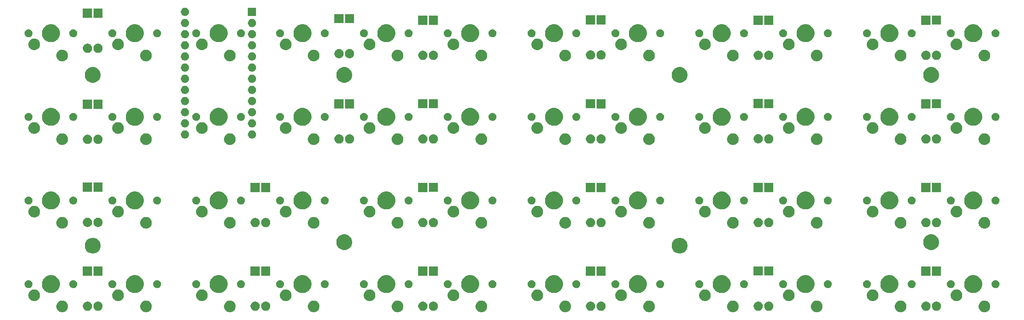
<source format=gbr>
G04 #@! TF.GenerationSoftware,KiCad,Pcbnew,(5.1.2-1)-1*
G04 #@! TF.CreationDate,2020-05-18T19:43:29-05:00*
G04 #@! TF.ProjectId,therick_THT,74686572-6963-46b5-9f54-48542e6b6963,rev?*
G04 #@! TF.SameCoordinates,Original*
G04 #@! TF.FileFunction,Soldermask,Top*
G04 #@! TF.FilePolarity,Negative*
%FSLAX46Y46*%
G04 Gerber Fmt 4.6, Leading zero omitted, Abs format (unit mm)*
G04 Created by KiCad (PCBNEW (5.1.2-1)-1) date 2020-05-18 19:43:29*
%MOMM*%
%LPD*%
G04 APERTURE LIST*
%ADD10C,0.100000*%
G04 APERTURE END LIST*
D10*
G36*
X267935615Y-105397083D02*
G01*
X268063222Y-105422465D01*
X268204048Y-105480797D01*
X268303627Y-105522044D01*
X268303628Y-105522045D01*
X268519989Y-105666612D01*
X268703988Y-105850611D01*
X268777932Y-105961277D01*
X268848556Y-106066973D01*
X268876077Y-106133415D01*
X268948135Y-106307378D01*
X268951822Y-106325915D01*
X268992212Y-106528966D01*
X268998900Y-106562593D01*
X268998900Y-106822807D01*
X268948135Y-107078022D01*
X268926475Y-107130313D01*
X268848556Y-107318427D01*
X268848555Y-107318428D01*
X268703988Y-107534789D01*
X268519989Y-107718788D01*
X268375421Y-107815385D01*
X268303627Y-107863356D01*
X268204048Y-107904603D01*
X268063222Y-107962935D01*
X267935614Y-107988318D01*
X267808009Y-108013700D01*
X267547791Y-108013700D01*
X267420186Y-107988318D01*
X267292578Y-107962935D01*
X267151752Y-107904603D01*
X267052173Y-107863356D01*
X266980379Y-107815385D01*
X266835811Y-107718788D01*
X266651812Y-107534789D01*
X266507245Y-107318428D01*
X266507244Y-107318427D01*
X266429325Y-107130313D01*
X266407665Y-107078022D01*
X266356900Y-106822807D01*
X266356900Y-106562593D01*
X266363589Y-106528966D01*
X266403978Y-106325915D01*
X266407665Y-106307378D01*
X266479723Y-106133415D01*
X266507244Y-106066973D01*
X266577868Y-105961277D01*
X266651812Y-105850611D01*
X266835811Y-105666612D01*
X267052172Y-105522045D01*
X267052173Y-105522044D01*
X267151752Y-105480797D01*
X267292578Y-105422465D01*
X267420186Y-105397082D01*
X267547791Y-105371700D01*
X267808009Y-105371700D01*
X267935615Y-105397083D01*
X267935615Y-105397083D01*
G37*
G36*
X248885615Y-105397083D02*
G01*
X249013222Y-105422465D01*
X249154048Y-105480797D01*
X249253627Y-105522044D01*
X249253628Y-105522045D01*
X249469989Y-105666612D01*
X249653988Y-105850611D01*
X249727932Y-105961277D01*
X249798556Y-106066973D01*
X249826077Y-106133415D01*
X249898135Y-106307378D01*
X249901822Y-106325915D01*
X249942212Y-106528966D01*
X249948900Y-106562593D01*
X249948900Y-106822807D01*
X249898135Y-107078022D01*
X249876475Y-107130313D01*
X249798556Y-107318427D01*
X249798555Y-107318428D01*
X249653988Y-107534789D01*
X249469989Y-107718788D01*
X249325421Y-107815385D01*
X249253627Y-107863356D01*
X249154048Y-107904603D01*
X249013222Y-107962935D01*
X248885614Y-107988318D01*
X248758009Y-108013700D01*
X248497791Y-108013700D01*
X248370186Y-107988318D01*
X248242578Y-107962935D01*
X248101752Y-107904603D01*
X248002173Y-107863356D01*
X247930379Y-107815385D01*
X247785811Y-107718788D01*
X247601812Y-107534789D01*
X247457245Y-107318428D01*
X247457244Y-107318427D01*
X247379325Y-107130313D01*
X247357665Y-107078022D01*
X247306900Y-106822807D01*
X247306900Y-106562593D01*
X247313589Y-106528966D01*
X247353978Y-106325915D01*
X247357665Y-106307378D01*
X247429723Y-106133415D01*
X247457244Y-106066973D01*
X247527868Y-105961277D01*
X247601812Y-105850611D01*
X247785811Y-105666612D01*
X248002172Y-105522045D01*
X248002173Y-105522044D01*
X248101752Y-105480797D01*
X248242578Y-105422465D01*
X248370186Y-105397082D01*
X248497791Y-105371700D01*
X248758009Y-105371700D01*
X248885615Y-105397083D01*
X248885615Y-105397083D01*
G37*
G36*
X229835615Y-105397083D02*
G01*
X229963222Y-105422465D01*
X230104048Y-105480797D01*
X230203627Y-105522044D01*
X230203628Y-105522045D01*
X230419989Y-105666612D01*
X230603988Y-105850611D01*
X230677932Y-105961277D01*
X230748556Y-106066973D01*
X230776077Y-106133415D01*
X230848135Y-106307378D01*
X230851822Y-106325915D01*
X230892212Y-106528966D01*
X230898900Y-106562593D01*
X230898900Y-106822807D01*
X230848135Y-107078022D01*
X230826475Y-107130313D01*
X230748556Y-107318427D01*
X230748555Y-107318428D01*
X230603988Y-107534789D01*
X230419989Y-107718788D01*
X230275421Y-107815385D01*
X230203627Y-107863356D01*
X230104048Y-107904603D01*
X229963222Y-107962935D01*
X229835614Y-107988318D01*
X229708009Y-108013700D01*
X229447791Y-108013700D01*
X229320186Y-107988318D01*
X229192578Y-107962935D01*
X229051752Y-107904603D01*
X228952173Y-107863356D01*
X228880379Y-107815385D01*
X228735811Y-107718788D01*
X228551812Y-107534789D01*
X228407245Y-107318428D01*
X228407244Y-107318427D01*
X228329325Y-107130313D01*
X228307665Y-107078022D01*
X228256900Y-106822807D01*
X228256900Y-106562593D01*
X228263589Y-106528966D01*
X228303978Y-106325915D01*
X228307665Y-106307378D01*
X228379723Y-106133415D01*
X228407244Y-106066973D01*
X228477868Y-105961277D01*
X228551812Y-105850611D01*
X228735811Y-105666612D01*
X228952172Y-105522045D01*
X228952173Y-105522044D01*
X229051752Y-105480797D01*
X229192578Y-105422465D01*
X229320186Y-105397082D01*
X229447791Y-105371700D01*
X229708009Y-105371700D01*
X229835615Y-105397083D01*
X229835615Y-105397083D01*
G37*
G36*
X210785615Y-105397083D02*
G01*
X210913222Y-105422465D01*
X211054048Y-105480797D01*
X211153627Y-105522044D01*
X211153628Y-105522045D01*
X211369989Y-105666612D01*
X211553988Y-105850611D01*
X211627932Y-105961277D01*
X211698556Y-106066973D01*
X211726077Y-106133415D01*
X211798135Y-106307378D01*
X211801822Y-106325915D01*
X211842212Y-106528966D01*
X211848900Y-106562593D01*
X211848900Y-106822807D01*
X211798135Y-107078022D01*
X211776475Y-107130313D01*
X211698556Y-107318427D01*
X211698555Y-107318428D01*
X211553988Y-107534789D01*
X211369989Y-107718788D01*
X211225421Y-107815385D01*
X211153627Y-107863356D01*
X211054048Y-107904603D01*
X210913222Y-107962935D01*
X210785614Y-107988318D01*
X210658009Y-108013700D01*
X210397791Y-108013700D01*
X210270186Y-107988318D01*
X210142578Y-107962935D01*
X210001752Y-107904603D01*
X209902173Y-107863356D01*
X209830379Y-107815385D01*
X209685811Y-107718788D01*
X209501812Y-107534789D01*
X209357245Y-107318428D01*
X209357244Y-107318427D01*
X209279325Y-107130313D01*
X209257665Y-107078022D01*
X209206900Y-106822807D01*
X209206900Y-106562593D01*
X209213589Y-106528966D01*
X209253978Y-106325915D01*
X209257665Y-106307378D01*
X209329723Y-106133415D01*
X209357244Y-106066973D01*
X209427868Y-105961277D01*
X209501812Y-105850611D01*
X209685811Y-105666612D01*
X209902172Y-105522045D01*
X209902173Y-105522044D01*
X210001752Y-105480797D01*
X210142578Y-105422465D01*
X210270186Y-105397082D01*
X210397791Y-105371700D01*
X210658009Y-105371700D01*
X210785615Y-105397083D01*
X210785615Y-105397083D01*
G37*
G36*
X191735615Y-105397083D02*
G01*
X191863222Y-105422465D01*
X192004048Y-105480797D01*
X192103627Y-105522044D01*
X192103628Y-105522045D01*
X192319989Y-105666612D01*
X192503988Y-105850611D01*
X192577932Y-105961277D01*
X192648556Y-106066973D01*
X192676077Y-106133415D01*
X192748135Y-106307378D01*
X192751822Y-106325915D01*
X192792212Y-106528966D01*
X192798900Y-106562593D01*
X192798900Y-106822807D01*
X192748135Y-107078022D01*
X192726475Y-107130313D01*
X192648556Y-107318427D01*
X192648555Y-107318428D01*
X192503988Y-107534789D01*
X192319989Y-107718788D01*
X192175421Y-107815385D01*
X192103627Y-107863356D01*
X192004048Y-107904603D01*
X191863222Y-107962935D01*
X191735614Y-107988318D01*
X191608009Y-108013700D01*
X191347791Y-108013700D01*
X191220186Y-107988318D01*
X191092578Y-107962935D01*
X190951752Y-107904603D01*
X190852173Y-107863356D01*
X190780379Y-107815385D01*
X190635811Y-107718788D01*
X190451812Y-107534789D01*
X190307245Y-107318428D01*
X190307244Y-107318427D01*
X190229325Y-107130313D01*
X190207665Y-107078022D01*
X190156900Y-106822807D01*
X190156900Y-106562593D01*
X190163589Y-106528966D01*
X190203978Y-106325915D01*
X190207665Y-106307378D01*
X190279723Y-106133415D01*
X190307244Y-106066973D01*
X190377868Y-105961277D01*
X190451812Y-105850611D01*
X190635811Y-105666612D01*
X190852172Y-105522045D01*
X190852173Y-105522044D01*
X190951752Y-105480797D01*
X191092578Y-105422465D01*
X191220186Y-105397082D01*
X191347791Y-105371700D01*
X191608009Y-105371700D01*
X191735615Y-105397083D01*
X191735615Y-105397083D01*
G37*
G36*
X172685615Y-105397083D02*
G01*
X172813222Y-105422465D01*
X172954048Y-105480797D01*
X173053627Y-105522044D01*
X173053628Y-105522045D01*
X173269989Y-105666612D01*
X173453988Y-105850611D01*
X173527932Y-105961277D01*
X173598556Y-106066973D01*
X173626077Y-106133415D01*
X173698135Y-106307378D01*
X173701822Y-106325915D01*
X173742212Y-106528966D01*
X173748900Y-106562593D01*
X173748900Y-106822807D01*
X173698135Y-107078022D01*
X173676475Y-107130313D01*
X173598556Y-107318427D01*
X173598555Y-107318428D01*
X173453988Y-107534789D01*
X173269989Y-107718788D01*
X173125421Y-107815385D01*
X173053627Y-107863356D01*
X172954048Y-107904603D01*
X172813222Y-107962935D01*
X172685614Y-107988318D01*
X172558009Y-108013700D01*
X172297791Y-108013700D01*
X172170186Y-107988318D01*
X172042578Y-107962935D01*
X171901752Y-107904603D01*
X171802173Y-107863356D01*
X171730379Y-107815385D01*
X171585811Y-107718788D01*
X171401812Y-107534789D01*
X171257245Y-107318428D01*
X171257244Y-107318427D01*
X171179325Y-107130313D01*
X171157665Y-107078022D01*
X171106900Y-106822807D01*
X171106900Y-106562593D01*
X171113589Y-106528966D01*
X171153978Y-106325915D01*
X171157665Y-106307378D01*
X171229723Y-106133415D01*
X171257244Y-106066973D01*
X171327868Y-105961277D01*
X171401812Y-105850611D01*
X171585811Y-105666612D01*
X171802172Y-105522045D01*
X171802173Y-105522044D01*
X171901752Y-105480797D01*
X172042578Y-105422465D01*
X172170186Y-105397082D01*
X172297791Y-105371700D01*
X172558009Y-105371700D01*
X172685615Y-105397083D01*
X172685615Y-105397083D01*
G37*
G36*
X153635615Y-105397083D02*
G01*
X153763222Y-105422465D01*
X153904048Y-105480797D01*
X154003627Y-105522044D01*
X154003628Y-105522045D01*
X154219989Y-105666612D01*
X154403988Y-105850611D01*
X154477932Y-105961277D01*
X154548556Y-106066973D01*
X154576077Y-106133415D01*
X154648135Y-106307378D01*
X154651822Y-106325915D01*
X154692212Y-106528966D01*
X154698900Y-106562593D01*
X154698900Y-106822807D01*
X154648135Y-107078022D01*
X154626475Y-107130313D01*
X154548556Y-107318427D01*
X154548555Y-107318428D01*
X154403988Y-107534789D01*
X154219989Y-107718788D01*
X154075421Y-107815385D01*
X154003627Y-107863356D01*
X153904048Y-107904603D01*
X153763222Y-107962935D01*
X153635614Y-107988318D01*
X153508009Y-108013700D01*
X153247791Y-108013700D01*
X153120186Y-107988318D01*
X152992578Y-107962935D01*
X152851752Y-107904603D01*
X152752173Y-107863356D01*
X152680379Y-107815385D01*
X152535811Y-107718788D01*
X152351812Y-107534789D01*
X152207245Y-107318428D01*
X152207244Y-107318427D01*
X152129325Y-107130313D01*
X152107665Y-107078022D01*
X152056900Y-106822807D01*
X152056900Y-106562593D01*
X152063589Y-106528966D01*
X152103978Y-106325915D01*
X152107665Y-106307378D01*
X152179723Y-106133415D01*
X152207244Y-106066973D01*
X152277868Y-105961277D01*
X152351812Y-105850611D01*
X152535811Y-105666612D01*
X152752172Y-105522045D01*
X152752173Y-105522044D01*
X152851752Y-105480797D01*
X152992578Y-105422465D01*
X153120186Y-105397082D01*
X153247791Y-105371700D01*
X153508009Y-105371700D01*
X153635615Y-105397083D01*
X153635615Y-105397083D01*
G37*
G36*
X134585615Y-105397083D02*
G01*
X134713222Y-105422465D01*
X134854048Y-105480797D01*
X134953627Y-105522044D01*
X134953628Y-105522045D01*
X135169989Y-105666612D01*
X135353988Y-105850611D01*
X135427932Y-105961277D01*
X135498556Y-106066973D01*
X135526077Y-106133415D01*
X135598135Y-106307378D01*
X135601822Y-106325915D01*
X135642212Y-106528966D01*
X135648900Y-106562593D01*
X135648900Y-106822807D01*
X135598135Y-107078022D01*
X135576475Y-107130313D01*
X135498556Y-107318427D01*
X135498555Y-107318428D01*
X135353988Y-107534789D01*
X135169989Y-107718788D01*
X135025421Y-107815385D01*
X134953627Y-107863356D01*
X134854048Y-107904603D01*
X134713222Y-107962935D01*
X134585614Y-107988318D01*
X134458009Y-108013700D01*
X134197791Y-108013700D01*
X134070186Y-107988318D01*
X133942578Y-107962935D01*
X133801752Y-107904603D01*
X133702173Y-107863356D01*
X133630379Y-107815385D01*
X133485811Y-107718788D01*
X133301812Y-107534789D01*
X133157245Y-107318428D01*
X133157244Y-107318427D01*
X133079325Y-107130313D01*
X133057665Y-107078022D01*
X133006900Y-106822807D01*
X133006900Y-106562593D01*
X133013589Y-106528966D01*
X133053978Y-106325915D01*
X133057665Y-106307378D01*
X133129723Y-106133415D01*
X133157244Y-106066973D01*
X133227868Y-105961277D01*
X133301812Y-105850611D01*
X133485811Y-105666612D01*
X133702172Y-105522045D01*
X133702173Y-105522044D01*
X133801752Y-105480797D01*
X133942578Y-105422465D01*
X134070186Y-105397082D01*
X134197791Y-105371700D01*
X134458009Y-105371700D01*
X134585615Y-105397083D01*
X134585615Y-105397083D01*
G37*
G36*
X115535615Y-105397083D02*
G01*
X115663222Y-105422465D01*
X115804048Y-105480797D01*
X115903627Y-105522044D01*
X115903628Y-105522045D01*
X116119989Y-105666612D01*
X116303988Y-105850611D01*
X116377932Y-105961277D01*
X116448556Y-106066973D01*
X116476077Y-106133415D01*
X116548135Y-106307378D01*
X116551822Y-106325915D01*
X116592212Y-106528966D01*
X116598900Y-106562593D01*
X116598900Y-106822807D01*
X116548135Y-107078022D01*
X116526475Y-107130313D01*
X116448556Y-107318427D01*
X116448555Y-107318428D01*
X116303988Y-107534789D01*
X116119989Y-107718788D01*
X115975421Y-107815385D01*
X115903627Y-107863356D01*
X115804048Y-107904603D01*
X115663222Y-107962935D01*
X115535614Y-107988318D01*
X115408009Y-108013700D01*
X115147791Y-108013700D01*
X115020186Y-107988318D01*
X114892578Y-107962935D01*
X114751752Y-107904603D01*
X114652173Y-107863356D01*
X114580379Y-107815385D01*
X114435811Y-107718788D01*
X114251812Y-107534789D01*
X114107245Y-107318428D01*
X114107244Y-107318427D01*
X114029325Y-107130313D01*
X114007665Y-107078022D01*
X113956900Y-106822807D01*
X113956900Y-106562593D01*
X113963589Y-106528966D01*
X114003978Y-106325915D01*
X114007665Y-106307378D01*
X114079723Y-106133415D01*
X114107244Y-106066973D01*
X114177868Y-105961277D01*
X114251812Y-105850611D01*
X114435811Y-105666612D01*
X114652172Y-105522045D01*
X114652173Y-105522044D01*
X114751752Y-105480797D01*
X114892578Y-105422465D01*
X115020186Y-105397082D01*
X115147791Y-105371700D01*
X115408009Y-105371700D01*
X115535615Y-105397083D01*
X115535615Y-105397083D01*
G37*
G36*
X96485615Y-105397083D02*
G01*
X96613222Y-105422465D01*
X96754048Y-105480797D01*
X96853627Y-105522044D01*
X96853628Y-105522045D01*
X97069989Y-105666612D01*
X97253988Y-105850611D01*
X97327932Y-105961277D01*
X97398556Y-106066973D01*
X97426077Y-106133415D01*
X97498135Y-106307378D01*
X97501822Y-106325915D01*
X97542212Y-106528966D01*
X97548900Y-106562593D01*
X97548900Y-106822807D01*
X97498135Y-107078022D01*
X97476475Y-107130313D01*
X97398556Y-107318427D01*
X97398555Y-107318428D01*
X97253988Y-107534789D01*
X97069989Y-107718788D01*
X96925421Y-107815385D01*
X96853627Y-107863356D01*
X96754048Y-107904603D01*
X96613222Y-107962935D01*
X96485614Y-107988318D01*
X96358009Y-108013700D01*
X96097791Y-108013700D01*
X95970186Y-107988318D01*
X95842578Y-107962935D01*
X95701752Y-107904603D01*
X95602173Y-107863356D01*
X95530379Y-107815385D01*
X95385811Y-107718788D01*
X95201812Y-107534789D01*
X95057245Y-107318428D01*
X95057244Y-107318427D01*
X94979325Y-107130313D01*
X94957665Y-107078022D01*
X94906900Y-106822807D01*
X94906900Y-106562593D01*
X94913589Y-106528966D01*
X94953978Y-106325915D01*
X94957665Y-106307378D01*
X95029723Y-106133415D01*
X95057244Y-106066973D01*
X95127868Y-105961277D01*
X95201812Y-105850611D01*
X95385811Y-105666612D01*
X95602172Y-105522045D01*
X95602173Y-105522044D01*
X95701752Y-105480797D01*
X95842578Y-105422465D01*
X95970186Y-105397082D01*
X96097791Y-105371700D01*
X96358009Y-105371700D01*
X96485615Y-105397083D01*
X96485615Y-105397083D01*
G37*
G36*
X77435615Y-105397083D02*
G01*
X77563222Y-105422465D01*
X77704048Y-105480797D01*
X77803627Y-105522044D01*
X77803628Y-105522045D01*
X78019989Y-105666612D01*
X78203988Y-105850611D01*
X78277932Y-105961277D01*
X78348556Y-106066973D01*
X78376077Y-106133415D01*
X78448135Y-106307378D01*
X78451822Y-106325915D01*
X78492212Y-106528966D01*
X78498900Y-106562593D01*
X78498900Y-106822807D01*
X78448135Y-107078022D01*
X78426475Y-107130313D01*
X78348556Y-107318427D01*
X78348555Y-107318428D01*
X78203988Y-107534789D01*
X78019989Y-107718788D01*
X77875421Y-107815385D01*
X77803627Y-107863356D01*
X77704048Y-107904603D01*
X77563222Y-107962935D01*
X77435614Y-107988318D01*
X77308009Y-108013700D01*
X77047791Y-108013700D01*
X76920186Y-107988318D01*
X76792578Y-107962935D01*
X76651752Y-107904603D01*
X76552173Y-107863356D01*
X76480379Y-107815385D01*
X76335811Y-107718788D01*
X76151812Y-107534789D01*
X76007245Y-107318428D01*
X76007244Y-107318427D01*
X75929325Y-107130313D01*
X75907665Y-107078022D01*
X75856900Y-106822807D01*
X75856900Y-106562593D01*
X75863589Y-106528966D01*
X75903978Y-106325915D01*
X75907665Y-106307378D01*
X75979723Y-106133415D01*
X76007244Y-106066973D01*
X76077868Y-105961277D01*
X76151812Y-105850611D01*
X76335811Y-105666612D01*
X76552172Y-105522045D01*
X76552173Y-105522044D01*
X76651752Y-105480797D01*
X76792578Y-105422465D01*
X76920186Y-105397082D01*
X77047791Y-105371700D01*
X77308009Y-105371700D01*
X77435615Y-105397083D01*
X77435615Y-105397083D01*
G37*
G36*
X58385615Y-105397083D02*
G01*
X58513222Y-105422465D01*
X58654048Y-105480797D01*
X58753627Y-105522044D01*
X58753628Y-105522045D01*
X58969989Y-105666612D01*
X59153988Y-105850611D01*
X59227932Y-105961277D01*
X59298556Y-106066973D01*
X59326077Y-106133415D01*
X59398135Y-106307378D01*
X59401822Y-106325915D01*
X59442212Y-106528966D01*
X59448900Y-106562593D01*
X59448900Y-106822807D01*
X59398135Y-107078022D01*
X59376475Y-107130313D01*
X59298556Y-107318427D01*
X59298555Y-107318428D01*
X59153988Y-107534789D01*
X58969989Y-107718788D01*
X58825421Y-107815385D01*
X58753627Y-107863356D01*
X58654048Y-107904603D01*
X58513222Y-107962935D01*
X58385614Y-107988318D01*
X58258009Y-108013700D01*
X57997791Y-108013700D01*
X57870186Y-107988318D01*
X57742578Y-107962935D01*
X57601752Y-107904603D01*
X57502173Y-107863356D01*
X57430379Y-107815385D01*
X57285811Y-107718788D01*
X57101812Y-107534789D01*
X56957245Y-107318428D01*
X56957244Y-107318427D01*
X56879325Y-107130313D01*
X56857665Y-107078022D01*
X56806900Y-106822807D01*
X56806900Y-106562593D01*
X56813589Y-106528966D01*
X56853978Y-106325915D01*
X56857665Y-106307378D01*
X56929723Y-106133415D01*
X56957244Y-106066973D01*
X57027868Y-105961277D01*
X57101812Y-105850611D01*
X57285811Y-105666612D01*
X57502172Y-105522045D01*
X57502173Y-105522044D01*
X57601752Y-105480797D01*
X57742578Y-105422465D01*
X57870186Y-105397082D01*
X57997791Y-105371700D01*
X58258009Y-105371700D01*
X58385615Y-105397083D01*
X58385615Y-105397083D01*
G37*
G36*
X257087924Y-105621869D02*
G01*
X257279193Y-105701095D01*
X257279195Y-105701096D01*
X257449492Y-105814885D01*
X257451333Y-105816115D01*
X257597725Y-105962507D01*
X257712745Y-106134647D01*
X257791971Y-106325916D01*
X257832360Y-106528964D01*
X257832360Y-106735996D01*
X257791971Y-106939044D01*
X257712745Y-107130313D01*
X257712744Y-107130315D01*
X257597725Y-107302453D01*
X257451333Y-107448845D01*
X257279195Y-107563864D01*
X257279194Y-107563865D01*
X257279193Y-107563865D01*
X257087924Y-107643091D01*
X256884876Y-107683480D01*
X256677844Y-107683480D01*
X256474796Y-107643091D01*
X256283527Y-107563865D01*
X256283526Y-107563865D01*
X256283525Y-107563864D01*
X256111387Y-107448845D01*
X255964995Y-107302453D01*
X255849976Y-107130315D01*
X255849975Y-107130313D01*
X255770749Y-106939044D01*
X255730360Y-106735996D01*
X255730360Y-106528964D01*
X255770749Y-106325916D01*
X255849975Y-106134647D01*
X255964995Y-105962507D01*
X256111387Y-105816115D01*
X256113228Y-105814885D01*
X256283525Y-105701096D01*
X256283527Y-105701095D01*
X256474796Y-105621869D01*
X256677844Y-105581480D01*
X256884876Y-105581480D01*
X257087924Y-105621869D01*
X257087924Y-105621869D01*
G37*
G36*
X64204244Y-105621869D02*
G01*
X64395513Y-105701095D01*
X64395515Y-105701096D01*
X64565812Y-105814885D01*
X64567653Y-105816115D01*
X64714045Y-105962507D01*
X64829065Y-106134647D01*
X64908291Y-106325916D01*
X64948680Y-106528964D01*
X64948680Y-106735996D01*
X64908291Y-106939044D01*
X64829065Y-107130313D01*
X64829064Y-107130315D01*
X64714045Y-107302453D01*
X64567653Y-107448845D01*
X64395515Y-107563864D01*
X64395514Y-107563865D01*
X64395513Y-107563865D01*
X64204244Y-107643091D01*
X64001196Y-107683480D01*
X63794164Y-107683480D01*
X63591116Y-107643091D01*
X63399847Y-107563865D01*
X63399846Y-107563865D01*
X63399845Y-107563864D01*
X63227707Y-107448845D01*
X63081315Y-107302453D01*
X62966296Y-107130315D01*
X62966295Y-107130313D01*
X62887069Y-106939044D01*
X62846680Y-106735996D01*
X62846680Y-106528964D01*
X62887069Y-106325916D01*
X62966295Y-106134647D01*
X63081315Y-105962507D01*
X63227707Y-105816115D01*
X63229548Y-105814885D01*
X63399845Y-105701096D01*
X63399847Y-105701095D01*
X63591116Y-105621869D01*
X63794164Y-105581480D01*
X64001196Y-105581480D01*
X64204244Y-105621869D01*
X64204244Y-105621869D01*
G37*
G36*
X66585524Y-105621869D02*
G01*
X66776793Y-105701095D01*
X66776795Y-105701096D01*
X66947092Y-105814885D01*
X66948933Y-105816115D01*
X67095325Y-105962507D01*
X67210345Y-106134647D01*
X67289571Y-106325916D01*
X67329960Y-106528964D01*
X67329960Y-106735996D01*
X67289571Y-106939044D01*
X67210345Y-107130313D01*
X67210344Y-107130315D01*
X67095325Y-107302453D01*
X66948933Y-107448845D01*
X66776795Y-107563864D01*
X66776794Y-107563865D01*
X66776793Y-107563865D01*
X66585524Y-107643091D01*
X66382476Y-107683480D01*
X66175444Y-107683480D01*
X65972396Y-107643091D01*
X65781127Y-107563865D01*
X65781126Y-107563865D01*
X65781125Y-107563864D01*
X65608987Y-107448845D01*
X65462595Y-107302453D01*
X65347576Y-107130315D01*
X65347575Y-107130313D01*
X65268349Y-106939044D01*
X65227960Y-106735996D01*
X65227960Y-106528964D01*
X65268349Y-106325916D01*
X65347575Y-106134647D01*
X65462595Y-105962507D01*
X65608987Y-105816115D01*
X65610828Y-105814885D01*
X65781125Y-105701096D01*
X65781127Y-105701095D01*
X65972396Y-105621869D01*
X66175444Y-105581480D01*
X66382476Y-105581480D01*
X66585524Y-105621869D01*
X66585524Y-105621869D01*
G37*
G36*
X102304724Y-105621869D02*
G01*
X102495993Y-105701095D01*
X102495995Y-105701096D01*
X102666292Y-105814885D01*
X102668133Y-105816115D01*
X102814525Y-105962507D01*
X102929545Y-106134647D01*
X103008771Y-106325916D01*
X103049160Y-106528964D01*
X103049160Y-106735996D01*
X103008771Y-106939044D01*
X102929545Y-107130313D01*
X102929544Y-107130315D01*
X102814525Y-107302453D01*
X102668133Y-107448845D01*
X102495995Y-107563864D01*
X102495994Y-107563865D01*
X102495993Y-107563865D01*
X102304724Y-107643091D01*
X102101676Y-107683480D01*
X101894644Y-107683480D01*
X101691596Y-107643091D01*
X101500327Y-107563865D01*
X101500326Y-107563865D01*
X101500325Y-107563864D01*
X101328187Y-107448845D01*
X101181795Y-107302453D01*
X101066776Y-107130315D01*
X101066775Y-107130313D01*
X100987549Y-106939044D01*
X100947160Y-106735996D01*
X100947160Y-106528964D01*
X100987549Y-106325916D01*
X101066775Y-106134647D01*
X101181795Y-105962507D01*
X101328187Y-105816115D01*
X101330028Y-105814885D01*
X101500325Y-105701096D01*
X101500327Y-105701095D01*
X101691596Y-105621869D01*
X101894644Y-105581480D01*
X102101676Y-105581480D01*
X102304724Y-105621869D01*
X102304724Y-105621869D01*
G37*
G36*
X104686004Y-105621869D02*
G01*
X104877273Y-105701095D01*
X104877275Y-105701096D01*
X105047572Y-105814885D01*
X105049413Y-105816115D01*
X105195805Y-105962507D01*
X105310825Y-106134647D01*
X105390051Y-106325916D01*
X105430440Y-106528964D01*
X105430440Y-106735996D01*
X105390051Y-106939044D01*
X105310825Y-107130313D01*
X105310824Y-107130315D01*
X105195805Y-107302453D01*
X105049413Y-107448845D01*
X104877275Y-107563864D01*
X104877274Y-107563865D01*
X104877273Y-107563865D01*
X104686004Y-107643091D01*
X104482956Y-107683480D01*
X104275924Y-107683480D01*
X104072876Y-107643091D01*
X103881607Y-107563865D01*
X103881606Y-107563865D01*
X103881605Y-107563864D01*
X103709467Y-107448845D01*
X103563075Y-107302453D01*
X103448056Y-107130315D01*
X103448055Y-107130313D01*
X103368829Y-106939044D01*
X103328440Y-106735996D01*
X103328440Y-106528964D01*
X103368829Y-106325916D01*
X103448055Y-106134647D01*
X103563075Y-105962507D01*
X103709467Y-105816115D01*
X103711308Y-105814885D01*
X103881605Y-105701096D01*
X103881607Y-105701095D01*
X104072876Y-105621869D01*
X104275924Y-105581480D01*
X104482956Y-105581480D01*
X104686004Y-105621869D01*
X104686004Y-105621869D01*
G37*
G36*
X140405204Y-105621869D02*
G01*
X140596473Y-105701095D01*
X140596475Y-105701096D01*
X140766772Y-105814885D01*
X140768613Y-105816115D01*
X140915005Y-105962507D01*
X141030025Y-106134647D01*
X141109251Y-106325916D01*
X141149640Y-106528964D01*
X141149640Y-106735996D01*
X141109251Y-106939044D01*
X141030025Y-107130313D01*
X141030024Y-107130315D01*
X140915005Y-107302453D01*
X140768613Y-107448845D01*
X140596475Y-107563864D01*
X140596474Y-107563865D01*
X140596473Y-107563865D01*
X140405204Y-107643091D01*
X140202156Y-107683480D01*
X139995124Y-107683480D01*
X139792076Y-107643091D01*
X139600807Y-107563865D01*
X139600806Y-107563865D01*
X139600805Y-107563864D01*
X139428667Y-107448845D01*
X139282275Y-107302453D01*
X139167256Y-107130315D01*
X139167255Y-107130313D01*
X139088029Y-106939044D01*
X139047640Y-106735996D01*
X139047640Y-106528964D01*
X139088029Y-106325916D01*
X139167255Y-106134647D01*
X139282275Y-105962507D01*
X139428667Y-105816115D01*
X139430508Y-105814885D01*
X139600805Y-105701096D01*
X139600807Y-105701095D01*
X139792076Y-105621869D01*
X139995124Y-105581480D01*
X140202156Y-105581480D01*
X140405204Y-105621869D01*
X140405204Y-105621869D01*
G37*
G36*
X142786484Y-105621869D02*
G01*
X142977753Y-105701095D01*
X142977755Y-105701096D01*
X143148052Y-105814885D01*
X143149893Y-105816115D01*
X143296285Y-105962507D01*
X143411305Y-106134647D01*
X143490531Y-106325916D01*
X143530920Y-106528964D01*
X143530920Y-106735996D01*
X143490531Y-106939044D01*
X143411305Y-107130313D01*
X143411304Y-107130315D01*
X143296285Y-107302453D01*
X143149893Y-107448845D01*
X142977755Y-107563864D01*
X142977754Y-107563865D01*
X142977753Y-107563865D01*
X142786484Y-107643091D01*
X142583436Y-107683480D01*
X142376404Y-107683480D01*
X142173356Y-107643091D01*
X141982087Y-107563865D01*
X141982086Y-107563865D01*
X141982085Y-107563864D01*
X141809947Y-107448845D01*
X141663555Y-107302453D01*
X141548536Y-107130315D01*
X141548535Y-107130313D01*
X141469309Y-106939044D01*
X141428920Y-106735996D01*
X141428920Y-106528964D01*
X141469309Y-106325916D01*
X141548535Y-106134647D01*
X141663555Y-105962507D01*
X141809947Y-105816115D01*
X141811788Y-105814885D01*
X141982085Y-105701096D01*
X141982087Y-105701095D01*
X142173356Y-105621869D01*
X142376404Y-105581480D01*
X142583436Y-105581480D01*
X142786484Y-105621869D01*
X142786484Y-105621869D01*
G37*
G36*
X178505684Y-105621869D02*
G01*
X178696953Y-105701095D01*
X178696955Y-105701096D01*
X178867252Y-105814885D01*
X178869093Y-105816115D01*
X179015485Y-105962507D01*
X179130505Y-106134647D01*
X179209731Y-106325916D01*
X179250120Y-106528964D01*
X179250120Y-106735996D01*
X179209731Y-106939044D01*
X179130505Y-107130313D01*
X179130504Y-107130315D01*
X179015485Y-107302453D01*
X178869093Y-107448845D01*
X178696955Y-107563864D01*
X178696954Y-107563865D01*
X178696953Y-107563865D01*
X178505684Y-107643091D01*
X178302636Y-107683480D01*
X178095604Y-107683480D01*
X177892556Y-107643091D01*
X177701287Y-107563865D01*
X177701286Y-107563865D01*
X177701285Y-107563864D01*
X177529147Y-107448845D01*
X177382755Y-107302453D01*
X177267736Y-107130315D01*
X177267735Y-107130313D01*
X177188509Y-106939044D01*
X177148120Y-106735996D01*
X177148120Y-106528964D01*
X177188509Y-106325916D01*
X177267735Y-106134647D01*
X177382755Y-105962507D01*
X177529147Y-105816115D01*
X177530988Y-105814885D01*
X177701285Y-105701096D01*
X177701287Y-105701095D01*
X177892556Y-105621869D01*
X178095604Y-105581480D01*
X178302636Y-105581480D01*
X178505684Y-105621869D01*
X178505684Y-105621869D01*
G37*
G36*
X180886964Y-105621869D02*
G01*
X181078233Y-105701095D01*
X181078235Y-105701096D01*
X181248532Y-105814885D01*
X181250373Y-105816115D01*
X181396765Y-105962507D01*
X181511785Y-106134647D01*
X181591011Y-106325916D01*
X181631400Y-106528964D01*
X181631400Y-106735996D01*
X181591011Y-106939044D01*
X181511785Y-107130313D01*
X181511784Y-107130315D01*
X181396765Y-107302453D01*
X181250373Y-107448845D01*
X181078235Y-107563864D01*
X181078234Y-107563865D01*
X181078233Y-107563865D01*
X180886964Y-107643091D01*
X180683916Y-107683480D01*
X180476884Y-107683480D01*
X180273836Y-107643091D01*
X180082567Y-107563865D01*
X180082566Y-107563865D01*
X180082565Y-107563864D01*
X179910427Y-107448845D01*
X179764035Y-107302453D01*
X179649016Y-107130315D01*
X179649015Y-107130313D01*
X179569789Y-106939044D01*
X179529400Y-106735996D01*
X179529400Y-106528964D01*
X179569789Y-106325916D01*
X179649015Y-106134647D01*
X179764035Y-105962507D01*
X179910427Y-105816115D01*
X179912268Y-105814885D01*
X180082565Y-105701096D01*
X180082567Y-105701095D01*
X180273836Y-105621869D01*
X180476884Y-105581480D01*
X180683916Y-105581480D01*
X180886964Y-105621869D01*
X180886964Y-105621869D01*
G37*
G36*
X254706644Y-105621869D02*
G01*
X254897913Y-105701095D01*
X254897915Y-105701096D01*
X255068212Y-105814885D01*
X255070053Y-105816115D01*
X255216445Y-105962507D01*
X255331465Y-106134647D01*
X255410691Y-106325916D01*
X255451080Y-106528964D01*
X255451080Y-106735996D01*
X255410691Y-106939044D01*
X255331465Y-107130313D01*
X255331464Y-107130315D01*
X255216445Y-107302453D01*
X255070053Y-107448845D01*
X254897915Y-107563864D01*
X254897914Y-107563865D01*
X254897913Y-107563865D01*
X254706644Y-107643091D01*
X254503596Y-107683480D01*
X254296564Y-107683480D01*
X254093516Y-107643091D01*
X253902247Y-107563865D01*
X253902246Y-107563865D01*
X253902245Y-107563864D01*
X253730107Y-107448845D01*
X253583715Y-107302453D01*
X253468696Y-107130315D01*
X253468695Y-107130313D01*
X253389469Y-106939044D01*
X253349080Y-106735996D01*
X253349080Y-106528964D01*
X253389469Y-106325916D01*
X253468695Y-106134647D01*
X253583715Y-105962507D01*
X253730107Y-105816115D01*
X253731948Y-105814885D01*
X253902245Y-105701096D01*
X253902247Y-105701095D01*
X254093516Y-105621869D01*
X254296564Y-105581480D01*
X254503596Y-105581480D01*
X254706644Y-105621869D01*
X254706644Y-105621869D01*
G37*
G36*
X216606164Y-105620639D02*
G01*
X216797433Y-105699865D01*
X216797435Y-105699866D01*
X216969573Y-105814885D01*
X217115965Y-105961277D01*
X217230985Y-106133417D01*
X217310211Y-106324686D01*
X217350600Y-106527734D01*
X217350600Y-106734766D01*
X217310211Y-106937814D01*
X217309701Y-106939045D01*
X217230984Y-107129085D01*
X217115965Y-107301223D01*
X216969573Y-107447615D01*
X216797435Y-107562634D01*
X216797434Y-107562635D01*
X216797433Y-107562635D01*
X216606164Y-107641861D01*
X216403116Y-107682250D01*
X216196084Y-107682250D01*
X215993036Y-107641861D01*
X215801767Y-107562635D01*
X215801766Y-107562635D01*
X215801765Y-107562634D01*
X215629627Y-107447615D01*
X215483235Y-107301223D01*
X215368216Y-107129085D01*
X215289499Y-106939045D01*
X215288989Y-106937814D01*
X215248600Y-106734766D01*
X215248600Y-106527734D01*
X215288989Y-106324686D01*
X215368215Y-106133417D01*
X215483235Y-105961277D01*
X215629627Y-105814885D01*
X215801765Y-105699866D01*
X215801767Y-105699865D01*
X215993036Y-105620639D01*
X216196084Y-105580250D01*
X216403116Y-105580250D01*
X216606164Y-105620639D01*
X216606164Y-105620639D01*
G37*
G36*
X218987444Y-105620639D02*
G01*
X219178713Y-105699865D01*
X219178715Y-105699866D01*
X219350853Y-105814885D01*
X219497245Y-105961277D01*
X219612265Y-106133417D01*
X219691491Y-106324686D01*
X219731880Y-106527734D01*
X219731880Y-106734766D01*
X219691491Y-106937814D01*
X219690981Y-106939045D01*
X219612264Y-107129085D01*
X219497245Y-107301223D01*
X219350853Y-107447615D01*
X219178715Y-107562634D01*
X219178714Y-107562635D01*
X219178713Y-107562635D01*
X218987444Y-107641861D01*
X218784396Y-107682250D01*
X218577364Y-107682250D01*
X218374316Y-107641861D01*
X218183047Y-107562635D01*
X218183046Y-107562635D01*
X218183045Y-107562634D01*
X218010907Y-107447615D01*
X217864515Y-107301223D01*
X217749496Y-107129085D01*
X217670779Y-106939045D01*
X217670269Y-106937814D01*
X217629880Y-106734766D01*
X217629880Y-106527734D01*
X217670269Y-106324686D01*
X217749495Y-106133417D01*
X217864515Y-105961277D01*
X218010907Y-105814885D01*
X218183045Y-105699866D01*
X218183047Y-105699865D01*
X218374316Y-105620639D01*
X218577364Y-105580250D01*
X218784396Y-105580250D01*
X218987444Y-105620639D01*
X218987444Y-105620639D01*
G37*
G36*
X242535615Y-102857083D02*
G01*
X242663222Y-102882465D01*
X242804048Y-102940797D01*
X242903627Y-102982044D01*
X242903628Y-102982045D01*
X243119989Y-103126612D01*
X243303988Y-103310611D01*
X243380331Y-103424867D01*
X243448556Y-103526973D01*
X243489803Y-103626552D01*
X243548135Y-103767378D01*
X243598900Y-104022593D01*
X243598900Y-104282807D01*
X243548135Y-104538022D01*
X243489803Y-104678848D01*
X243448556Y-104778427D01*
X243448555Y-104778428D01*
X243303988Y-104994789D01*
X243119989Y-105178788D01*
X242975421Y-105275385D01*
X242903627Y-105323356D01*
X242804048Y-105364603D01*
X242663222Y-105422935D01*
X242535615Y-105448317D01*
X242408009Y-105473700D01*
X242147791Y-105473700D01*
X242020185Y-105448317D01*
X241892578Y-105422935D01*
X241751752Y-105364603D01*
X241652173Y-105323356D01*
X241580379Y-105275385D01*
X241435811Y-105178788D01*
X241251812Y-104994789D01*
X241107245Y-104778428D01*
X241107244Y-104778427D01*
X241065997Y-104678848D01*
X241007665Y-104538022D01*
X240956900Y-104282807D01*
X240956900Y-104022593D01*
X241007665Y-103767378D01*
X241065997Y-103626552D01*
X241107244Y-103526973D01*
X241175469Y-103424867D01*
X241251812Y-103310611D01*
X241435811Y-103126612D01*
X241652172Y-102982045D01*
X241652173Y-102982044D01*
X241751752Y-102940797D01*
X241892578Y-102882465D01*
X242020185Y-102857083D01*
X242147791Y-102831700D01*
X242408009Y-102831700D01*
X242535615Y-102857083D01*
X242535615Y-102857083D01*
G37*
G36*
X261585615Y-102857083D02*
G01*
X261713222Y-102882465D01*
X261854048Y-102940797D01*
X261953627Y-102982044D01*
X261953628Y-102982045D01*
X262169989Y-103126612D01*
X262353988Y-103310611D01*
X262430331Y-103424867D01*
X262498556Y-103526973D01*
X262539803Y-103626552D01*
X262598135Y-103767378D01*
X262648900Y-104022593D01*
X262648900Y-104282807D01*
X262598135Y-104538022D01*
X262539803Y-104678848D01*
X262498556Y-104778427D01*
X262498555Y-104778428D01*
X262353988Y-104994789D01*
X262169989Y-105178788D01*
X262025421Y-105275385D01*
X261953627Y-105323356D01*
X261854048Y-105364603D01*
X261713222Y-105422935D01*
X261585615Y-105448317D01*
X261458009Y-105473700D01*
X261197791Y-105473700D01*
X261070185Y-105448317D01*
X260942578Y-105422935D01*
X260801752Y-105364603D01*
X260702173Y-105323356D01*
X260630379Y-105275385D01*
X260485811Y-105178788D01*
X260301812Y-104994789D01*
X260157245Y-104778428D01*
X260157244Y-104778427D01*
X260115997Y-104678848D01*
X260057665Y-104538022D01*
X260006900Y-104282807D01*
X260006900Y-104022593D01*
X260057665Y-103767378D01*
X260115997Y-103626552D01*
X260157244Y-103526973D01*
X260225469Y-103424867D01*
X260301812Y-103310611D01*
X260485811Y-103126612D01*
X260702172Y-102982045D01*
X260702173Y-102982044D01*
X260801752Y-102940797D01*
X260942578Y-102882465D01*
X261070185Y-102857083D01*
X261197791Y-102831700D01*
X261458009Y-102831700D01*
X261585615Y-102857083D01*
X261585615Y-102857083D01*
G37*
G36*
X223485615Y-102857083D02*
G01*
X223613222Y-102882465D01*
X223754048Y-102940797D01*
X223853627Y-102982044D01*
X223853628Y-102982045D01*
X224069989Y-103126612D01*
X224253988Y-103310611D01*
X224330331Y-103424867D01*
X224398556Y-103526973D01*
X224439803Y-103626552D01*
X224498135Y-103767378D01*
X224548900Y-104022593D01*
X224548900Y-104282807D01*
X224498135Y-104538022D01*
X224439803Y-104678848D01*
X224398556Y-104778427D01*
X224398555Y-104778428D01*
X224253988Y-104994789D01*
X224069989Y-105178788D01*
X223925421Y-105275385D01*
X223853627Y-105323356D01*
X223754048Y-105364603D01*
X223613222Y-105422935D01*
X223485615Y-105448317D01*
X223358009Y-105473700D01*
X223097791Y-105473700D01*
X222970185Y-105448317D01*
X222842578Y-105422935D01*
X222701752Y-105364603D01*
X222602173Y-105323356D01*
X222530379Y-105275385D01*
X222385811Y-105178788D01*
X222201812Y-104994789D01*
X222057245Y-104778428D01*
X222057244Y-104778427D01*
X222015997Y-104678848D01*
X221957665Y-104538022D01*
X221906900Y-104282807D01*
X221906900Y-104022593D01*
X221957665Y-103767378D01*
X222015997Y-103626552D01*
X222057244Y-103526973D01*
X222125469Y-103424867D01*
X222201812Y-103310611D01*
X222385811Y-103126612D01*
X222602172Y-102982045D01*
X222602173Y-102982044D01*
X222701752Y-102940797D01*
X222842578Y-102882465D01*
X222970185Y-102857083D01*
X223097791Y-102831700D01*
X223358009Y-102831700D01*
X223485615Y-102857083D01*
X223485615Y-102857083D01*
G37*
G36*
X52035615Y-102857083D02*
G01*
X52163222Y-102882465D01*
X52304048Y-102940797D01*
X52403627Y-102982044D01*
X52403628Y-102982045D01*
X52619989Y-103126612D01*
X52803988Y-103310611D01*
X52880331Y-103424867D01*
X52948556Y-103526973D01*
X52989803Y-103626552D01*
X53048135Y-103767378D01*
X53098900Y-104022593D01*
X53098900Y-104282807D01*
X53048135Y-104538022D01*
X52989803Y-104678848D01*
X52948556Y-104778427D01*
X52948555Y-104778428D01*
X52803988Y-104994789D01*
X52619989Y-105178788D01*
X52475421Y-105275385D01*
X52403627Y-105323356D01*
X52304048Y-105364603D01*
X52163222Y-105422935D01*
X52035615Y-105448317D01*
X51908009Y-105473700D01*
X51647791Y-105473700D01*
X51520185Y-105448317D01*
X51392578Y-105422935D01*
X51251752Y-105364603D01*
X51152173Y-105323356D01*
X51080379Y-105275385D01*
X50935811Y-105178788D01*
X50751812Y-104994789D01*
X50607245Y-104778428D01*
X50607244Y-104778427D01*
X50565997Y-104678848D01*
X50507665Y-104538022D01*
X50456900Y-104282807D01*
X50456900Y-104022593D01*
X50507665Y-103767378D01*
X50565997Y-103626552D01*
X50607244Y-103526973D01*
X50675469Y-103424867D01*
X50751812Y-103310611D01*
X50935811Y-103126612D01*
X51152172Y-102982045D01*
X51152173Y-102982044D01*
X51251752Y-102940797D01*
X51392578Y-102882465D01*
X51520185Y-102857083D01*
X51647791Y-102831700D01*
X51908009Y-102831700D01*
X52035615Y-102857083D01*
X52035615Y-102857083D01*
G37*
G36*
X204435615Y-102857083D02*
G01*
X204563222Y-102882465D01*
X204704048Y-102940797D01*
X204803627Y-102982044D01*
X204803628Y-102982045D01*
X205019989Y-103126612D01*
X205203988Y-103310611D01*
X205280331Y-103424867D01*
X205348556Y-103526973D01*
X205389803Y-103626552D01*
X205448135Y-103767378D01*
X205498900Y-104022593D01*
X205498900Y-104282807D01*
X205448135Y-104538022D01*
X205389803Y-104678848D01*
X205348556Y-104778427D01*
X205348555Y-104778428D01*
X205203988Y-104994789D01*
X205019989Y-105178788D01*
X204875421Y-105275385D01*
X204803627Y-105323356D01*
X204704048Y-105364603D01*
X204563222Y-105422935D01*
X204435615Y-105448317D01*
X204308009Y-105473700D01*
X204047791Y-105473700D01*
X203920185Y-105448317D01*
X203792578Y-105422935D01*
X203651752Y-105364603D01*
X203552173Y-105323356D01*
X203480379Y-105275385D01*
X203335811Y-105178788D01*
X203151812Y-104994789D01*
X203007245Y-104778428D01*
X203007244Y-104778427D01*
X202965997Y-104678848D01*
X202907665Y-104538022D01*
X202856900Y-104282807D01*
X202856900Y-104022593D01*
X202907665Y-103767378D01*
X202965997Y-103626552D01*
X203007244Y-103526973D01*
X203075469Y-103424867D01*
X203151812Y-103310611D01*
X203335811Y-103126612D01*
X203552172Y-102982045D01*
X203552173Y-102982044D01*
X203651752Y-102940797D01*
X203792578Y-102882465D01*
X203920185Y-102857083D01*
X204047791Y-102831700D01*
X204308009Y-102831700D01*
X204435615Y-102857083D01*
X204435615Y-102857083D01*
G37*
G36*
X71085615Y-102857083D02*
G01*
X71213222Y-102882465D01*
X71354048Y-102940797D01*
X71453627Y-102982044D01*
X71453628Y-102982045D01*
X71669989Y-103126612D01*
X71853988Y-103310611D01*
X71930331Y-103424867D01*
X71998556Y-103526973D01*
X72039803Y-103626552D01*
X72098135Y-103767378D01*
X72148900Y-104022593D01*
X72148900Y-104282807D01*
X72098135Y-104538022D01*
X72039803Y-104678848D01*
X71998556Y-104778427D01*
X71998555Y-104778428D01*
X71853988Y-104994789D01*
X71669989Y-105178788D01*
X71525421Y-105275385D01*
X71453627Y-105323356D01*
X71354048Y-105364603D01*
X71213222Y-105422935D01*
X71085615Y-105448317D01*
X70958009Y-105473700D01*
X70697791Y-105473700D01*
X70570185Y-105448317D01*
X70442578Y-105422935D01*
X70301752Y-105364603D01*
X70202173Y-105323356D01*
X70130379Y-105275385D01*
X69985811Y-105178788D01*
X69801812Y-104994789D01*
X69657245Y-104778428D01*
X69657244Y-104778427D01*
X69615997Y-104678848D01*
X69557665Y-104538022D01*
X69506900Y-104282807D01*
X69506900Y-104022593D01*
X69557665Y-103767378D01*
X69615997Y-103626552D01*
X69657244Y-103526973D01*
X69725469Y-103424867D01*
X69801812Y-103310611D01*
X69985811Y-103126612D01*
X70202172Y-102982045D01*
X70202173Y-102982044D01*
X70301752Y-102940797D01*
X70442578Y-102882465D01*
X70570185Y-102857083D01*
X70697791Y-102831700D01*
X70958009Y-102831700D01*
X71085615Y-102857083D01*
X71085615Y-102857083D01*
G37*
G36*
X185385615Y-102857083D02*
G01*
X185513222Y-102882465D01*
X185654048Y-102940797D01*
X185753627Y-102982044D01*
X185753628Y-102982045D01*
X185969989Y-103126612D01*
X186153988Y-103310611D01*
X186230331Y-103424867D01*
X186298556Y-103526973D01*
X186339803Y-103626552D01*
X186398135Y-103767378D01*
X186448900Y-104022593D01*
X186448900Y-104282807D01*
X186398135Y-104538022D01*
X186339803Y-104678848D01*
X186298556Y-104778427D01*
X186298555Y-104778428D01*
X186153988Y-104994789D01*
X185969989Y-105178788D01*
X185825421Y-105275385D01*
X185753627Y-105323356D01*
X185654048Y-105364603D01*
X185513222Y-105422935D01*
X185385615Y-105448317D01*
X185258009Y-105473700D01*
X184997791Y-105473700D01*
X184870185Y-105448317D01*
X184742578Y-105422935D01*
X184601752Y-105364603D01*
X184502173Y-105323356D01*
X184430379Y-105275385D01*
X184285811Y-105178788D01*
X184101812Y-104994789D01*
X183957245Y-104778428D01*
X183957244Y-104778427D01*
X183915997Y-104678848D01*
X183857665Y-104538022D01*
X183806900Y-104282807D01*
X183806900Y-104022593D01*
X183857665Y-103767378D01*
X183915997Y-103626552D01*
X183957244Y-103526973D01*
X184025469Y-103424867D01*
X184101812Y-103310611D01*
X184285811Y-103126612D01*
X184502172Y-102982045D01*
X184502173Y-102982044D01*
X184601752Y-102940797D01*
X184742578Y-102882465D01*
X184870185Y-102857083D01*
X184997791Y-102831700D01*
X185258009Y-102831700D01*
X185385615Y-102857083D01*
X185385615Y-102857083D01*
G37*
G36*
X90135615Y-102857083D02*
G01*
X90263222Y-102882465D01*
X90404048Y-102940797D01*
X90503627Y-102982044D01*
X90503628Y-102982045D01*
X90719989Y-103126612D01*
X90903988Y-103310611D01*
X90980331Y-103424867D01*
X91048556Y-103526973D01*
X91089803Y-103626552D01*
X91148135Y-103767378D01*
X91198900Y-104022593D01*
X91198900Y-104282807D01*
X91148135Y-104538022D01*
X91089803Y-104678848D01*
X91048556Y-104778427D01*
X91048555Y-104778428D01*
X90903988Y-104994789D01*
X90719989Y-105178788D01*
X90575421Y-105275385D01*
X90503627Y-105323356D01*
X90404048Y-105364603D01*
X90263222Y-105422935D01*
X90135615Y-105448317D01*
X90008009Y-105473700D01*
X89747791Y-105473700D01*
X89620185Y-105448317D01*
X89492578Y-105422935D01*
X89351752Y-105364603D01*
X89252173Y-105323356D01*
X89180379Y-105275385D01*
X89035811Y-105178788D01*
X88851812Y-104994789D01*
X88707245Y-104778428D01*
X88707244Y-104778427D01*
X88665997Y-104678848D01*
X88607665Y-104538022D01*
X88556900Y-104282807D01*
X88556900Y-104022593D01*
X88607665Y-103767378D01*
X88665997Y-103626552D01*
X88707244Y-103526973D01*
X88775469Y-103424867D01*
X88851812Y-103310611D01*
X89035811Y-103126612D01*
X89252172Y-102982045D01*
X89252173Y-102982044D01*
X89351752Y-102940797D01*
X89492578Y-102882465D01*
X89620185Y-102857083D01*
X89747791Y-102831700D01*
X90008009Y-102831700D01*
X90135615Y-102857083D01*
X90135615Y-102857083D01*
G37*
G36*
X166335615Y-102857083D02*
G01*
X166463222Y-102882465D01*
X166604048Y-102940797D01*
X166703627Y-102982044D01*
X166703628Y-102982045D01*
X166919989Y-103126612D01*
X167103988Y-103310611D01*
X167180331Y-103424867D01*
X167248556Y-103526973D01*
X167289803Y-103626552D01*
X167348135Y-103767378D01*
X167398900Y-104022593D01*
X167398900Y-104282807D01*
X167348135Y-104538022D01*
X167289803Y-104678848D01*
X167248556Y-104778427D01*
X167248555Y-104778428D01*
X167103988Y-104994789D01*
X166919989Y-105178788D01*
X166775421Y-105275385D01*
X166703627Y-105323356D01*
X166604048Y-105364603D01*
X166463222Y-105422935D01*
X166335615Y-105448317D01*
X166208009Y-105473700D01*
X165947791Y-105473700D01*
X165820185Y-105448317D01*
X165692578Y-105422935D01*
X165551752Y-105364603D01*
X165452173Y-105323356D01*
X165380379Y-105275385D01*
X165235811Y-105178788D01*
X165051812Y-104994789D01*
X164907245Y-104778428D01*
X164907244Y-104778427D01*
X164865997Y-104678848D01*
X164807665Y-104538022D01*
X164756900Y-104282807D01*
X164756900Y-104022593D01*
X164807665Y-103767378D01*
X164865997Y-103626552D01*
X164907244Y-103526973D01*
X164975469Y-103424867D01*
X165051812Y-103310611D01*
X165235811Y-103126612D01*
X165452172Y-102982045D01*
X165452173Y-102982044D01*
X165551752Y-102940797D01*
X165692578Y-102882465D01*
X165820185Y-102857083D01*
X165947791Y-102831700D01*
X166208009Y-102831700D01*
X166335615Y-102857083D01*
X166335615Y-102857083D01*
G37*
G36*
X109185615Y-102857083D02*
G01*
X109313222Y-102882465D01*
X109454048Y-102940797D01*
X109553627Y-102982044D01*
X109553628Y-102982045D01*
X109769989Y-103126612D01*
X109953988Y-103310611D01*
X110030331Y-103424867D01*
X110098556Y-103526973D01*
X110139803Y-103626552D01*
X110198135Y-103767378D01*
X110248900Y-104022593D01*
X110248900Y-104282807D01*
X110198135Y-104538022D01*
X110139803Y-104678848D01*
X110098556Y-104778427D01*
X110098555Y-104778428D01*
X109953988Y-104994789D01*
X109769989Y-105178788D01*
X109625421Y-105275385D01*
X109553627Y-105323356D01*
X109454048Y-105364603D01*
X109313222Y-105422935D01*
X109185615Y-105448317D01*
X109058009Y-105473700D01*
X108797791Y-105473700D01*
X108670185Y-105448317D01*
X108542578Y-105422935D01*
X108401752Y-105364603D01*
X108302173Y-105323356D01*
X108230379Y-105275385D01*
X108085811Y-105178788D01*
X107901812Y-104994789D01*
X107757245Y-104778428D01*
X107757244Y-104778427D01*
X107715997Y-104678848D01*
X107657665Y-104538022D01*
X107606900Y-104282807D01*
X107606900Y-104022593D01*
X107657665Y-103767378D01*
X107715997Y-103626552D01*
X107757244Y-103526973D01*
X107825469Y-103424867D01*
X107901812Y-103310611D01*
X108085811Y-103126612D01*
X108302172Y-102982045D01*
X108302173Y-102982044D01*
X108401752Y-102940797D01*
X108542578Y-102882465D01*
X108670185Y-102857083D01*
X108797791Y-102831700D01*
X109058009Y-102831700D01*
X109185615Y-102857083D01*
X109185615Y-102857083D01*
G37*
G36*
X147285615Y-102857083D02*
G01*
X147413222Y-102882465D01*
X147554048Y-102940797D01*
X147653627Y-102982044D01*
X147653628Y-102982045D01*
X147869989Y-103126612D01*
X148053988Y-103310611D01*
X148130331Y-103424867D01*
X148198556Y-103526973D01*
X148239803Y-103626552D01*
X148298135Y-103767378D01*
X148348900Y-104022593D01*
X148348900Y-104282807D01*
X148298135Y-104538022D01*
X148239803Y-104678848D01*
X148198556Y-104778427D01*
X148198555Y-104778428D01*
X148053988Y-104994789D01*
X147869989Y-105178788D01*
X147725421Y-105275385D01*
X147653627Y-105323356D01*
X147554048Y-105364603D01*
X147413222Y-105422935D01*
X147285615Y-105448317D01*
X147158009Y-105473700D01*
X146897791Y-105473700D01*
X146770185Y-105448317D01*
X146642578Y-105422935D01*
X146501752Y-105364603D01*
X146402173Y-105323356D01*
X146330379Y-105275385D01*
X146185811Y-105178788D01*
X146001812Y-104994789D01*
X145857245Y-104778428D01*
X145857244Y-104778427D01*
X145815997Y-104678848D01*
X145757665Y-104538022D01*
X145706900Y-104282807D01*
X145706900Y-104022593D01*
X145757665Y-103767378D01*
X145815997Y-103626552D01*
X145857244Y-103526973D01*
X145925469Y-103424867D01*
X146001812Y-103310611D01*
X146185811Y-103126612D01*
X146402172Y-102982045D01*
X146402173Y-102982044D01*
X146501752Y-102940797D01*
X146642578Y-102882465D01*
X146770185Y-102857083D01*
X146897791Y-102831700D01*
X147158009Y-102831700D01*
X147285615Y-102857083D01*
X147285615Y-102857083D01*
G37*
G36*
X128235615Y-102857083D02*
G01*
X128363222Y-102882465D01*
X128504048Y-102940797D01*
X128603627Y-102982044D01*
X128603628Y-102982045D01*
X128819989Y-103126612D01*
X129003988Y-103310611D01*
X129080331Y-103424867D01*
X129148556Y-103526973D01*
X129189803Y-103626552D01*
X129248135Y-103767378D01*
X129298900Y-104022593D01*
X129298900Y-104282807D01*
X129248135Y-104538022D01*
X129189803Y-104678848D01*
X129148556Y-104778427D01*
X129148555Y-104778428D01*
X129003988Y-104994789D01*
X128819989Y-105178788D01*
X128675421Y-105275385D01*
X128603627Y-105323356D01*
X128504048Y-105364603D01*
X128363222Y-105422935D01*
X128235615Y-105448317D01*
X128108009Y-105473700D01*
X127847791Y-105473700D01*
X127720185Y-105448317D01*
X127592578Y-105422935D01*
X127451752Y-105364603D01*
X127352173Y-105323356D01*
X127280379Y-105275385D01*
X127135811Y-105178788D01*
X126951812Y-104994789D01*
X126807245Y-104778428D01*
X126807244Y-104778427D01*
X126765997Y-104678848D01*
X126707665Y-104538022D01*
X126656900Y-104282807D01*
X126656900Y-104022593D01*
X126707665Y-103767378D01*
X126765997Y-103626552D01*
X126807244Y-103526973D01*
X126875469Y-103424867D01*
X126951812Y-103310611D01*
X127135811Y-103126612D01*
X127352172Y-102982045D01*
X127352173Y-102982044D01*
X127451752Y-102940797D01*
X127592578Y-102882465D01*
X127720185Y-102857083D01*
X127847791Y-102831700D01*
X128108009Y-102831700D01*
X128235615Y-102857083D01*
X128235615Y-102857083D01*
G37*
G36*
X56184374Y-99646384D02*
G01*
X56402374Y-99736683D01*
X56556523Y-99800533D01*
X56891448Y-100024323D01*
X57176277Y-100309152D01*
X57400067Y-100644077D01*
X57463917Y-100798226D01*
X57554216Y-101016226D01*
X57632800Y-101411294D01*
X57632800Y-101814106D01*
X57554216Y-102209174D01*
X57470222Y-102411953D01*
X57400067Y-102581323D01*
X57176277Y-102916248D01*
X56891448Y-103201077D01*
X56556523Y-103424867D01*
X56402374Y-103488717D01*
X56184374Y-103579016D01*
X55789306Y-103657600D01*
X55386494Y-103657600D01*
X54991426Y-103579016D01*
X54773426Y-103488717D01*
X54619277Y-103424867D01*
X54284352Y-103201077D01*
X53999523Y-102916248D01*
X53775733Y-102581323D01*
X53705578Y-102411953D01*
X53621584Y-102209174D01*
X53543000Y-101814106D01*
X53543000Y-101411294D01*
X53621584Y-101016226D01*
X53711883Y-100798226D01*
X53775733Y-100644077D01*
X53999523Y-100309152D01*
X54284352Y-100024323D01*
X54619277Y-99800533D01*
X54773426Y-99736683D01*
X54991426Y-99646384D01*
X55386494Y-99567800D01*
X55789306Y-99567800D01*
X56184374Y-99646384D01*
X56184374Y-99646384D01*
G37*
G36*
X265734374Y-99646384D02*
G01*
X265952374Y-99736683D01*
X266106523Y-99800533D01*
X266441448Y-100024323D01*
X266726277Y-100309152D01*
X266950067Y-100644077D01*
X267013917Y-100798226D01*
X267104216Y-101016226D01*
X267182800Y-101411294D01*
X267182800Y-101814106D01*
X267104216Y-102209174D01*
X267020222Y-102411953D01*
X266950067Y-102581323D01*
X266726277Y-102916248D01*
X266441448Y-103201077D01*
X266106523Y-103424867D01*
X265952374Y-103488717D01*
X265734374Y-103579016D01*
X265339306Y-103657600D01*
X264936494Y-103657600D01*
X264541426Y-103579016D01*
X264323426Y-103488717D01*
X264169277Y-103424867D01*
X263834352Y-103201077D01*
X263549523Y-102916248D01*
X263325733Y-102581323D01*
X263255578Y-102411953D01*
X263171584Y-102209174D01*
X263093000Y-101814106D01*
X263093000Y-101411294D01*
X263171584Y-101016226D01*
X263261883Y-100798226D01*
X263325733Y-100644077D01*
X263549523Y-100309152D01*
X263834352Y-100024323D01*
X264169277Y-99800533D01*
X264323426Y-99736683D01*
X264541426Y-99646384D01*
X264936494Y-99567800D01*
X265339306Y-99567800D01*
X265734374Y-99646384D01*
X265734374Y-99646384D01*
G37*
G36*
X246684374Y-99646384D02*
G01*
X246902374Y-99736683D01*
X247056523Y-99800533D01*
X247391448Y-100024323D01*
X247676277Y-100309152D01*
X247900067Y-100644077D01*
X247963917Y-100798226D01*
X248054216Y-101016226D01*
X248132800Y-101411294D01*
X248132800Y-101814106D01*
X248054216Y-102209174D01*
X247970222Y-102411953D01*
X247900067Y-102581323D01*
X247676277Y-102916248D01*
X247391448Y-103201077D01*
X247056523Y-103424867D01*
X246902374Y-103488717D01*
X246684374Y-103579016D01*
X246289306Y-103657600D01*
X245886494Y-103657600D01*
X245491426Y-103579016D01*
X245273426Y-103488717D01*
X245119277Y-103424867D01*
X244784352Y-103201077D01*
X244499523Y-102916248D01*
X244275733Y-102581323D01*
X244205578Y-102411953D01*
X244121584Y-102209174D01*
X244043000Y-101814106D01*
X244043000Y-101411294D01*
X244121584Y-101016226D01*
X244211883Y-100798226D01*
X244275733Y-100644077D01*
X244499523Y-100309152D01*
X244784352Y-100024323D01*
X245119277Y-99800533D01*
X245273426Y-99736683D01*
X245491426Y-99646384D01*
X245886494Y-99567800D01*
X246289306Y-99567800D01*
X246684374Y-99646384D01*
X246684374Y-99646384D01*
G37*
G36*
X227634374Y-99646384D02*
G01*
X227852374Y-99736683D01*
X228006523Y-99800533D01*
X228341448Y-100024323D01*
X228626277Y-100309152D01*
X228850067Y-100644077D01*
X228913917Y-100798226D01*
X229004216Y-101016226D01*
X229082800Y-101411294D01*
X229082800Y-101814106D01*
X229004216Y-102209174D01*
X228920222Y-102411953D01*
X228850067Y-102581323D01*
X228626277Y-102916248D01*
X228341448Y-103201077D01*
X228006523Y-103424867D01*
X227852374Y-103488717D01*
X227634374Y-103579016D01*
X227239306Y-103657600D01*
X226836494Y-103657600D01*
X226441426Y-103579016D01*
X226223426Y-103488717D01*
X226069277Y-103424867D01*
X225734352Y-103201077D01*
X225449523Y-102916248D01*
X225225733Y-102581323D01*
X225155578Y-102411953D01*
X225071584Y-102209174D01*
X224993000Y-101814106D01*
X224993000Y-101411294D01*
X225071584Y-101016226D01*
X225161883Y-100798226D01*
X225225733Y-100644077D01*
X225449523Y-100309152D01*
X225734352Y-100024323D01*
X226069277Y-99800533D01*
X226223426Y-99736683D01*
X226441426Y-99646384D01*
X226836494Y-99567800D01*
X227239306Y-99567800D01*
X227634374Y-99646384D01*
X227634374Y-99646384D01*
G37*
G36*
X208584374Y-99646384D02*
G01*
X208802374Y-99736683D01*
X208956523Y-99800533D01*
X209291448Y-100024323D01*
X209576277Y-100309152D01*
X209800067Y-100644077D01*
X209863917Y-100798226D01*
X209954216Y-101016226D01*
X210032800Y-101411294D01*
X210032800Y-101814106D01*
X209954216Y-102209174D01*
X209870222Y-102411953D01*
X209800067Y-102581323D01*
X209576277Y-102916248D01*
X209291448Y-103201077D01*
X208956523Y-103424867D01*
X208802374Y-103488717D01*
X208584374Y-103579016D01*
X208189306Y-103657600D01*
X207786494Y-103657600D01*
X207391426Y-103579016D01*
X207173426Y-103488717D01*
X207019277Y-103424867D01*
X206684352Y-103201077D01*
X206399523Y-102916248D01*
X206175733Y-102581323D01*
X206105578Y-102411953D01*
X206021584Y-102209174D01*
X205943000Y-101814106D01*
X205943000Y-101411294D01*
X206021584Y-101016226D01*
X206111883Y-100798226D01*
X206175733Y-100644077D01*
X206399523Y-100309152D01*
X206684352Y-100024323D01*
X207019277Y-99800533D01*
X207173426Y-99736683D01*
X207391426Y-99646384D01*
X207786494Y-99567800D01*
X208189306Y-99567800D01*
X208584374Y-99646384D01*
X208584374Y-99646384D01*
G37*
G36*
X189534374Y-99646384D02*
G01*
X189752374Y-99736683D01*
X189906523Y-99800533D01*
X190241448Y-100024323D01*
X190526277Y-100309152D01*
X190750067Y-100644077D01*
X190813917Y-100798226D01*
X190904216Y-101016226D01*
X190982800Y-101411294D01*
X190982800Y-101814106D01*
X190904216Y-102209174D01*
X190820222Y-102411953D01*
X190750067Y-102581323D01*
X190526277Y-102916248D01*
X190241448Y-103201077D01*
X189906523Y-103424867D01*
X189752374Y-103488717D01*
X189534374Y-103579016D01*
X189139306Y-103657600D01*
X188736494Y-103657600D01*
X188341426Y-103579016D01*
X188123426Y-103488717D01*
X187969277Y-103424867D01*
X187634352Y-103201077D01*
X187349523Y-102916248D01*
X187125733Y-102581323D01*
X187055578Y-102411953D01*
X186971584Y-102209174D01*
X186893000Y-101814106D01*
X186893000Y-101411294D01*
X186971584Y-101016226D01*
X187061883Y-100798226D01*
X187125733Y-100644077D01*
X187349523Y-100309152D01*
X187634352Y-100024323D01*
X187969277Y-99800533D01*
X188123426Y-99736683D01*
X188341426Y-99646384D01*
X188736494Y-99567800D01*
X189139306Y-99567800D01*
X189534374Y-99646384D01*
X189534374Y-99646384D01*
G37*
G36*
X170484374Y-99646384D02*
G01*
X170702374Y-99736683D01*
X170856523Y-99800533D01*
X171191448Y-100024323D01*
X171476277Y-100309152D01*
X171700067Y-100644077D01*
X171763917Y-100798226D01*
X171854216Y-101016226D01*
X171932800Y-101411294D01*
X171932800Y-101814106D01*
X171854216Y-102209174D01*
X171770222Y-102411953D01*
X171700067Y-102581323D01*
X171476277Y-102916248D01*
X171191448Y-103201077D01*
X170856523Y-103424867D01*
X170702374Y-103488717D01*
X170484374Y-103579016D01*
X170089306Y-103657600D01*
X169686494Y-103657600D01*
X169291426Y-103579016D01*
X169073426Y-103488717D01*
X168919277Y-103424867D01*
X168584352Y-103201077D01*
X168299523Y-102916248D01*
X168075733Y-102581323D01*
X168005578Y-102411953D01*
X167921584Y-102209174D01*
X167843000Y-101814106D01*
X167843000Y-101411294D01*
X167921584Y-101016226D01*
X168011883Y-100798226D01*
X168075733Y-100644077D01*
X168299523Y-100309152D01*
X168584352Y-100024323D01*
X168919277Y-99800533D01*
X169073426Y-99736683D01*
X169291426Y-99646384D01*
X169686494Y-99567800D01*
X170089306Y-99567800D01*
X170484374Y-99646384D01*
X170484374Y-99646384D01*
G37*
G36*
X151434374Y-99646384D02*
G01*
X151652374Y-99736683D01*
X151806523Y-99800533D01*
X152141448Y-100024323D01*
X152426277Y-100309152D01*
X152650067Y-100644077D01*
X152713917Y-100798226D01*
X152804216Y-101016226D01*
X152882800Y-101411294D01*
X152882800Y-101814106D01*
X152804216Y-102209174D01*
X152720222Y-102411953D01*
X152650067Y-102581323D01*
X152426277Y-102916248D01*
X152141448Y-103201077D01*
X151806523Y-103424867D01*
X151652374Y-103488717D01*
X151434374Y-103579016D01*
X151039306Y-103657600D01*
X150636494Y-103657600D01*
X150241426Y-103579016D01*
X150023426Y-103488717D01*
X149869277Y-103424867D01*
X149534352Y-103201077D01*
X149249523Y-102916248D01*
X149025733Y-102581323D01*
X148955578Y-102411953D01*
X148871584Y-102209174D01*
X148793000Y-101814106D01*
X148793000Y-101411294D01*
X148871584Y-101016226D01*
X148961883Y-100798226D01*
X149025733Y-100644077D01*
X149249523Y-100309152D01*
X149534352Y-100024323D01*
X149869277Y-99800533D01*
X150023426Y-99736683D01*
X150241426Y-99646384D01*
X150636494Y-99567800D01*
X151039306Y-99567800D01*
X151434374Y-99646384D01*
X151434374Y-99646384D01*
G37*
G36*
X132384374Y-99646384D02*
G01*
X132602374Y-99736683D01*
X132756523Y-99800533D01*
X133091448Y-100024323D01*
X133376277Y-100309152D01*
X133600067Y-100644077D01*
X133663917Y-100798226D01*
X133754216Y-101016226D01*
X133832800Y-101411294D01*
X133832800Y-101814106D01*
X133754216Y-102209174D01*
X133670222Y-102411953D01*
X133600067Y-102581323D01*
X133376277Y-102916248D01*
X133091448Y-103201077D01*
X132756523Y-103424867D01*
X132602374Y-103488717D01*
X132384374Y-103579016D01*
X131989306Y-103657600D01*
X131586494Y-103657600D01*
X131191426Y-103579016D01*
X130973426Y-103488717D01*
X130819277Y-103424867D01*
X130484352Y-103201077D01*
X130199523Y-102916248D01*
X129975733Y-102581323D01*
X129905578Y-102411953D01*
X129821584Y-102209174D01*
X129743000Y-101814106D01*
X129743000Y-101411294D01*
X129821584Y-101016226D01*
X129911883Y-100798226D01*
X129975733Y-100644077D01*
X130199523Y-100309152D01*
X130484352Y-100024323D01*
X130819277Y-99800533D01*
X130973426Y-99736683D01*
X131191426Y-99646384D01*
X131586494Y-99567800D01*
X131989306Y-99567800D01*
X132384374Y-99646384D01*
X132384374Y-99646384D01*
G37*
G36*
X113334374Y-99646384D02*
G01*
X113552374Y-99736683D01*
X113706523Y-99800533D01*
X114041448Y-100024323D01*
X114326277Y-100309152D01*
X114550067Y-100644077D01*
X114613917Y-100798226D01*
X114704216Y-101016226D01*
X114782800Y-101411294D01*
X114782800Y-101814106D01*
X114704216Y-102209174D01*
X114620222Y-102411953D01*
X114550067Y-102581323D01*
X114326277Y-102916248D01*
X114041448Y-103201077D01*
X113706523Y-103424867D01*
X113552374Y-103488717D01*
X113334374Y-103579016D01*
X112939306Y-103657600D01*
X112536494Y-103657600D01*
X112141426Y-103579016D01*
X111923426Y-103488717D01*
X111769277Y-103424867D01*
X111434352Y-103201077D01*
X111149523Y-102916248D01*
X110925733Y-102581323D01*
X110855578Y-102411953D01*
X110771584Y-102209174D01*
X110693000Y-101814106D01*
X110693000Y-101411294D01*
X110771584Y-101016226D01*
X110861883Y-100798226D01*
X110925733Y-100644077D01*
X111149523Y-100309152D01*
X111434352Y-100024323D01*
X111769277Y-99800533D01*
X111923426Y-99736683D01*
X112141426Y-99646384D01*
X112536494Y-99567800D01*
X112939306Y-99567800D01*
X113334374Y-99646384D01*
X113334374Y-99646384D01*
G37*
G36*
X94284374Y-99646384D02*
G01*
X94502374Y-99736683D01*
X94656523Y-99800533D01*
X94991448Y-100024323D01*
X95276277Y-100309152D01*
X95500067Y-100644077D01*
X95563917Y-100798226D01*
X95654216Y-101016226D01*
X95732800Y-101411294D01*
X95732800Y-101814106D01*
X95654216Y-102209174D01*
X95570222Y-102411953D01*
X95500067Y-102581323D01*
X95276277Y-102916248D01*
X94991448Y-103201077D01*
X94656523Y-103424867D01*
X94502374Y-103488717D01*
X94284374Y-103579016D01*
X93889306Y-103657600D01*
X93486494Y-103657600D01*
X93091426Y-103579016D01*
X92873426Y-103488717D01*
X92719277Y-103424867D01*
X92384352Y-103201077D01*
X92099523Y-102916248D01*
X91875733Y-102581323D01*
X91805578Y-102411953D01*
X91721584Y-102209174D01*
X91643000Y-101814106D01*
X91643000Y-101411294D01*
X91721584Y-101016226D01*
X91811883Y-100798226D01*
X91875733Y-100644077D01*
X92099523Y-100309152D01*
X92384352Y-100024323D01*
X92719277Y-99800533D01*
X92873426Y-99736683D01*
X93091426Y-99646384D01*
X93486494Y-99567800D01*
X93889306Y-99567800D01*
X94284374Y-99646384D01*
X94284374Y-99646384D01*
G37*
G36*
X75234374Y-99646384D02*
G01*
X75452374Y-99736683D01*
X75606523Y-99800533D01*
X75941448Y-100024323D01*
X76226277Y-100309152D01*
X76450067Y-100644077D01*
X76513917Y-100798226D01*
X76604216Y-101016226D01*
X76682800Y-101411294D01*
X76682800Y-101814106D01*
X76604216Y-102209174D01*
X76520222Y-102411953D01*
X76450067Y-102581323D01*
X76226277Y-102916248D01*
X75941448Y-103201077D01*
X75606523Y-103424867D01*
X75452374Y-103488717D01*
X75234374Y-103579016D01*
X74839306Y-103657600D01*
X74436494Y-103657600D01*
X74041426Y-103579016D01*
X73823426Y-103488717D01*
X73669277Y-103424867D01*
X73334352Y-103201077D01*
X73049523Y-102916248D01*
X72825733Y-102581323D01*
X72755578Y-102411953D01*
X72671584Y-102209174D01*
X72593000Y-101814106D01*
X72593000Y-101411294D01*
X72671584Y-101016226D01*
X72761883Y-100798226D01*
X72825733Y-100644077D01*
X73049523Y-100309152D01*
X73334352Y-100024323D01*
X73669277Y-99800533D01*
X73823426Y-99736683D01*
X74041426Y-99646384D01*
X74436494Y-99567800D01*
X74839306Y-99567800D01*
X75234374Y-99646384D01*
X75234374Y-99646384D01*
G37*
G36*
X98943852Y-100728129D02*
G01*
X99030975Y-100745459D01*
X99140398Y-100790784D01*
X99195111Y-100813447D01*
X99341833Y-100911483D01*
X99342828Y-100912148D01*
X99468452Y-101037772D01*
X99468454Y-101037775D01*
X99567153Y-101185489D01*
X99567153Y-101185490D01*
X99635141Y-101349625D01*
X99669800Y-101523871D01*
X99669800Y-101701529D01*
X99635141Y-101875775D01*
X99589816Y-101985198D01*
X99567153Y-102039911D01*
X99469117Y-102186633D01*
X99468452Y-102187628D01*
X99342828Y-102313252D01*
X99342825Y-102313254D01*
X99195111Y-102411953D01*
X99140398Y-102434616D01*
X99030975Y-102479941D01*
X98943852Y-102497270D01*
X98856731Y-102514600D01*
X98679069Y-102514600D01*
X98591948Y-102497271D01*
X98504825Y-102479941D01*
X98395402Y-102434616D01*
X98340689Y-102411953D01*
X98192975Y-102313254D01*
X98192972Y-102313252D01*
X98067348Y-102187628D01*
X98066683Y-102186633D01*
X97968647Y-102039911D01*
X97945984Y-101985198D01*
X97900659Y-101875775D01*
X97866000Y-101701529D01*
X97866000Y-101523871D01*
X97900659Y-101349625D01*
X97968647Y-101185490D01*
X97968647Y-101185489D01*
X98067346Y-101037775D01*
X98067348Y-101037772D01*
X98192972Y-100912148D01*
X98193967Y-100911483D01*
X98340689Y-100813447D01*
X98395402Y-100790784D01*
X98504825Y-100745459D01*
X98591948Y-100728130D01*
X98679069Y-100710800D01*
X98856731Y-100710800D01*
X98943852Y-100728129D01*
X98943852Y-100728129D01*
G37*
G36*
X107833852Y-100728129D02*
G01*
X107920975Y-100745459D01*
X108030398Y-100790784D01*
X108085111Y-100813447D01*
X108231833Y-100911483D01*
X108232828Y-100912148D01*
X108358452Y-101037772D01*
X108358454Y-101037775D01*
X108457153Y-101185489D01*
X108457153Y-101185490D01*
X108525141Y-101349625D01*
X108559800Y-101523871D01*
X108559800Y-101701529D01*
X108525141Y-101875775D01*
X108479816Y-101985198D01*
X108457153Y-102039911D01*
X108359117Y-102186633D01*
X108358452Y-102187628D01*
X108232828Y-102313252D01*
X108232825Y-102313254D01*
X108085111Y-102411953D01*
X108030398Y-102434616D01*
X107920975Y-102479941D01*
X107833852Y-102497270D01*
X107746731Y-102514600D01*
X107569069Y-102514600D01*
X107481948Y-102497271D01*
X107394825Y-102479941D01*
X107285402Y-102434616D01*
X107230689Y-102411953D01*
X107082975Y-102313254D01*
X107082972Y-102313252D01*
X106957348Y-102187628D01*
X106956683Y-102186633D01*
X106858647Y-102039911D01*
X106835984Y-101985198D01*
X106790659Y-101875775D01*
X106756000Y-101701529D01*
X106756000Y-101523871D01*
X106790659Y-101349625D01*
X106858647Y-101185490D01*
X106858647Y-101185489D01*
X106957346Y-101037775D01*
X106957348Y-101037772D01*
X107082972Y-100912148D01*
X107083967Y-100911483D01*
X107230689Y-100813447D01*
X107285402Y-100790784D01*
X107394825Y-100745459D01*
X107481948Y-100728130D01*
X107569069Y-100710800D01*
X107746731Y-100710800D01*
X107833852Y-100728129D01*
X107833852Y-100728129D01*
G37*
G36*
X88783852Y-100728129D02*
G01*
X88870975Y-100745459D01*
X88980398Y-100790784D01*
X89035111Y-100813447D01*
X89181833Y-100911483D01*
X89182828Y-100912148D01*
X89308452Y-101037772D01*
X89308454Y-101037775D01*
X89407153Y-101185489D01*
X89407153Y-101185490D01*
X89475141Y-101349625D01*
X89509800Y-101523871D01*
X89509800Y-101701529D01*
X89475141Y-101875775D01*
X89429816Y-101985198D01*
X89407153Y-102039911D01*
X89309117Y-102186633D01*
X89308452Y-102187628D01*
X89182828Y-102313252D01*
X89182825Y-102313254D01*
X89035111Y-102411953D01*
X88980398Y-102434616D01*
X88870975Y-102479941D01*
X88783852Y-102497270D01*
X88696731Y-102514600D01*
X88519069Y-102514600D01*
X88431948Y-102497271D01*
X88344825Y-102479941D01*
X88235402Y-102434616D01*
X88180689Y-102411953D01*
X88032975Y-102313254D01*
X88032972Y-102313252D01*
X87907348Y-102187628D01*
X87906683Y-102186633D01*
X87808647Y-102039911D01*
X87785984Y-101985198D01*
X87740659Y-101875775D01*
X87706000Y-101701529D01*
X87706000Y-101523871D01*
X87740659Y-101349625D01*
X87808647Y-101185490D01*
X87808647Y-101185489D01*
X87907346Y-101037775D01*
X87907348Y-101037772D01*
X88032972Y-100912148D01*
X88033967Y-100911483D01*
X88180689Y-100813447D01*
X88235402Y-100790784D01*
X88344825Y-100745459D01*
X88431948Y-100728130D01*
X88519069Y-100710800D01*
X88696731Y-100710800D01*
X88783852Y-100728129D01*
X88783852Y-100728129D01*
G37*
G36*
X117993852Y-100728129D02*
G01*
X118080975Y-100745459D01*
X118190398Y-100790784D01*
X118245111Y-100813447D01*
X118391833Y-100911483D01*
X118392828Y-100912148D01*
X118518452Y-101037772D01*
X118518454Y-101037775D01*
X118617153Y-101185489D01*
X118617153Y-101185490D01*
X118685141Y-101349625D01*
X118719800Y-101523871D01*
X118719800Y-101701529D01*
X118685141Y-101875775D01*
X118639816Y-101985198D01*
X118617153Y-102039911D01*
X118519117Y-102186633D01*
X118518452Y-102187628D01*
X118392828Y-102313252D01*
X118392825Y-102313254D01*
X118245111Y-102411953D01*
X118190398Y-102434616D01*
X118080975Y-102479941D01*
X117993852Y-102497270D01*
X117906731Y-102514600D01*
X117729069Y-102514600D01*
X117641948Y-102497271D01*
X117554825Y-102479941D01*
X117445402Y-102434616D01*
X117390689Y-102411953D01*
X117242975Y-102313254D01*
X117242972Y-102313252D01*
X117117348Y-102187628D01*
X117116683Y-102186633D01*
X117018647Y-102039911D01*
X116995984Y-101985198D01*
X116950659Y-101875775D01*
X116916000Y-101701529D01*
X116916000Y-101523871D01*
X116950659Y-101349625D01*
X117018647Y-101185490D01*
X117018647Y-101185489D01*
X117117346Y-101037775D01*
X117117348Y-101037772D01*
X117242972Y-100912148D01*
X117243967Y-100911483D01*
X117390689Y-100813447D01*
X117445402Y-100790784D01*
X117554825Y-100745459D01*
X117641948Y-100728130D01*
X117729069Y-100710800D01*
X117906731Y-100710800D01*
X117993852Y-100728129D01*
X117993852Y-100728129D01*
G37*
G36*
X126883852Y-100728129D02*
G01*
X126970975Y-100745459D01*
X127080398Y-100790784D01*
X127135111Y-100813447D01*
X127281833Y-100911483D01*
X127282828Y-100912148D01*
X127408452Y-101037772D01*
X127408454Y-101037775D01*
X127507153Y-101185489D01*
X127507153Y-101185490D01*
X127575141Y-101349625D01*
X127609800Y-101523871D01*
X127609800Y-101701529D01*
X127575141Y-101875775D01*
X127529816Y-101985198D01*
X127507153Y-102039911D01*
X127409117Y-102186633D01*
X127408452Y-102187628D01*
X127282828Y-102313252D01*
X127282825Y-102313254D01*
X127135111Y-102411953D01*
X127080398Y-102434616D01*
X126970975Y-102479941D01*
X126883852Y-102497270D01*
X126796731Y-102514600D01*
X126619069Y-102514600D01*
X126531948Y-102497271D01*
X126444825Y-102479941D01*
X126335402Y-102434616D01*
X126280689Y-102411953D01*
X126132975Y-102313254D01*
X126132972Y-102313252D01*
X126007348Y-102187628D01*
X126006683Y-102186633D01*
X125908647Y-102039911D01*
X125885984Y-101985198D01*
X125840659Y-101875775D01*
X125806000Y-101701529D01*
X125806000Y-101523871D01*
X125840659Y-101349625D01*
X125908647Y-101185490D01*
X125908647Y-101185489D01*
X126007346Y-101037775D01*
X126007348Y-101037772D01*
X126132972Y-100912148D01*
X126133967Y-100911483D01*
X126280689Y-100813447D01*
X126335402Y-100790784D01*
X126444825Y-100745459D01*
X126531948Y-100728130D01*
X126619069Y-100710800D01*
X126796731Y-100710800D01*
X126883852Y-100728129D01*
X126883852Y-100728129D01*
G37*
G36*
X137043852Y-100728129D02*
G01*
X137130975Y-100745459D01*
X137240398Y-100790784D01*
X137295111Y-100813447D01*
X137441833Y-100911483D01*
X137442828Y-100912148D01*
X137568452Y-101037772D01*
X137568454Y-101037775D01*
X137667153Y-101185489D01*
X137667153Y-101185490D01*
X137735141Y-101349625D01*
X137769800Y-101523871D01*
X137769800Y-101701529D01*
X137735141Y-101875775D01*
X137689816Y-101985198D01*
X137667153Y-102039911D01*
X137569117Y-102186633D01*
X137568452Y-102187628D01*
X137442828Y-102313252D01*
X137442825Y-102313254D01*
X137295111Y-102411953D01*
X137240398Y-102434616D01*
X137130975Y-102479941D01*
X137043852Y-102497270D01*
X136956731Y-102514600D01*
X136779069Y-102514600D01*
X136691948Y-102497271D01*
X136604825Y-102479941D01*
X136495402Y-102434616D01*
X136440689Y-102411953D01*
X136292975Y-102313254D01*
X136292972Y-102313252D01*
X136167348Y-102187628D01*
X136166683Y-102186633D01*
X136068647Y-102039911D01*
X136045984Y-101985198D01*
X136000659Y-101875775D01*
X135966000Y-101701529D01*
X135966000Y-101523871D01*
X136000659Y-101349625D01*
X136068647Y-101185490D01*
X136068647Y-101185489D01*
X136167346Y-101037775D01*
X136167348Y-101037772D01*
X136292972Y-100912148D01*
X136293967Y-100911483D01*
X136440689Y-100813447D01*
X136495402Y-100790784D01*
X136604825Y-100745459D01*
X136691948Y-100728130D01*
X136779069Y-100710800D01*
X136956731Y-100710800D01*
X137043852Y-100728129D01*
X137043852Y-100728129D01*
G37*
G36*
X145933852Y-100728129D02*
G01*
X146020975Y-100745459D01*
X146130398Y-100790784D01*
X146185111Y-100813447D01*
X146331833Y-100911483D01*
X146332828Y-100912148D01*
X146458452Y-101037772D01*
X146458454Y-101037775D01*
X146557153Y-101185489D01*
X146557153Y-101185490D01*
X146625141Y-101349625D01*
X146659800Y-101523871D01*
X146659800Y-101701529D01*
X146625141Y-101875775D01*
X146579816Y-101985198D01*
X146557153Y-102039911D01*
X146459117Y-102186633D01*
X146458452Y-102187628D01*
X146332828Y-102313252D01*
X146332825Y-102313254D01*
X146185111Y-102411953D01*
X146130398Y-102434616D01*
X146020975Y-102479941D01*
X145933852Y-102497270D01*
X145846731Y-102514600D01*
X145669069Y-102514600D01*
X145581948Y-102497271D01*
X145494825Y-102479941D01*
X145385402Y-102434616D01*
X145330689Y-102411953D01*
X145182975Y-102313254D01*
X145182972Y-102313252D01*
X145057348Y-102187628D01*
X145056683Y-102186633D01*
X144958647Y-102039911D01*
X144935984Y-101985198D01*
X144890659Y-101875775D01*
X144856000Y-101701529D01*
X144856000Y-101523871D01*
X144890659Y-101349625D01*
X144958647Y-101185490D01*
X144958647Y-101185489D01*
X145057346Y-101037775D01*
X145057348Y-101037772D01*
X145182972Y-100912148D01*
X145183967Y-100911483D01*
X145330689Y-100813447D01*
X145385402Y-100790784D01*
X145494825Y-100745459D01*
X145581948Y-100728130D01*
X145669069Y-100710800D01*
X145846731Y-100710800D01*
X145933852Y-100728129D01*
X145933852Y-100728129D01*
G37*
G36*
X79893852Y-100728129D02*
G01*
X79980975Y-100745459D01*
X80090398Y-100790784D01*
X80145111Y-100813447D01*
X80291833Y-100911483D01*
X80292828Y-100912148D01*
X80418452Y-101037772D01*
X80418454Y-101037775D01*
X80517153Y-101185489D01*
X80517153Y-101185490D01*
X80585141Y-101349625D01*
X80619800Y-101523871D01*
X80619800Y-101701529D01*
X80585141Y-101875775D01*
X80539816Y-101985198D01*
X80517153Y-102039911D01*
X80419117Y-102186633D01*
X80418452Y-102187628D01*
X80292828Y-102313252D01*
X80292825Y-102313254D01*
X80145111Y-102411953D01*
X80090398Y-102434616D01*
X79980975Y-102479941D01*
X79893852Y-102497270D01*
X79806731Y-102514600D01*
X79629069Y-102514600D01*
X79541948Y-102497271D01*
X79454825Y-102479941D01*
X79345402Y-102434616D01*
X79290689Y-102411953D01*
X79142975Y-102313254D01*
X79142972Y-102313252D01*
X79017348Y-102187628D01*
X79016683Y-102186633D01*
X78918647Y-102039911D01*
X78895984Y-101985198D01*
X78850659Y-101875775D01*
X78816000Y-101701529D01*
X78816000Y-101523871D01*
X78850659Y-101349625D01*
X78918647Y-101185490D01*
X78918647Y-101185489D01*
X79017346Y-101037775D01*
X79017348Y-101037772D01*
X79142972Y-100912148D01*
X79143967Y-100911483D01*
X79290689Y-100813447D01*
X79345402Y-100790784D01*
X79454825Y-100745459D01*
X79541948Y-100728130D01*
X79629069Y-100710800D01*
X79806731Y-100710800D01*
X79893852Y-100728129D01*
X79893852Y-100728129D01*
G37*
G36*
X156093852Y-100728129D02*
G01*
X156180975Y-100745459D01*
X156290398Y-100790784D01*
X156345111Y-100813447D01*
X156491833Y-100911483D01*
X156492828Y-100912148D01*
X156618452Y-101037772D01*
X156618454Y-101037775D01*
X156717153Y-101185489D01*
X156717153Y-101185490D01*
X156785141Y-101349625D01*
X156819800Y-101523871D01*
X156819800Y-101701529D01*
X156785141Y-101875775D01*
X156739816Y-101985198D01*
X156717153Y-102039911D01*
X156619117Y-102186633D01*
X156618452Y-102187628D01*
X156492828Y-102313252D01*
X156492825Y-102313254D01*
X156345111Y-102411953D01*
X156290398Y-102434616D01*
X156180975Y-102479941D01*
X156093852Y-102497270D01*
X156006731Y-102514600D01*
X155829069Y-102514600D01*
X155741948Y-102497271D01*
X155654825Y-102479941D01*
X155545402Y-102434616D01*
X155490689Y-102411953D01*
X155342975Y-102313254D01*
X155342972Y-102313252D01*
X155217348Y-102187628D01*
X155216683Y-102186633D01*
X155118647Y-102039911D01*
X155095984Y-101985198D01*
X155050659Y-101875775D01*
X155016000Y-101701529D01*
X155016000Y-101523871D01*
X155050659Y-101349625D01*
X155118647Y-101185490D01*
X155118647Y-101185489D01*
X155217346Y-101037775D01*
X155217348Y-101037772D01*
X155342972Y-100912148D01*
X155343967Y-100911483D01*
X155490689Y-100813447D01*
X155545402Y-100790784D01*
X155654825Y-100745459D01*
X155741948Y-100728130D01*
X155829069Y-100710800D01*
X156006731Y-100710800D01*
X156093852Y-100728129D01*
X156093852Y-100728129D01*
G37*
G36*
X164983852Y-100728129D02*
G01*
X165070975Y-100745459D01*
X165180398Y-100790784D01*
X165235111Y-100813447D01*
X165381833Y-100911483D01*
X165382828Y-100912148D01*
X165508452Y-101037772D01*
X165508454Y-101037775D01*
X165607153Y-101185489D01*
X165607153Y-101185490D01*
X165675141Y-101349625D01*
X165709800Y-101523871D01*
X165709800Y-101701529D01*
X165675141Y-101875775D01*
X165629816Y-101985198D01*
X165607153Y-102039911D01*
X165509117Y-102186633D01*
X165508452Y-102187628D01*
X165382828Y-102313252D01*
X165382825Y-102313254D01*
X165235111Y-102411953D01*
X165180398Y-102434616D01*
X165070975Y-102479941D01*
X164983852Y-102497270D01*
X164896731Y-102514600D01*
X164719069Y-102514600D01*
X164631948Y-102497271D01*
X164544825Y-102479941D01*
X164435402Y-102434616D01*
X164380689Y-102411953D01*
X164232975Y-102313254D01*
X164232972Y-102313252D01*
X164107348Y-102187628D01*
X164106683Y-102186633D01*
X164008647Y-102039911D01*
X163985984Y-101985198D01*
X163940659Y-101875775D01*
X163906000Y-101701529D01*
X163906000Y-101523871D01*
X163940659Y-101349625D01*
X164008647Y-101185490D01*
X164008647Y-101185489D01*
X164107346Y-101037775D01*
X164107348Y-101037772D01*
X164232972Y-100912148D01*
X164233967Y-100911483D01*
X164380689Y-100813447D01*
X164435402Y-100790784D01*
X164544825Y-100745459D01*
X164631948Y-100728130D01*
X164719069Y-100710800D01*
X164896731Y-100710800D01*
X164983852Y-100728129D01*
X164983852Y-100728129D01*
G37*
G36*
X175143852Y-100728129D02*
G01*
X175230975Y-100745459D01*
X175340398Y-100790784D01*
X175395111Y-100813447D01*
X175541833Y-100911483D01*
X175542828Y-100912148D01*
X175668452Y-101037772D01*
X175668454Y-101037775D01*
X175767153Y-101185489D01*
X175767153Y-101185490D01*
X175835141Y-101349625D01*
X175869800Y-101523871D01*
X175869800Y-101701529D01*
X175835141Y-101875775D01*
X175789816Y-101985198D01*
X175767153Y-102039911D01*
X175669117Y-102186633D01*
X175668452Y-102187628D01*
X175542828Y-102313252D01*
X175542825Y-102313254D01*
X175395111Y-102411953D01*
X175340398Y-102434616D01*
X175230975Y-102479941D01*
X175143852Y-102497270D01*
X175056731Y-102514600D01*
X174879069Y-102514600D01*
X174791948Y-102497271D01*
X174704825Y-102479941D01*
X174595402Y-102434616D01*
X174540689Y-102411953D01*
X174392975Y-102313254D01*
X174392972Y-102313252D01*
X174267348Y-102187628D01*
X174266683Y-102186633D01*
X174168647Y-102039911D01*
X174145984Y-101985198D01*
X174100659Y-101875775D01*
X174066000Y-101701529D01*
X174066000Y-101523871D01*
X174100659Y-101349625D01*
X174168647Y-101185490D01*
X174168647Y-101185489D01*
X174267346Y-101037775D01*
X174267348Y-101037772D01*
X174392972Y-100912148D01*
X174393967Y-100911483D01*
X174540689Y-100813447D01*
X174595402Y-100790784D01*
X174704825Y-100745459D01*
X174791948Y-100728130D01*
X174879069Y-100710800D01*
X175056731Y-100710800D01*
X175143852Y-100728129D01*
X175143852Y-100728129D01*
G37*
G36*
X184033852Y-100728129D02*
G01*
X184120975Y-100745459D01*
X184230398Y-100790784D01*
X184285111Y-100813447D01*
X184431833Y-100911483D01*
X184432828Y-100912148D01*
X184558452Y-101037772D01*
X184558454Y-101037775D01*
X184657153Y-101185489D01*
X184657153Y-101185490D01*
X184725141Y-101349625D01*
X184759800Y-101523871D01*
X184759800Y-101701529D01*
X184725141Y-101875775D01*
X184679816Y-101985198D01*
X184657153Y-102039911D01*
X184559117Y-102186633D01*
X184558452Y-102187628D01*
X184432828Y-102313252D01*
X184432825Y-102313254D01*
X184285111Y-102411953D01*
X184230398Y-102434616D01*
X184120975Y-102479941D01*
X184033852Y-102497270D01*
X183946731Y-102514600D01*
X183769069Y-102514600D01*
X183681948Y-102497271D01*
X183594825Y-102479941D01*
X183485402Y-102434616D01*
X183430689Y-102411953D01*
X183282975Y-102313254D01*
X183282972Y-102313252D01*
X183157348Y-102187628D01*
X183156683Y-102186633D01*
X183058647Y-102039911D01*
X183035984Y-101985198D01*
X182990659Y-101875775D01*
X182956000Y-101701529D01*
X182956000Y-101523871D01*
X182990659Y-101349625D01*
X183058647Y-101185490D01*
X183058647Y-101185489D01*
X183157346Y-101037775D01*
X183157348Y-101037772D01*
X183282972Y-100912148D01*
X183283967Y-100911483D01*
X183430689Y-100813447D01*
X183485402Y-100790784D01*
X183594825Y-100745459D01*
X183681948Y-100728130D01*
X183769069Y-100710800D01*
X183946731Y-100710800D01*
X184033852Y-100728129D01*
X184033852Y-100728129D01*
G37*
G36*
X69733852Y-100728129D02*
G01*
X69820975Y-100745459D01*
X69930398Y-100790784D01*
X69985111Y-100813447D01*
X70131833Y-100911483D01*
X70132828Y-100912148D01*
X70258452Y-101037772D01*
X70258454Y-101037775D01*
X70357153Y-101185489D01*
X70357153Y-101185490D01*
X70425141Y-101349625D01*
X70459800Y-101523871D01*
X70459800Y-101701529D01*
X70425141Y-101875775D01*
X70379816Y-101985198D01*
X70357153Y-102039911D01*
X70259117Y-102186633D01*
X70258452Y-102187628D01*
X70132828Y-102313252D01*
X70132825Y-102313254D01*
X69985111Y-102411953D01*
X69930398Y-102434616D01*
X69820975Y-102479941D01*
X69733852Y-102497270D01*
X69646731Y-102514600D01*
X69469069Y-102514600D01*
X69381948Y-102497271D01*
X69294825Y-102479941D01*
X69185402Y-102434616D01*
X69130689Y-102411953D01*
X68982975Y-102313254D01*
X68982972Y-102313252D01*
X68857348Y-102187628D01*
X68856683Y-102186633D01*
X68758647Y-102039911D01*
X68735984Y-101985198D01*
X68690659Y-101875775D01*
X68656000Y-101701529D01*
X68656000Y-101523871D01*
X68690659Y-101349625D01*
X68758647Y-101185490D01*
X68758647Y-101185489D01*
X68857346Y-101037775D01*
X68857348Y-101037772D01*
X68982972Y-100912148D01*
X68983967Y-100911483D01*
X69130689Y-100813447D01*
X69185402Y-100790784D01*
X69294825Y-100745459D01*
X69381948Y-100728130D01*
X69469069Y-100710800D01*
X69646731Y-100710800D01*
X69733852Y-100728129D01*
X69733852Y-100728129D01*
G37*
G36*
X194193852Y-100728129D02*
G01*
X194280975Y-100745459D01*
X194390398Y-100790784D01*
X194445111Y-100813447D01*
X194591833Y-100911483D01*
X194592828Y-100912148D01*
X194718452Y-101037772D01*
X194718454Y-101037775D01*
X194817153Y-101185489D01*
X194817153Y-101185490D01*
X194885141Y-101349625D01*
X194919800Y-101523871D01*
X194919800Y-101701529D01*
X194885141Y-101875775D01*
X194839816Y-101985198D01*
X194817153Y-102039911D01*
X194719117Y-102186633D01*
X194718452Y-102187628D01*
X194592828Y-102313252D01*
X194592825Y-102313254D01*
X194445111Y-102411953D01*
X194390398Y-102434616D01*
X194280975Y-102479941D01*
X194193852Y-102497270D01*
X194106731Y-102514600D01*
X193929069Y-102514600D01*
X193841948Y-102497271D01*
X193754825Y-102479941D01*
X193645402Y-102434616D01*
X193590689Y-102411953D01*
X193442975Y-102313254D01*
X193442972Y-102313252D01*
X193317348Y-102187628D01*
X193316683Y-102186633D01*
X193218647Y-102039911D01*
X193195984Y-101985198D01*
X193150659Y-101875775D01*
X193116000Y-101701529D01*
X193116000Y-101523871D01*
X193150659Y-101349625D01*
X193218647Y-101185490D01*
X193218647Y-101185489D01*
X193317346Y-101037775D01*
X193317348Y-101037772D01*
X193442972Y-100912148D01*
X193443967Y-100911483D01*
X193590689Y-100813447D01*
X193645402Y-100790784D01*
X193754825Y-100745459D01*
X193841948Y-100728130D01*
X193929069Y-100710800D01*
X194106731Y-100710800D01*
X194193852Y-100728129D01*
X194193852Y-100728129D01*
G37*
G36*
X203083852Y-100728129D02*
G01*
X203170975Y-100745459D01*
X203280398Y-100790784D01*
X203335111Y-100813447D01*
X203481833Y-100911483D01*
X203482828Y-100912148D01*
X203608452Y-101037772D01*
X203608454Y-101037775D01*
X203707153Y-101185489D01*
X203707153Y-101185490D01*
X203775141Y-101349625D01*
X203809800Y-101523871D01*
X203809800Y-101701529D01*
X203775141Y-101875775D01*
X203729816Y-101985198D01*
X203707153Y-102039911D01*
X203609117Y-102186633D01*
X203608452Y-102187628D01*
X203482828Y-102313252D01*
X203482825Y-102313254D01*
X203335111Y-102411953D01*
X203280398Y-102434616D01*
X203170975Y-102479941D01*
X203083852Y-102497270D01*
X202996731Y-102514600D01*
X202819069Y-102514600D01*
X202731948Y-102497271D01*
X202644825Y-102479941D01*
X202535402Y-102434616D01*
X202480689Y-102411953D01*
X202332975Y-102313254D01*
X202332972Y-102313252D01*
X202207348Y-102187628D01*
X202206683Y-102186633D01*
X202108647Y-102039911D01*
X202085984Y-101985198D01*
X202040659Y-101875775D01*
X202006000Y-101701529D01*
X202006000Y-101523871D01*
X202040659Y-101349625D01*
X202108647Y-101185490D01*
X202108647Y-101185489D01*
X202207346Y-101037775D01*
X202207348Y-101037772D01*
X202332972Y-100912148D01*
X202333967Y-100911483D01*
X202480689Y-100813447D01*
X202535402Y-100790784D01*
X202644825Y-100745459D01*
X202731948Y-100728130D01*
X202819069Y-100710800D01*
X202996731Y-100710800D01*
X203083852Y-100728129D01*
X203083852Y-100728129D01*
G37*
G36*
X213243852Y-100728129D02*
G01*
X213330975Y-100745459D01*
X213440398Y-100790784D01*
X213495111Y-100813447D01*
X213641833Y-100911483D01*
X213642828Y-100912148D01*
X213768452Y-101037772D01*
X213768454Y-101037775D01*
X213867153Y-101185489D01*
X213867153Y-101185490D01*
X213935141Y-101349625D01*
X213969800Y-101523871D01*
X213969800Y-101701529D01*
X213935141Y-101875775D01*
X213889816Y-101985198D01*
X213867153Y-102039911D01*
X213769117Y-102186633D01*
X213768452Y-102187628D01*
X213642828Y-102313252D01*
X213642825Y-102313254D01*
X213495111Y-102411953D01*
X213440398Y-102434616D01*
X213330975Y-102479941D01*
X213243852Y-102497270D01*
X213156731Y-102514600D01*
X212979069Y-102514600D01*
X212891948Y-102497271D01*
X212804825Y-102479941D01*
X212695402Y-102434616D01*
X212640689Y-102411953D01*
X212492975Y-102313254D01*
X212492972Y-102313252D01*
X212367348Y-102187628D01*
X212366683Y-102186633D01*
X212268647Y-102039911D01*
X212245984Y-101985198D01*
X212200659Y-101875775D01*
X212166000Y-101701529D01*
X212166000Y-101523871D01*
X212200659Y-101349625D01*
X212268647Y-101185490D01*
X212268647Y-101185489D01*
X212367346Y-101037775D01*
X212367348Y-101037772D01*
X212492972Y-100912148D01*
X212493967Y-100911483D01*
X212640689Y-100813447D01*
X212695402Y-100790784D01*
X212804825Y-100745459D01*
X212891948Y-100728130D01*
X212979069Y-100710800D01*
X213156731Y-100710800D01*
X213243852Y-100728129D01*
X213243852Y-100728129D01*
G37*
G36*
X222133852Y-100728129D02*
G01*
X222220975Y-100745459D01*
X222330398Y-100790784D01*
X222385111Y-100813447D01*
X222531833Y-100911483D01*
X222532828Y-100912148D01*
X222658452Y-101037772D01*
X222658454Y-101037775D01*
X222757153Y-101185489D01*
X222757153Y-101185490D01*
X222825141Y-101349625D01*
X222859800Y-101523871D01*
X222859800Y-101701529D01*
X222825141Y-101875775D01*
X222779816Y-101985198D01*
X222757153Y-102039911D01*
X222659117Y-102186633D01*
X222658452Y-102187628D01*
X222532828Y-102313252D01*
X222532825Y-102313254D01*
X222385111Y-102411953D01*
X222330398Y-102434616D01*
X222220975Y-102479941D01*
X222133852Y-102497270D01*
X222046731Y-102514600D01*
X221869069Y-102514600D01*
X221781948Y-102497271D01*
X221694825Y-102479941D01*
X221585402Y-102434616D01*
X221530689Y-102411953D01*
X221382975Y-102313254D01*
X221382972Y-102313252D01*
X221257348Y-102187628D01*
X221256683Y-102186633D01*
X221158647Y-102039911D01*
X221135984Y-101985198D01*
X221090659Y-101875775D01*
X221056000Y-101701529D01*
X221056000Y-101523871D01*
X221090659Y-101349625D01*
X221158647Y-101185490D01*
X221158647Y-101185489D01*
X221257346Y-101037775D01*
X221257348Y-101037772D01*
X221382972Y-100912148D01*
X221383967Y-100911483D01*
X221530689Y-100813447D01*
X221585402Y-100790784D01*
X221694825Y-100745459D01*
X221781948Y-100728130D01*
X221869069Y-100710800D01*
X222046731Y-100710800D01*
X222133852Y-100728129D01*
X222133852Y-100728129D01*
G37*
G36*
X60843852Y-100728129D02*
G01*
X60930975Y-100745459D01*
X61040398Y-100790784D01*
X61095111Y-100813447D01*
X61241833Y-100911483D01*
X61242828Y-100912148D01*
X61368452Y-101037772D01*
X61368454Y-101037775D01*
X61467153Y-101185489D01*
X61467153Y-101185490D01*
X61535141Y-101349625D01*
X61569800Y-101523871D01*
X61569800Y-101701529D01*
X61535141Y-101875775D01*
X61489816Y-101985198D01*
X61467153Y-102039911D01*
X61369117Y-102186633D01*
X61368452Y-102187628D01*
X61242828Y-102313252D01*
X61242825Y-102313254D01*
X61095111Y-102411953D01*
X61040398Y-102434616D01*
X60930975Y-102479941D01*
X60843852Y-102497270D01*
X60756731Y-102514600D01*
X60579069Y-102514600D01*
X60491948Y-102497271D01*
X60404825Y-102479941D01*
X60295402Y-102434616D01*
X60240689Y-102411953D01*
X60092975Y-102313254D01*
X60092972Y-102313252D01*
X59967348Y-102187628D01*
X59966683Y-102186633D01*
X59868647Y-102039911D01*
X59845984Y-101985198D01*
X59800659Y-101875775D01*
X59766000Y-101701529D01*
X59766000Y-101523871D01*
X59800659Y-101349625D01*
X59868647Y-101185490D01*
X59868647Y-101185489D01*
X59967346Y-101037775D01*
X59967348Y-101037772D01*
X60092972Y-100912148D01*
X60093967Y-100911483D01*
X60240689Y-100813447D01*
X60295402Y-100790784D01*
X60404825Y-100745459D01*
X60491948Y-100728130D01*
X60579069Y-100710800D01*
X60756731Y-100710800D01*
X60843852Y-100728129D01*
X60843852Y-100728129D01*
G37*
G36*
X232293852Y-100728129D02*
G01*
X232380975Y-100745459D01*
X232490398Y-100790784D01*
X232545111Y-100813447D01*
X232691833Y-100911483D01*
X232692828Y-100912148D01*
X232818452Y-101037772D01*
X232818454Y-101037775D01*
X232917153Y-101185489D01*
X232917153Y-101185490D01*
X232985141Y-101349625D01*
X233019800Y-101523871D01*
X233019800Y-101701529D01*
X232985141Y-101875775D01*
X232939816Y-101985198D01*
X232917153Y-102039911D01*
X232819117Y-102186633D01*
X232818452Y-102187628D01*
X232692828Y-102313252D01*
X232692825Y-102313254D01*
X232545111Y-102411953D01*
X232490398Y-102434616D01*
X232380975Y-102479941D01*
X232293852Y-102497270D01*
X232206731Y-102514600D01*
X232029069Y-102514600D01*
X231941948Y-102497271D01*
X231854825Y-102479941D01*
X231745402Y-102434616D01*
X231690689Y-102411953D01*
X231542975Y-102313254D01*
X231542972Y-102313252D01*
X231417348Y-102187628D01*
X231416683Y-102186633D01*
X231318647Y-102039911D01*
X231295984Y-101985198D01*
X231250659Y-101875775D01*
X231216000Y-101701529D01*
X231216000Y-101523871D01*
X231250659Y-101349625D01*
X231318647Y-101185490D01*
X231318647Y-101185489D01*
X231417346Y-101037775D01*
X231417348Y-101037772D01*
X231542972Y-100912148D01*
X231543967Y-100911483D01*
X231690689Y-100813447D01*
X231745402Y-100790784D01*
X231854825Y-100745459D01*
X231941948Y-100728130D01*
X232029069Y-100710800D01*
X232206731Y-100710800D01*
X232293852Y-100728129D01*
X232293852Y-100728129D01*
G37*
G36*
X241183852Y-100728129D02*
G01*
X241270975Y-100745459D01*
X241380398Y-100790784D01*
X241435111Y-100813447D01*
X241581833Y-100911483D01*
X241582828Y-100912148D01*
X241708452Y-101037772D01*
X241708454Y-101037775D01*
X241807153Y-101185489D01*
X241807153Y-101185490D01*
X241875141Y-101349625D01*
X241909800Y-101523871D01*
X241909800Y-101701529D01*
X241875141Y-101875775D01*
X241829816Y-101985198D01*
X241807153Y-102039911D01*
X241709117Y-102186633D01*
X241708452Y-102187628D01*
X241582828Y-102313252D01*
X241582825Y-102313254D01*
X241435111Y-102411953D01*
X241380398Y-102434616D01*
X241270975Y-102479941D01*
X241183852Y-102497270D01*
X241096731Y-102514600D01*
X240919069Y-102514600D01*
X240831948Y-102497271D01*
X240744825Y-102479941D01*
X240635402Y-102434616D01*
X240580689Y-102411953D01*
X240432975Y-102313254D01*
X240432972Y-102313252D01*
X240307348Y-102187628D01*
X240306683Y-102186633D01*
X240208647Y-102039911D01*
X240185984Y-101985198D01*
X240140659Y-101875775D01*
X240106000Y-101701529D01*
X240106000Y-101523871D01*
X240140659Y-101349625D01*
X240208647Y-101185490D01*
X240208647Y-101185489D01*
X240307346Y-101037775D01*
X240307348Y-101037772D01*
X240432972Y-100912148D01*
X240433967Y-100911483D01*
X240580689Y-100813447D01*
X240635402Y-100790784D01*
X240744825Y-100745459D01*
X240831948Y-100728130D01*
X240919069Y-100710800D01*
X241096731Y-100710800D01*
X241183852Y-100728129D01*
X241183852Y-100728129D01*
G37*
G36*
X251343852Y-100728129D02*
G01*
X251430975Y-100745459D01*
X251540398Y-100790784D01*
X251595111Y-100813447D01*
X251741833Y-100911483D01*
X251742828Y-100912148D01*
X251868452Y-101037772D01*
X251868454Y-101037775D01*
X251967153Y-101185489D01*
X251967153Y-101185490D01*
X252035141Y-101349625D01*
X252069800Y-101523871D01*
X252069800Y-101701529D01*
X252035141Y-101875775D01*
X251989816Y-101985198D01*
X251967153Y-102039911D01*
X251869117Y-102186633D01*
X251868452Y-102187628D01*
X251742828Y-102313252D01*
X251742825Y-102313254D01*
X251595111Y-102411953D01*
X251540398Y-102434616D01*
X251430975Y-102479941D01*
X251343852Y-102497270D01*
X251256731Y-102514600D01*
X251079069Y-102514600D01*
X250991948Y-102497271D01*
X250904825Y-102479941D01*
X250795402Y-102434616D01*
X250740689Y-102411953D01*
X250592975Y-102313254D01*
X250592972Y-102313252D01*
X250467348Y-102187628D01*
X250466683Y-102186633D01*
X250368647Y-102039911D01*
X250345984Y-101985198D01*
X250300659Y-101875775D01*
X250266000Y-101701529D01*
X250266000Y-101523871D01*
X250300659Y-101349625D01*
X250368647Y-101185490D01*
X250368647Y-101185489D01*
X250467346Y-101037775D01*
X250467348Y-101037772D01*
X250592972Y-100912148D01*
X250593967Y-100911483D01*
X250740689Y-100813447D01*
X250795402Y-100790784D01*
X250904825Y-100745459D01*
X250991948Y-100728130D01*
X251079069Y-100710800D01*
X251256731Y-100710800D01*
X251343852Y-100728129D01*
X251343852Y-100728129D01*
G37*
G36*
X260233852Y-100728129D02*
G01*
X260320975Y-100745459D01*
X260430398Y-100790784D01*
X260485111Y-100813447D01*
X260631833Y-100911483D01*
X260632828Y-100912148D01*
X260758452Y-101037772D01*
X260758454Y-101037775D01*
X260857153Y-101185489D01*
X260857153Y-101185490D01*
X260925141Y-101349625D01*
X260959800Y-101523871D01*
X260959800Y-101701529D01*
X260925141Y-101875775D01*
X260879816Y-101985198D01*
X260857153Y-102039911D01*
X260759117Y-102186633D01*
X260758452Y-102187628D01*
X260632828Y-102313252D01*
X260632825Y-102313254D01*
X260485111Y-102411953D01*
X260430398Y-102434616D01*
X260320975Y-102479941D01*
X260233852Y-102497270D01*
X260146731Y-102514600D01*
X259969069Y-102514600D01*
X259881948Y-102497271D01*
X259794825Y-102479941D01*
X259685402Y-102434616D01*
X259630689Y-102411953D01*
X259482975Y-102313254D01*
X259482972Y-102313252D01*
X259357348Y-102187628D01*
X259356683Y-102186633D01*
X259258647Y-102039911D01*
X259235984Y-101985198D01*
X259190659Y-101875775D01*
X259156000Y-101701529D01*
X259156000Y-101523871D01*
X259190659Y-101349625D01*
X259258647Y-101185490D01*
X259258647Y-101185489D01*
X259357346Y-101037775D01*
X259357348Y-101037772D01*
X259482972Y-100912148D01*
X259483967Y-100911483D01*
X259630689Y-100813447D01*
X259685402Y-100790784D01*
X259794825Y-100745459D01*
X259881948Y-100728130D01*
X259969069Y-100710800D01*
X260146731Y-100710800D01*
X260233852Y-100728129D01*
X260233852Y-100728129D01*
G37*
G36*
X50683852Y-100728129D02*
G01*
X50770975Y-100745459D01*
X50880398Y-100790784D01*
X50935111Y-100813447D01*
X51081833Y-100911483D01*
X51082828Y-100912148D01*
X51208452Y-101037772D01*
X51208454Y-101037775D01*
X51307153Y-101185489D01*
X51307153Y-101185490D01*
X51375141Y-101349625D01*
X51409800Y-101523871D01*
X51409800Y-101701529D01*
X51375141Y-101875775D01*
X51329816Y-101985198D01*
X51307153Y-102039911D01*
X51209117Y-102186633D01*
X51208452Y-102187628D01*
X51082828Y-102313252D01*
X51082825Y-102313254D01*
X50935111Y-102411953D01*
X50880398Y-102434616D01*
X50770975Y-102479941D01*
X50683852Y-102497270D01*
X50596731Y-102514600D01*
X50419069Y-102514600D01*
X50331948Y-102497271D01*
X50244825Y-102479941D01*
X50135402Y-102434616D01*
X50080689Y-102411953D01*
X49932975Y-102313254D01*
X49932972Y-102313252D01*
X49807348Y-102187628D01*
X49806683Y-102186633D01*
X49708647Y-102039911D01*
X49685984Y-101985198D01*
X49640659Y-101875775D01*
X49606000Y-101701529D01*
X49606000Y-101523871D01*
X49640659Y-101349625D01*
X49708647Y-101185490D01*
X49708647Y-101185489D01*
X49807346Y-101037775D01*
X49807348Y-101037772D01*
X49932972Y-100912148D01*
X49933967Y-100911483D01*
X50080689Y-100813447D01*
X50135402Y-100790784D01*
X50244825Y-100745459D01*
X50331948Y-100728130D01*
X50419069Y-100710800D01*
X50596731Y-100710800D01*
X50683852Y-100728129D01*
X50683852Y-100728129D01*
G37*
G36*
X270393852Y-100728129D02*
G01*
X270480975Y-100745459D01*
X270590398Y-100790784D01*
X270645111Y-100813447D01*
X270791833Y-100911483D01*
X270792828Y-100912148D01*
X270918452Y-101037772D01*
X270918454Y-101037775D01*
X271017153Y-101185489D01*
X271017153Y-101185490D01*
X271085141Y-101349625D01*
X271119800Y-101523871D01*
X271119800Y-101701529D01*
X271085141Y-101875775D01*
X271039816Y-101985198D01*
X271017153Y-102039911D01*
X270919117Y-102186633D01*
X270918452Y-102187628D01*
X270792828Y-102313252D01*
X270792825Y-102313254D01*
X270645111Y-102411953D01*
X270590398Y-102434616D01*
X270480975Y-102479941D01*
X270393852Y-102497270D01*
X270306731Y-102514600D01*
X270129069Y-102514600D01*
X270041948Y-102497271D01*
X269954825Y-102479941D01*
X269845402Y-102434616D01*
X269790689Y-102411953D01*
X269642975Y-102313254D01*
X269642972Y-102313252D01*
X269517348Y-102187628D01*
X269516683Y-102186633D01*
X269418647Y-102039911D01*
X269395984Y-101985198D01*
X269350659Y-101875775D01*
X269316000Y-101701529D01*
X269316000Y-101523871D01*
X269350659Y-101349625D01*
X269418647Y-101185490D01*
X269418647Y-101185489D01*
X269517346Y-101037775D01*
X269517348Y-101037772D01*
X269642972Y-100912148D01*
X269643967Y-100911483D01*
X269790689Y-100813447D01*
X269845402Y-100790784D01*
X269954825Y-100745459D01*
X270041948Y-100728130D01*
X270129069Y-100710800D01*
X270306731Y-100710800D01*
X270393852Y-100728129D01*
X270393852Y-100728129D01*
G37*
G36*
X179250120Y-99683480D02*
G01*
X177148120Y-99683480D01*
X177148120Y-97581480D01*
X179250120Y-97581480D01*
X179250120Y-99683480D01*
X179250120Y-99683480D01*
G37*
G36*
X64948680Y-99683480D02*
G01*
X62846680Y-99683480D01*
X62846680Y-97581480D01*
X64948680Y-97581480D01*
X64948680Y-99683480D01*
X64948680Y-99683480D01*
G37*
G36*
X67329960Y-99683480D02*
G01*
X65227960Y-99683480D01*
X65227960Y-97581480D01*
X67329960Y-97581480D01*
X67329960Y-99683480D01*
X67329960Y-99683480D01*
G37*
G36*
X103049160Y-99683480D02*
G01*
X100947160Y-99683480D01*
X100947160Y-97581480D01*
X103049160Y-97581480D01*
X103049160Y-99683480D01*
X103049160Y-99683480D01*
G37*
G36*
X105430440Y-99683480D02*
G01*
X103328440Y-99683480D01*
X103328440Y-97581480D01*
X105430440Y-97581480D01*
X105430440Y-99683480D01*
X105430440Y-99683480D01*
G37*
G36*
X141149640Y-99683480D02*
G01*
X139047640Y-99683480D01*
X139047640Y-97581480D01*
X141149640Y-97581480D01*
X141149640Y-99683480D01*
X141149640Y-99683480D01*
G37*
G36*
X143530920Y-99683480D02*
G01*
X141428920Y-99683480D01*
X141428920Y-97581480D01*
X143530920Y-97581480D01*
X143530920Y-99683480D01*
X143530920Y-99683480D01*
G37*
G36*
X181631400Y-99683480D02*
G01*
X179529400Y-99683480D01*
X179529400Y-97581480D01*
X181631400Y-97581480D01*
X181631400Y-99683480D01*
X181631400Y-99683480D01*
G37*
G36*
X255451080Y-99683480D02*
G01*
X253349080Y-99683480D01*
X253349080Y-97581480D01*
X255451080Y-97581480D01*
X255451080Y-99683480D01*
X255451080Y-99683480D01*
G37*
G36*
X257832360Y-99683480D02*
G01*
X255730360Y-99683480D01*
X255730360Y-97581480D01*
X257832360Y-97581480D01*
X257832360Y-99683480D01*
X257832360Y-99683480D01*
G37*
G36*
X217350600Y-99682250D02*
G01*
X215248600Y-99682250D01*
X215248600Y-97580250D01*
X217350600Y-97580250D01*
X217350600Y-99682250D01*
X217350600Y-99682250D01*
G37*
G36*
X219731880Y-99682250D02*
G01*
X217629880Y-99682250D01*
X217629880Y-97580250D01*
X219731880Y-97580250D01*
X219731880Y-99682250D01*
X219731880Y-99682250D01*
G37*
G36*
X198962831Y-91136961D02*
G01*
X199290592Y-91272724D01*
X199585570Y-91469822D01*
X199836428Y-91720680D01*
X200033526Y-92015658D01*
X200169289Y-92343419D01*
X200238500Y-92691366D01*
X200238500Y-93046134D01*
X200169289Y-93394081D01*
X200033526Y-93721842D01*
X199836428Y-94016820D01*
X199585570Y-94267678D01*
X199290592Y-94464776D01*
X198962831Y-94600539D01*
X198614884Y-94669750D01*
X198260116Y-94669750D01*
X197912169Y-94600539D01*
X197584408Y-94464776D01*
X197289430Y-94267678D01*
X197038572Y-94016820D01*
X196841474Y-93721842D01*
X196705711Y-93394081D01*
X196636500Y-93046134D01*
X196636500Y-92691366D01*
X196705711Y-92343419D01*
X196841474Y-92015658D01*
X197038572Y-91720680D01*
X197289430Y-91469822D01*
X197584408Y-91272724D01*
X197912169Y-91136961D01*
X198260116Y-91067750D01*
X198614884Y-91067750D01*
X198962831Y-91136961D01*
X198962831Y-91136961D01*
G37*
G36*
X65612831Y-91136961D02*
G01*
X65940592Y-91272724D01*
X66235570Y-91469822D01*
X66486428Y-91720680D01*
X66683526Y-92015658D01*
X66819289Y-92343419D01*
X66888500Y-92691366D01*
X66888500Y-93046134D01*
X66819289Y-93394081D01*
X66683526Y-93721842D01*
X66486428Y-94016820D01*
X66235570Y-94267678D01*
X65940592Y-94464776D01*
X65612831Y-94600539D01*
X65264884Y-94669750D01*
X64910116Y-94669750D01*
X64562169Y-94600539D01*
X64234408Y-94464776D01*
X63939430Y-94267678D01*
X63688572Y-94016820D01*
X63491474Y-93721842D01*
X63355711Y-93394081D01*
X63286500Y-93046134D01*
X63286500Y-92691366D01*
X63355711Y-92343419D01*
X63491474Y-92015658D01*
X63688572Y-91720680D01*
X63939430Y-91469822D01*
X64234408Y-91272724D01*
X64562169Y-91136961D01*
X64910116Y-91067750D01*
X65264884Y-91067750D01*
X65612831Y-91136961D01*
X65612831Y-91136961D01*
G37*
G36*
X256112831Y-90343211D02*
G01*
X256440592Y-90478974D01*
X256735570Y-90676072D01*
X256986428Y-90926930D01*
X257183526Y-91221908D01*
X257319289Y-91549669D01*
X257388500Y-91897616D01*
X257388500Y-92252384D01*
X257319289Y-92600331D01*
X257183526Y-92928092D01*
X256986428Y-93223070D01*
X256735570Y-93473928D01*
X256440592Y-93671026D01*
X256112831Y-93806789D01*
X255764884Y-93876000D01*
X255410116Y-93876000D01*
X255062169Y-93806789D01*
X254734408Y-93671026D01*
X254439430Y-93473928D01*
X254188572Y-93223070D01*
X253991474Y-92928092D01*
X253855711Y-92600331D01*
X253786500Y-92252384D01*
X253786500Y-91897616D01*
X253855711Y-91549669D01*
X253991474Y-91221908D01*
X254188572Y-90926930D01*
X254439430Y-90676072D01*
X254734408Y-90478974D01*
X255062169Y-90343211D01*
X255410116Y-90274000D01*
X255764884Y-90274000D01*
X256112831Y-90343211D01*
X256112831Y-90343211D01*
G37*
G36*
X122762831Y-90343211D02*
G01*
X123090592Y-90478974D01*
X123385570Y-90676072D01*
X123636428Y-90926930D01*
X123833526Y-91221908D01*
X123969289Y-91549669D01*
X124038500Y-91897616D01*
X124038500Y-92252384D01*
X123969289Y-92600331D01*
X123833526Y-92928092D01*
X123636428Y-93223070D01*
X123385570Y-93473928D01*
X123090592Y-93671026D01*
X122762831Y-93806789D01*
X122414884Y-93876000D01*
X122060116Y-93876000D01*
X121712169Y-93806789D01*
X121384408Y-93671026D01*
X121089430Y-93473928D01*
X120838572Y-93223070D01*
X120641474Y-92928092D01*
X120505711Y-92600331D01*
X120436500Y-92252384D01*
X120436500Y-91897616D01*
X120505711Y-91549669D01*
X120641474Y-91221908D01*
X120838572Y-90926930D01*
X121089430Y-90676072D01*
X121384408Y-90478974D01*
X121712169Y-90343211D01*
X122060116Y-90274000D01*
X122414884Y-90274000D01*
X122762831Y-90343211D01*
X122762831Y-90343211D01*
G37*
G36*
X96485615Y-86347083D02*
G01*
X96613222Y-86372465D01*
X96754048Y-86430797D01*
X96853627Y-86472044D01*
X96853628Y-86472045D01*
X97069989Y-86616612D01*
X97253988Y-86800611D01*
X97307379Y-86880517D01*
X97398556Y-87016973D01*
X97426077Y-87083415D01*
X97498135Y-87257378D01*
X97523517Y-87384985D01*
X97548900Y-87512591D01*
X97548900Y-87772809D01*
X97532142Y-87857055D01*
X97498135Y-88028022D01*
X97439803Y-88168848D01*
X97398556Y-88268427D01*
X97398555Y-88268428D01*
X97253988Y-88484789D01*
X97069989Y-88668788D01*
X96925421Y-88765385D01*
X96853627Y-88813356D01*
X96754048Y-88854603D01*
X96613222Y-88912935D01*
X96485615Y-88938317D01*
X96358009Y-88963700D01*
X96097791Y-88963700D01*
X95970185Y-88938317D01*
X95842578Y-88912935D01*
X95701752Y-88854603D01*
X95602173Y-88813356D01*
X95530379Y-88765385D01*
X95385811Y-88668788D01*
X95201812Y-88484789D01*
X95057245Y-88268428D01*
X95057244Y-88268427D01*
X95015997Y-88168848D01*
X94957665Y-88028022D01*
X94923658Y-87857055D01*
X94906900Y-87772809D01*
X94906900Y-87512591D01*
X94932283Y-87384985D01*
X94957665Y-87257378D01*
X95029723Y-87083415D01*
X95057244Y-87016973D01*
X95148421Y-86880517D01*
X95201812Y-86800611D01*
X95385811Y-86616612D01*
X95602172Y-86472045D01*
X95602173Y-86472044D01*
X95701752Y-86430797D01*
X95842578Y-86372465D01*
X95970185Y-86347083D01*
X96097791Y-86321700D01*
X96358009Y-86321700D01*
X96485615Y-86347083D01*
X96485615Y-86347083D01*
G37*
G36*
X115535615Y-86347083D02*
G01*
X115663222Y-86372465D01*
X115804048Y-86430797D01*
X115903627Y-86472044D01*
X115903628Y-86472045D01*
X116119989Y-86616612D01*
X116303988Y-86800611D01*
X116357379Y-86880517D01*
X116448556Y-87016973D01*
X116476077Y-87083415D01*
X116548135Y-87257378D01*
X116573517Y-87384985D01*
X116598900Y-87512591D01*
X116598900Y-87772809D01*
X116582142Y-87857055D01*
X116548135Y-88028022D01*
X116489803Y-88168848D01*
X116448556Y-88268427D01*
X116448555Y-88268428D01*
X116303988Y-88484789D01*
X116119989Y-88668788D01*
X115975421Y-88765385D01*
X115903627Y-88813356D01*
X115804048Y-88854603D01*
X115663222Y-88912935D01*
X115535615Y-88938317D01*
X115408009Y-88963700D01*
X115147791Y-88963700D01*
X115020185Y-88938317D01*
X114892578Y-88912935D01*
X114751752Y-88854603D01*
X114652173Y-88813356D01*
X114580379Y-88765385D01*
X114435811Y-88668788D01*
X114251812Y-88484789D01*
X114107245Y-88268428D01*
X114107244Y-88268427D01*
X114065997Y-88168848D01*
X114007665Y-88028022D01*
X113973658Y-87857055D01*
X113956900Y-87772809D01*
X113956900Y-87512591D01*
X113982283Y-87384985D01*
X114007665Y-87257378D01*
X114079723Y-87083415D01*
X114107244Y-87016973D01*
X114198421Y-86880517D01*
X114251812Y-86800611D01*
X114435811Y-86616612D01*
X114652172Y-86472045D01*
X114652173Y-86472044D01*
X114751752Y-86430797D01*
X114892578Y-86372465D01*
X115020185Y-86347083D01*
X115147791Y-86321700D01*
X115408009Y-86321700D01*
X115535615Y-86347083D01*
X115535615Y-86347083D01*
G37*
G36*
X134585615Y-86347083D02*
G01*
X134713222Y-86372465D01*
X134854048Y-86430797D01*
X134953627Y-86472044D01*
X134953628Y-86472045D01*
X135169989Y-86616612D01*
X135353988Y-86800611D01*
X135407379Y-86880517D01*
X135498556Y-87016973D01*
X135526077Y-87083415D01*
X135598135Y-87257378D01*
X135623517Y-87384985D01*
X135648900Y-87512591D01*
X135648900Y-87772809D01*
X135632142Y-87857055D01*
X135598135Y-88028022D01*
X135539803Y-88168848D01*
X135498556Y-88268427D01*
X135498555Y-88268428D01*
X135353988Y-88484789D01*
X135169989Y-88668788D01*
X135025421Y-88765385D01*
X134953627Y-88813356D01*
X134854048Y-88854603D01*
X134713222Y-88912935D01*
X134585615Y-88938317D01*
X134458009Y-88963700D01*
X134197791Y-88963700D01*
X134070185Y-88938317D01*
X133942578Y-88912935D01*
X133801752Y-88854603D01*
X133702173Y-88813356D01*
X133630379Y-88765385D01*
X133485811Y-88668788D01*
X133301812Y-88484789D01*
X133157245Y-88268428D01*
X133157244Y-88268427D01*
X133115997Y-88168848D01*
X133057665Y-88028022D01*
X133023658Y-87857055D01*
X133006900Y-87772809D01*
X133006900Y-87512591D01*
X133032282Y-87384986D01*
X133057665Y-87257378D01*
X133129723Y-87083415D01*
X133157244Y-87016973D01*
X133248421Y-86880517D01*
X133301812Y-86800611D01*
X133485811Y-86616612D01*
X133702172Y-86472045D01*
X133702173Y-86472044D01*
X133801752Y-86430797D01*
X133942578Y-86372465D01*
X134070185Y-86347083D01*
X134197791Y-86321700D01*
X134458009Y-86321700D01*
X134585615Y-86347083D01*
X134585615Y-86347083D01*
G37*
G36*
X153635615Y-86347083D02*
G01*
X153763222Y-86372465D01*
X153904048Y-86430797D01*
X154003627Y-86472044D01*
X154003628Y-86472045D01*
X154219989Y-86616612D01*
X154403988Y-86800611D01*
X154457379Y-86880517D01*
X154548556Y-87016973D01*
X154576077Y-87083415D01*
X154648135Y-87257378D01*
X154673518Y-87384986D01*
X154698900Y-87512591D01*
X154698900Y-87772809D01*
X154682142Y-87857055D01*
X154648135Y-88028022D01*
X154589803Y-88168848D01*
X154548556Y-88268427D01*
X154548555Y-88268428D01*
X154403988Y-88484789D01*
X154219989Y-88668788D01*
X154075421Y-88765385D01*
X154003627Y-88813356D01*
X153904048Y-88854603D01*
X153763222Y-88912935D01*
X153635615Y-88938317D01*
X153508009Y-88963700D01*
X153247791Y-88963700D01*
X153120185Y-88938317D01*
X152992578Y-88912935D01*
X152851752Y-88854603D01*
X152752173Y-88813356D01*
X152680379Y-88765385D01*
X152535811Y-88668788D01*
X152351812Y-88484789D01*
X152207245Y-88268428D01*
X152207244Y-88268427D01*
X152165997Y-88168848D01*
X152107665Y-88028022D01*
X152073658Y-87857055D01*
X152056900Y-87772809D01*
X152056900Y-87512591D01*
X152082282Y-87384986D01*
X152107665Y-87257378D01*
X152179723Y-87083415D01*
X152207244Y-87016973D01*
X152298421Y-86880517D01*
X152351812Y-86800611D01*
X152535811Y-86616612D01*
X152752172Y-86472045D01*
X152752173Y-86472044D01*
X152851752Y-86430797D01*
X152992578Y-86372465D01*
X153120185Y-86347083D01*
X153247791Y-86321700D01*
X153508009Y-86321700D01*
X153635615Y-86347083D01*
X153635615Y-86347083D01*
G37*
G36*
X77435615Y-86347083D02*
G01*
X77563222Y-86372465D01*
X77704048Y-86430797D01*
X77803627Y-86472044D01*
X77803628Y-86472045D01*
X78019989Y-86616612D01*
X78203988Y-86800611D01*
X78257379Y-86880517D01*
X78348556Y-87016973D01*
X78376077Y-87083415D01*
X78448135Y-87257378D01*
X78473517Y-87384985D01*
X78498900Y-87512591D01*
X78498900Y-87772809D01*
X78482142Y-87857055D01*
X78448135Y-88028022D01*
X78389803Y-88168848D01*
X78348556Y-88268427D01*
X78348555Y-88268428D01*
X78203988Y-88484789D01*
X78019989Y-88668788D01*
X77875421Y-88765385D01*
X77803627Y-88813356D01*
X77704048Y-88854603D01*
X77563222Y-88912935D01*
X77435615Y-88938317D01*
X77308009Y-88963700D01*
X77047791Y-88963700D01*
X76920185Y-88938317D01*
X76792578Y-88912935D01*
X76651752Y-88854603D01*
X76552173Y-88813356D01*
X76480379Y-88765385D01*
X76335811Y-88668788D01*
X76151812Y-88484789D01*
X76007245Y-88268428D01*
X76007244Y-88268427D01*
X75965997Y-88168848D01*
X75907665Y-88028022D01*
X75873658Y-87857055D01*
X75856900Y-87772809D01*
X75856900Y-87512591D01*
X75882283Y-87384985D01*
X75907665Y-87257378D01*
X75979723Y-87083415D01*
X76007244Y-87016973D01*
X76098421Y-86880517D01*
X76151812Y-86800611D01*
X76335811Y-86616612D01*
X76552172Y-86472045D01*
X76552173Y-86472044D01*
X76651752Y-86430797D01*
X76792578Y-86372465D01*
X76920185Y-86347083D01*
X77047791Y-86321700D01*
X77308009Y-86321700D01*
X77435615Y-86347083D01*
X77435615Y-86347083D01*
G37*
G36*
X172685615Y-86347083D02*
G01*
X172813222Y-86372465D01*
X172954048Y-86430797D01*
X173053627Y-86472044D01*
X173053628Y-86472045D01*
X173269989Y-86616612D01*
X173453988Y-86800611D01*
X173507379Y-86880517D01*
X173598556Y-87016973D01*
X173626077Y-87083415D01*
X173698135Y-87257378D01*
X173723518Y-87384986D01*
X173748900Y-87512591D01*
X173748900Y-87772809D01*
X173732142Y-87857055D01*
X173698135Y-88028022D01*
X173639803Y-88168848D01*
X173598556Y-88268427D01*
X173598555Y-88268428D01*
X173453988Y-88484789D01*
X173269989Y-88668788D01*
X173125421Y-88765385D01*
X173053627Y-88813356D01*
X172954048Y-88854603D01*
X172813222Y-88912935D01*
X172685615Y-88938317D01*
X172558009Y-88963700D01*
X172297791Y-88963700D01*
X172170185Y-88938317D01*
X172042578Y-88912935D01*
X171901752Y-88854603D01*
X171802173Y-88813356D01*
X171730379Y-88765385D01*
X171585811Y-88668788D01*
X171401812Y-88484789D01*
X171257245Y-88268428D01*
X171257244Y-88268427D01*
X171215997Y-88168848D01*
X171157665Y-88028022D01*
X171123658Y-87857055D01*
X171106900Y-87772809D01*
X171106900Y-87512591D01*
X171132282Y-87384986D01*
X171157665Y-87257378D01*
X171229723Y-87083415D01*
X171257244Y-87016973D01*
X171348421Y-86880517D01*
X171401812Y-86800611D01*
X171585811Y-86616612D01*
X171802172Y-86472045D01*
X171802173Y-86472044D01*
X171901752Y-86430797D01*
X172042578Y-86372465D01*
X172170185Y-86347083D01*
X172297791Y-86321700D01*
X172558009Y-86321700D01*
X172685615Y-86347083D01*
X172685615Y-86347083D01*
G37*
G36*
X191735615Y-86347083D02*
G01*
X191863222Y-86372465D01*
X192004048Y-86430797D01*
X192103627Y-86472044D01*
X192103628Y-86472045D01*
X192319989Y-86616612D01*
X192503988Y-86800611D01*
X192557379Y-86880517D01*
X192648556Y-87016973D01*
X192676077Y-87083415D01*
X192748135Y-87257378D01*
X192773518Y-87384986D01*
X192798900Y-87512591D01*
X192798900Y-87772809D01*
X192782142Y-87857055D01*
X192748135Y-88028022D01*
X192689803Y-88168848D01*
X192648556Y-88268427D01*
X192648555Y-88268428D01*
X192503988Y-88484789D01*
X192319989Y-88668788D01*
X192175421Y-88765385D01*
X192103627Y-88813356D01*
X192004048Y-88854603D01*
X191863222Y-88912935D01*
X191735615Y-88938317D01*
X191608009Y-88963700D01*
X191347791Y-88963700D01*
X191220185Y-88938317D01*
X191092578Y-88912935D01*
X190951752Y-88854603D01*
X190852173Y-88813356D01*
X190780379Y-88765385D01*
X190635811Y-88668788D01*
X190451812Y-88484789D01*
X190307245Y-88268428D01*
X190307244Y-88268427D01*
X190265997Y-88168848D01*
X190207665Y-88028022D01*
X190173658Y-87857055D01*
X190156900Y-87772809D01*
X190156900Y-87512591D01*
X190182282Y-87384986D01*
X190207665Y-87257378D01*
X190279723Y-87083415D01*
X190307244Y-87016973D01*
X190398421Y-86880517D01*
X190451812Y-86800611D01*
X190635811Y-86616612D01*
X190852172Y-86472045D01*
X190852173Y-86472044D01*
X190951752Y-86430797D01*
X191092578Y-86372465D01*
X191220185Y-86347083D01*
X191347791Y-86321700D01*
X191608009Y-86321700D01*
X191735615Y-86347083D01*
X191735615Y-86347083D01*
G37*
G36*
X210785615Y-86347083D02*
G01*
X210913222Y-86372465D01*
X211054048Y-86430797D01*
X211153627Y-86472044D01*
X211153628Y-86472045D01*
X211369989Y-86616612D01*
X211553988Y-86800611D01*
X211607379Y-86880517D01*
X211698556Y-87016973D01*
X211726077Y-87083415D01*
X211798135Y-87257378D01*
X211823518Y-87384986D01*
X211848900Y-87512591D01*
X211848900Y-87772809D01*
X211832142Y-87857055D01*
X211798135Y-88028022D01*
X211739803Y-88168848D01*
X211698556Y-88268427D01*
X211698555Y-88268428D01*
X211553988Y-88484789D01*
X211369989Y-88668788D01*
X211225421Y-88765385D01*
X211153627Y-88813356D01*
X211054048Y-88854603D01*
X210913222Y-88912935D01*
X210785615Y-88938317D01*
X210658009Y-88963700D01*
X210397791Y-88963700D01*
X210270185Y-88938317D01*
X210142578Y-88912935D01*
X210001752Y-88854603D01*
X209902173Y-88813356D01*
X209830379Y-88765385D01*
X209685811Y-88668788D01*
X209501812Y-88484789D01*
X209357245Y-88268428D01*
X209357244Y-88268427D01*
X209315997Y-88168848D01*
X209257665Y-88028022D01*
X209223658Y-87857055D01*
X209206900Y-87772809D01*
X209206900Y-87512591D01*
X209232282Y-87384986D01*
X209257665Y-87257378D01*
X209329723Y-87083415D01*
X209357244Y-87016973D01*
X209448421Y-86880517D01*
X209501812Y-86800611D01*
X209685811Y-86616612D01*
X209902172Y-86472045D01*
X209902173Y-86472044D01*
X210001752Y-86430797D01*
X210142578Y-86372465D01*
X210270185Y-86347083D01*
X210397791Y-86321700D01*
X210658009Y-86321700D01*
X210785615Y-86347083D01*
X210785615Y-86347083D01*
G37*
G36*
X229835615Y-86347083D02*
G01*
X229963222Y-86372465D01*
X230104048Y-86430797D01*
X230203627Y-86472044D01*
X230203628Y-86472045D01*
X230419989Y-86616612D01*
X230603988Y-86800611D01*
X230657379Y-86880517D01*
X230748556Y-87016973D01*
X230776077Y-87083415D01*
X230848135Y-87257378D01*
X230873518Y-87384986D01*
X230898900Y-87512591D01*
X230898900Y-87772809D01*
X230882142Y-87857055D01*
X230848135Y-88028022D01*
X230789803Y-88168848D01*
X230748556Y-88268427D01*
X230748555Y-88268428D01*
X230603988Y-88484789D01*
X230419989Y-88668788D01*
X230275421Y-88765385D01*
X230203627Y-88813356D01*
X230104048Y-88854603D01*
X229963222Y-88912935D01*
X229835615Y-88938317D01*
X229708009Y-88963700D01*
X229447791Y-88963700D01*
X229320185Y-88938317D01*
X229192578Y-88912935D01*
X229051752Y-88854603D01*
X228952173Y-88813356D01*
X228880379Y-88765385D01*
X228735811Y-88668788D01*
X228551812Y-88484789D01*
X228407245Y-88268428D01*
X228407244Y-88268427D01*
X228365997Y-88168848D01*
X228307665Y-88028022D01*
X228273658Y-87857055D01*
X228256900Y-87772809D01*
X228256900Y-87512591D01*
X228282282Y-87384986D01*
X228307665Y-87257378D01*
X228379723Y-87083415D01*
X228407244Y-87016973D01*
X228498421Y-86880517D01*
X228551812Y-86800611D01*
X228735811Y-86616612D01*
X228952172Y-86472045D01*
X228952173Y-86472044D01*
X229051752Y-86430797D01*
X229192578Y-86372465D01*
X229320185Y-86347083D01*
X229447791Y-86321700D01*
X229708009Y-86321700D01*
X229835615Y-86347083D01*
X229835615Y-86347083D01*
G37*
G36*
X248885615Y-86347083D02*
G01*
X249013222Y-86372465D01*
X249154048Y-86430797D01*
X249253627Y-86472044D01*
X249253628Y-86472045D01*
X249469989Y-86616612D01*
X249653988Y-86800611D01*
X249707379Y-86880517D01*
X249798556Y-87016973D01*
X249826077Y-87083415D01*
X249898135Y-87257378D01*
X249923518Y-87384986D01*
X249948900Y-87512591D01*
X249948900Y-87772809D01*
X249932142Y-87857055D01*
X249898135Y-88028022D01*
X249839803Y-88168848D01*
X249798556Y-88268427D01*
X249798555Y-88268428D01*
X249653988Y-88484789D01*
X249469989Y-88668788D01*
X249325421Y-88765385D01*
X249253627Y-88813356D01*
X249154048Y-88854603D01*
X249013222Y-88912935D01*
X248885615Y-88938317D01*
X248758009Y-88963700D01*
X248497791Y-88963700D01*
X248370185Y-88938317D01*
X248242578Y-88912935D01*
X248101752Y-88854603D01*
X248002173Y-88813356D01*
X247930379Y-88765385D01*
X247785811Y-88668788D01*
X247601812Y-88484789D01*
X247457245Y-88268428D01*
X247457244Y-88268427D01*
X247415997Y-88168848D01*
X247357665Y-88028022D01*
X247323658Y-87857055D01*
X247306900Y-87772809D01*
X247306900Y-87512591D01*
X247332282Y-87384986D01*
X247357665Y-87257378D01*
X247429723Y-87083415D01*
X247457244Y-87016973D01*
X247548421Y-86880517D01*
X247601812Y-86800611D01*
X247785811Y-86616612D01*
X248002172Y-86472045D01*
X248002173Y-86472044D01*
X248101752Y-86430797D01*
X248242578Y-86372465D01*
X248370185Y-86347083D01*
X248497791Y-86321700D01*
X248758009Y-86321700D01*
X248885615Y-86347083D01*
X248885615Y-86347083D01*
G37*
G36*
X267935615Y-86347083D02*
G01*
X268063222Y-86372465D01*
X268204048Y-86430797D01*
X268303627Y-86472044D01*
X268303628Y-86472045D01*
X268519989Y-86616612D01*
X268703988Y-86800611D01*
X268757379Y-86880517D01*
X268848556Y-87016973D01*
X268876077Y-87083415D01*
X268948135Y-87257378D01*
X268973518Y-87384986D01*
X268998900Y-87512591D01*
X268998900Y-87772809D01*
X268982142Y-87857055D01*
X268948135Y-88028022D01*
X268889803Y-88168848D01*
X268848556Y-88268427D01*
X268848555Y-88268428D01*
X268703988Y-88484789D01*
X268519989Y-88668788D01*
X268375421Y-88765385D01*
X268303627Y-88813356D01*
X268204048Y-88854603D01*
X268063222Y-88912935D01*
X267935615Y-88938317D01*
X267808009Y-88963700D01*
X267547791Y-88963700D01*
X267420185Y-88938317D01*
X267292578Y-88912935D01*
X267151752Y-88854603D01*
X267052173Y-88813356D01*
X266980379Y-88765385D01*
X266835811Y-88668788D01*
X266651812Y-88484789D01*
X266507245Y-88268428D01*
X266507244Y-88268427D01*
X266465997Y-88168848D01*
X266407665Y-88028022D01*
X266373658Y-87857055D01*
X266356900Y-87772809D01*
X266356900Y-87512591D01*
X266382282Y-87384986D01*
X266407665Y-87257378D01*
X266479723Y-87083415D01*
X266507244Y-87016973D01*
X266598421Y-86880517D01*
X266651812Y-86800611D01*
X266835811Y-86616612D01*
X267052172Y-86472045D01*
X267052173Y-86472044D01*
X267151752Y-86430797D01*
X267292578Y-86372465D01*
X267420185Y-86347083D01*
X267547791Y-86321700D01*
X267808009Y-86321700D01*
X267935615Y-86347083D01*
X267935615Y-86347083D01*
G37*
G36*
X58385615Y-86347083D02*
G01*
X58513222Y-86372465D01*
X58654048Y-86430797D01*
X58753627Y-86472044D01*
X58753628Y-86472045D01*
X58969989Y-86616612D01*
X59153988Y-86800611D01*
X59207379Y-86880517D01*
X59298556Y-87016973D01*
X59326077Y-87083415D01*
X59398135Y-87257378D01*
X59423517Y-87384985D01*
X59448900Y-87512591D01*
X59448900Y-87772809D01*
X59432142Y-87857055D01*
X59398135Y-88028022D01*
X59339803Y-88168848D01*
X59298556Y-88268427D01*
X59298555Y-88268428D01*
X59153988Y-88484789D01*
X58969989Y-88668788D01*
X58825421Y-88765385D01*
X58753627Y-88813356D01*
X58654048Y-88854603D01*
X58513222Y-88912935D01*
X58385615Y-88938317D01*
X58258009Y-88963700D01*
X57997791Y-88963700D01*
X57870185Y-88938317D01*
X57742578Y-88912935D01*
X57601752Y-88854603D01*
X57502173Y-88813356D01*
X57430379Y-88765385D01*
X57285811Y-88668788D01*
X57101812Y-88484789D01*
X56957245Y-88268428D01*
X56957244Y-88268427D01*
X56915997Y-88168848D01*
X56857665Y-88028022D01*
X56823658Y-87857055D01*
X56806900Y-87772809D01*
X56806900Y-87512591D01*
X56832283Y-87384985D01*
X56857665Y-87257378D01*
X56929723Y-87083415D01*
X56957244Y-87016973D01*
X57048421Y-86880517D01*
X57101812Y-86800611D01*
X57285811Y-86616612D01*
X57502172Y-86472045D01*
X57502173Y-86472044D01*
X57601752Y-86430797D01*
X57742578Y-86372465D01*
X57870185Y-86347083D01*
X57997791Y-86321700D01*
X58258009Y-86321700D01*
X58385615Y-86347083D01*
X58385615Y-86347083D01*
G37*
G36*
X102304724Y-86571629D02*
G01*
X102493605Y-86649866D01*
X102495995Y-86650856D01*
X102668133Y-86765875D01*
X102814525Y-86912267D01*
X102928883Y-87083415D01*
X102929545Y-87084407D01*
X103008771Y-87275676D01*
X103049160Y-87478724D01*
X103049160Y-87685756D01*
X103008771Y-87888804D01*
X102951106Y-88028020D01*
X102929544Y-88080075D01*
X102814525Y-88252213D01*
X102668133Y-88398605D01*
X102495995Y-88513624D01*
X102495994Y-88513625D01*
X102495993Y-88513625D01*
X102304724Y-88592851D01*
X102101676Y-88633240D01*
X101894644Y-88633240D01*
X101691596Y-88592851D01*
X101500327Y-88513625D01*
X101500326Y-88513625D01*
X101500325Y-88513624D01*
X101328187Y-88398605D01*
X101181795Y-88252213D01*
X101066776Y-88080075D01*
X101045214Y-88028020D01*
X100987549Y-87888804D01*
X100947160Y-87685756D01*
X100947160Y-87478724D01*
X100987549Y-87275676D01*
X101066775Y-87084407D01*
X101067438Y-87083415D01*
X101181795Y-86912267D01*
X101328187Y-86765875D01*
X101500325Y-86650856D01*
X101502715Y-86649866D01*
X101691596Y-86571629D01*
X101894644Y-86531240D01*
X102101676Y-86531240D01*
X102304724Y-86571629D01*
X102304724Y-86571629D01*
G37*
G36*
X257087924Y-86571629D02*
G01*
X257276805Y-86649866D01*
X257279195Y-86650856D01*
X257451333Y-86765875D01*
X257597725Y-86912267D01*
X257712083Y-87083415D01*
X257712745Y-87084407D01*
X257791971Y-87275676D01*
X257832360Y-87478724D01*
X257832360Y-87685756D01*
X257791971Y-87888804D01*
X257734306Y-88028020D01*
X257712744Y-88080075D01*
X257597725Y-88252213D01*
X257451333Y-88398605D01*
X257279195Y-88513624D01*
X257279194Y-88513625D01*
X257279193Y-88513625D01*
X257087924Y-88592851D01*
X256884876Y-88633240D01*
X256677844Y-88633240D01*
X256474796Y-88592851D01*
X256283527Y-88513625D01*
X256283526Y-88513625D01*
X256283525Y-88513624D01*
X256111387Y-88398605D01*
X255964995Y-88252213D01*
X255849976Y-88080075D01*
X255828414Y-88028020D01*
X255770749Y-87888804D01*
X255730360Y-87685756D01*
X255730360Y-87478724D01*
X255770749Y-87275676D01*
X255849975Y-87084407D01*
X255850638Y-87083415D01*
X255964995Y-86912267D01*
X256111387Y-86765875D01*
X256283525Y-86650856D01*
X256285915Y-86649866D01*
X256474796Y-86571629D01*
X256677844Y-86531240D01*
X256884876Y-86531240D01*
X257087924Y-86571629D01*
X257087924Y-86571629D01*
G37*
G36*
X254706644Y-86571629D02*
G01*
X254895525Y-86649866D01*
X254897915Y-86650856D01*
X255070053Y-86765875D01*
X255216445Y-86912267D01*
X255330803Y-87083415D01*
X255331465Y-87084407D01*
X255410691Y-87275676D01*
X255451080Y-87478724D01*
X255451080Y-87685756D01*
X255410691Y-87888804D01*
X255353026Y-88028020D01*
X255331464Y-88080075D01*
X255216445Y-88252213D01*
X255070053Y-88398605D01*
X254897915Y-88513624D01*
X254897914Y-88513625D01*
X254897913Y-88513625D01*
X254706644Y-88592851D01*
X254503596Y-88633240D01*
X254296564Y-88633240D01*
X254093516Y-88592851D01*
X253902247Y-88513625D01*
X253902246Y-88513625D01*
X253902245Y-88513624D01*
X253730107Y-88398605D01*
X253583715Y-88252213D01*
X253468696Y-88080075D01*
X253447134Y-88028020D01*
X253389469Y-87888804D01*
X253349080Y-87685756D01*
X253349080Y-87478724D01*
X253389469Y-87275676D01*
X253468695Y-87084407D01*
X253469358Y-87083415D01*
X253583715Y-86912267D01*
X253730107Y-86765875D01*
X253902245Y-86650856D01*
X253904635Y-86649866D01*
X254093516Y-86571629D01*
X254296564Y-86531240D01*
X254503596Y-86531240D01*
X254706644Y-86571629D01*
X254706644Y-86571629D01*
G37*
G36*
X218987444Y-86571629D02*
G01*
X219176325Y-86649866D01*
X219178715Y-86650856D01*
X219350853Y-86765875D01*
X219497245Y-86912267D01*
X219611603Y-87083415D01*
X219612265Y-87084407D01*
X219691491Y-87275676D01*
X219731880Y-87478724D01*
X219731880Y-87685756D01*
X219691491Y-87888804D01*
X219633826Y-88028020D01*
X219612264Y-88080075D01*
X219497245Y-88252213D01*
X219350853Y-88398605D01*
X219178715Y-88513624D01*
X219178714Y-88513625D01*
X219178713Y-88513625D01*
X218987444Y-88592851D01*
X218784396Y-88633240D01*
X218577364Y-88633240D01*
X218374316Y-88592851D01*
X218183047Y-88513625D01*
X218183046Y-88513625D01*
X218183045Y-88513624D01*
X218010907Y-88398605D01*
X217864515Y-88252213D01*
X217749496Y-88080075D01*
X217727934Y-88028020D01*
X217670269Y-87888804D01*
X217629880Y-87685756D01*
X217629880Y-87478724D01*
X217670269Y-87275676D01*
X217749495Y-87084407D01*
X217750158Y-87083415D01*
X217864515Y-86912267D01*
X218010907Y-86765875D01*
X218183045Y-86650856D01*
X218185435Y-86649866D01*
X218374316Y-86571629D01*
X218577364Y-86531240D01*
X218784396Y-86531240D01*
X218987444Y-86571629D01*
X218987444Y-86571629D01*
G37*
G36*
X216606164Y-86571629D02*
G01*
X216795045Y-86649866D01*
X216797435Y-86650856D01*
X216969573Y-86765875D01*
X217115965Y-86912267D01*
X217230323Y-87083415D01*
X217230985Y-87084407D01*
X217310211Y-87275676D01*
X217350600Y-87478724D01*
X217350600Y-87685756D01*
X217310211Y-87888804D01*
X217252546Y-88028020D01*
X217230984Y-88080075D01*
X217115965Y-88252213D01*
X216969573Y-88398605D01*
X216797435Y-88513624D01*
X216797434Y-88513625D01*
X216797433Y-88513625D01*
X216606164Y-88592851D01*
X216403116Y-88633240D01*
X216196084Y-88633240D01*
X215993036Y-88592851D01*
X215801767Y-88513625D01*
X215801766Y-88513625D01*
X215801765Y-88513624D01*
X215629627Y-88398605D01*
X215483235Y-88252213D01*
X215368216Y-88080075D01*
X215346654Y-88028020D01*
X215288989Y-87888804D01*
X215248600Y-87685756D01*
X215248600Y-87478724D01*
X215288989Y-87275676D01*
X215368215Y-87084407D01*
X215368878Y-87083415D01*
X215483235Y-86912267D01*
X215629627Y-86765875D01*
X215801765Y-86650856D01*
X215804155Y-86649866D01*
X215993036Y-86571629D01*
X216196084Y-86531240D01*
X216403116Y-86531240D01*
X216606164Y-86571629D01*
X216606164Y-86571629D01*
G37*
G36*
X180886964Y-86571629D02*
G01*
X181075845Y-86649866D01*
X181078235Y-86650856D01*
X181250373Y-86765875D01*
X181396765Y-86912267D01*
X181511123Y-87083415D01*
X181511785Y-87084407D01*
X181591011Y-87275676D01*
X181631400Y-87478724D01*
X181631400Y-87685756D01*
X181591011Y-87888804D01*
X181533346Y-88028020D01*
X181511784Y-88080075D01*
X181396765Y-88252213D01*
X181250373Y-88398605D01*
X181078235Y-88513624D01*
X181078234Y-88513625D01*
X181078233Y-88513625D01*
X180886964Y-88592851D01*
X180683916Y-88633240D01*
X180476884Y-88633240D01*
X180273836Y-88592851D01*
X180082567Y-88513625D01*
X180082566Y-88513625D01*
X180082565Y-88513624D01*
X179910427Y-88398605D01*
X179764035Y-88252213D01*
X179649016Y-88080075D01*
X179627454Y-88028020D01*
X179569789Y-87888804D01*
X179529400Y-87685756D01*
X179529400Y-87478724D01*
X179569789Y-87275676D01*
X179649015Y-87084407D01*
X179649678Y-87083415D01*
X179764035Y-86912267D01*
X179910427Y-86765875D01*
X180082565Y-86650856D01*
X180084955Y-86649866D01*
X180273836Y-86571629D01*
X180476884Y-86531240D01*
X180683916Y-86531240D01*
X180886964Y-86571629D01*
X180886964Y-86571629D01*
G37*
G36*
X104686004Y-86571629D02*
G01*
X104874885Y-86649866D01*
X104877275Y-86650856D01*
X105049413Y-86765875D01*
X105195805Y-86912267D01*
X105310163Y-87083415D01*
X105310825Y-87084407D01*
X105390051Y-87275676D01*
X105430440Y-87478724D01*
X105430440Y-87685756D01*
X105390051Y-87888804D01*
X105332386Y-88028020D01*
X105310824Y-88080075D01*
X105195805Y-88252213D01*
X105049413Y-88398605D01*
X104877275Y-88513624D01*
X104877274Y-88513625D01*
X104877273Y-88513625D01*
X104686004Y-88592851D01*
X104482956Y-88633240D01*
X104275924Y-88633240D01*
X104072876Y-88592851D01*
X103881607Y-88513625D01*
X103881606Y-88513625D01*
X103881605Y-88513624D01*
X103709467Y-88398605D01*
X103563075Y-88252213D01*
X103448056Y-88080075D01*
X103426494Y-88028020D01*
X103368829Y-87888804D01*
X103328440Y-87685756D01*
X103328440Y-87478724D01*
X103368829Y-87275676D01*
X103448055Y-87084407D01*
X103448718Y-87083415D01*
X103563075Y-86912267D01*
X103709467Y-86765875D01*
X103881605Y-86650856D01*
X103883995Y-86649866D01*
X104072876Y-86571629D01*
X104275924Y-86531240D01*
X104482956Y-86531240D01*
X104686004Y-86571629D01*
X104686004Y-86571629D01*
G37*
G36*
X140405204Y-86571629D02*
G01*
X140594085Y-86649866D01*
X140596475Y-86650856D01*
X140768613Y-86765875D01*
X140915005Y-86912267D01*
X141029363Y-87083415D01*
X141030025Y-87084407D01*
X141109251Y-87275676D01*
X141149640Y-87478724D01*
X141149640Y-87685756D01*
X141109251Y-87888804D01*
X141051586Y-88028020D01*
X141030024Y-88080075D01*
X140915005Y-88252213D01*
X140768613Y-88398605D01*
X140596475Y-88513624D01*
X140596474Y-88513625D01*
X140596473Y-88513625D01*
X140405204Y-88592851D01*
X140202156Y-88633240D01*
X139995124Y-88633240D01*
X139792076Y-88592851D01*
X139600807Y-88513625D01*
X139600806Y-88513625D01*
X139600805Y-88513624D01*
X139428667Y-88398605D01*
X139282275Y-88252213D01*
X139167256Y-88080075D01*
X139145694Y-88028020D01*
X139088029Y-87888804D01*
X139047640Y-87685756D01*
X139047640Y-87478724D01*
X139088029Y-87275676D01*
X139167255Y-87084407D01*
X139167918Y-87083415D01*
X139282275Y-86912267D01*
X139428667Y-86765875D01*
X139600805Y-86650856D01*
X139603195Y-86649866D01*
X139792076Y-86571629D01*
X139995124Y-86531240D01*
X140202156Y-86531240D01*
X140405204Y-86571629D01*
X140405204Y-86571629D01*
G37*
G36*
X178505684Y-86571629D02*
G01*
X178694565Y-86649866D01*
X178696955Y-86650856D01*
X178869093Y-86765875D01*
X179015485Y-86912267D01*
X179129843Y-87083415D01*
X179130505Y-87084407D01*
X179209731Y-87275676D01*
X179250120Y-87478724D01*
X179250120Y-87685756D01*
X179209731Y-87888804D01*
X179152066Y-88028020D01*
X179130504Y-88080075D01*
X179015485Y-88252213D01*
X178869093Y-88398605D01*
X178696955Y-88513624D01*
X178696954Y-88513625D01*
X178696953Y-88513625D01*
X178505684Y-88592851D01*
X178302636Y-88633240D01*
X178095604Y-88633240D01*
X177892556Y-88592851D01*
X177701287Y-88513625D01*
X177701286Y-88513625D01*
X177701285Y-88513624D01*
X177529147Y-88398605D01*
X177382755Y-88252213D01*
X177267736Y-88080075D01*
X177246174Y-88028020D01*
X177188509Y-87888804D01*
X177148120Y-87685756D01*
X177148120Y-87478724D01*
X177188509Y-87275676D01*
X177267735Y-87084407D01*
X177268398Y-87083415D01*
X177382755Y-86912267D01*
X177529147Y-86765875D01*
X177701285Y-86650856D01*
X177703675Y-86649866D01*
X177892556Y-86571629D01*
X178095604Y-86531240D01*
X178302636Y-86531240D01*
X178505684Y-86571629D01*
X178505684Y-86571629D01*
G37*
G36*
X142786484Y-86570639D02*
G01*
X142977753Y-86649865D01*
X142977755Y-86649866D01*
X143103857Y-86734125D01*
X143149893Y-86764885D01*
X143296285Y-86911277D01*
X143411305Y-87083417D01*
X143490531Y-87274686D01*
X143530920Y-87477734D01*
X143530920Y-87684766D01*
X143490531Y-87887814D01*
X143432456Y-88028020D01*
X143411304Y-88079085D01*
X143296285Y-88251223D01*
X143149893Y-88397615D01*
X142977755Y-88512634D01*
X142977754Y-88512635D01*
X142977753Y-88512635D01*
X142786484Y-88591861D01*
X142583436Y-88632250D01*
X142376404Y-88632250D01*
X142173356Y-88591861D01*
X141982087Y-88512635D01*
X141982086Y-88512635D01*
X141982085Y-88512634D01*
X141809947Y-88397615D01*
X141663555Y-88251223D01*
X141548536Y-88079085D01*
X141527384Y-88028020D01*
X141469309Y-87887814D01*
X141428920Y-87684766D01*
X141428920Y-87477734D01*
X141469309Y-87274686D01*
X141548535Y-87083417D01*
X141663555Y-86911277D01*
X141809947Y-86764885D01*
X141855983Y-86734125D01*
X141982085Y-86649866D01*
X141982087Y-86649865D01*
X142173356Y-86570639D01*
X142376404Y-86530250D01*
X142583436Y-86530250D01*
X142786484Y-86570639D01*
X142786484Y-86570639D01*
G37*
G36*
X64204244Y-86539879D02*
G01*
X64389494Y-86616612D01*
X64395515Y-86619106D01*
X64443032Y-86650856D01*
X64567653Y-86734125D01*
X64714045Y-86880517D01*
X64829065Y-87052657D01*
X64908291Y-87243926D01*
X64948680Y-87446974D01*
X64948680Y-87654006D01*
X64908291Y-87857054D01*
X64895139Y-87888805D01*
X64829064Y-88048325D01*
X64714045Y-88220463D01*
X64567653Y-88366855D01*
X64395515Y-88481874D01*
X64395514Y-88481875D01*
X64395513Y-88481875D01*
X64204244Y-88561101D01*
X64001196Y-88601490D01*
X63794164Y-88601490D01*
X63591116Y-88561101D01*
X63399847Y-88481875D01*
X63399846Y-88481875D01*
X63399845Y-88481874D01*
X63227707Y-88366855D01*
X63081315Y-88220463D01*
X62966296Y-88048325D01*
X62900221Y-87888805D01*
X62887069Y-87857054D01*
X62846680Y-87654006D01*
X62846680Y-87446974D01*
X62887069Y-87243926D01*
X62966295Y-87052657D01*
X63081315Y-86880517D01*
X63227707Y-86734125D01*
X63352328Y-86650856D01*
X63399845Y-86619106D01*
X63405866Y-86616612D01*
X63591116Y-86539879D01*
X63794164Y-86499490D01*
X64001196Y-86499490D01*
X64204244Y-86539879D01*
X64204244Y-86539879D01*
G37*
G36*
X66585524Y-86539879D02*
G01*
X66770774Y-86616612D01*
X66776795Y-86619106D01*
X66824312Y-86650856D01*
X66948933Y-86734125D01*
X67095325Y-86880517D01*
X67210345Y-87052657D01*
X67289571Y-87243926D01*
X67329960Y-87446974D01*
X67329960Y-87654006D01*
X67289571Y-87857054D01*
X67276419Y-87888805D01*
X67210344Y-88048325D01*
X67095325Y-88220463D01*
X66948933Y-88366855D01*
X66776795Y-88481874D01*
X66776794Y-88481875D01*
X66776793Y-88481875D01*
X66585524Y-88561101D01*
X66382476Y-88601490D01*
X66175444Y-88601490D01*
X65972396Y-88561101D01*
X65781127Y-88481875D01*
X65781126Y-88481875D01*
X65781125Y-88481874D01*
X65608987Y-88366855D01*
X65462595Y-88220463D01*
X65347576Y-88048325D01*
X65281501Y-87888805D01*
X65268349Y-87857054D01*
X65227960Y-87654006D01*
X65227960Y-87446974D01*
X65268349Y-87243926D01*
X65347575Y-87052657D01*
X65462595Y-86880517D01*
X65608987Y-86734125D01*
X65733608Y-86650856D01*
X65781125Y-86619106D01*
X65787146Y-86616612D01*
X65972396Y-86539879D01*
X66175444Y-86499490D01*
X66382476Y-86499490D01*
X66585524Y-86539879D01*
X66585524Y-86539879D01*
G37*
G36*
X147285614Y-83807082D02*
G01*
X147413222Y-83832465D01*
X147554048Y-83890797D01*
X147653627Y-83932044D01*
X147653628Y-83932045D01*
X147869989Y-84076612D01*
X148053988Y-84260611D01*
X148130331Y-84374867D01*
X148198556Y-84476973D01*
X148239803Y-84576552D01*
X148298135Y-84717378D01*
X148348900Y-84972593D01*
X148348900Y-85232807D01*
X148298135Y-85488022D01*
X148239803Y-85628848D01*
X148198556Y-85728427D01*
X148198555Y-85728428D01*
X148053988Y-85944789D01*
X147869989Y-86128788D01*
X147725421Y-86225385D01*
X147653627Y-86273356D01*
X147554048Y-86314603D01*
X147413222Y-86372935D01*
X147285614Y-86398318D01*
X147158009Y-86423700D01*
X146897791Y-86423700D01*
X146770186Y-86398318D01*
X146642578Y-86372935D01*
X146501752Y-86314603D01*
X146402173Y-86273356D01*
X146330379Y-86225385D01*
X146185811Y-86128788D01*
X146001812Y-85944789D01*
X145857245Y-85728428D01*
X145857244Y-85728427D01*
X145815997Y-85628848D01*
X145757665Y-85488022D01*
X145706900Y-85232807D01*
X145706900Y-84972593D01*
X145757665Y-84717378D01*
X145815997Y-84576552D01*
X145857244Y-84476973D01*
X145925469Y-84374867D01*
X146001812Y-84260611D01*
X146185811Y-84076612D01*
X146402172Y-83932045D01*
X146402173Y-83932044D01*
X146501752Y-83890797D01*
X146642578Y-83832465D01*
X146770186Y-83807082D01*
X146897791Y-83781700D01*
X147158009Y-83781700D01*
X147285614Y-83807082D01*
X147285614Y-83807082D01*
G37*
G36*
X71085614Y-83807082D02*
G01*
X71213222Y-83832465D01*
X71354048Y-83890797D01*
X71453627Y-83932044D01*
X71453628Y-83932045D01*
X71669989Y-84076612D01*
X71853988Y-84260611D01*
X71930331Y-84374867D01*
X71998556Y-84476973D01*
X72039803Y-84576552D01*
X72098135Y-84717378D01*
X72148900Y-84972593D01*
X72148900Y-85232807D01*
X72098135Y-85488022D01*
X72039803Y-85628848D01*
X71998556Y-85728427D01*
X71998555Y-85728428D01*
X71853988Y-85944789D01*
X71669989Y-86128788D01*
X71525421Y-86225385D01*
X71453627Y-86273356D01*
X71354048Y-86314603D01*
X71213222Y-86372935D01*
X71085614Y-86398318D01*
X70958009Y-86423700D01*
X70697791Y-86423700D01*
X70570186Y-86398318D01*
X70442578Y-86372935D01*
X70301752Y-86314603D01*
X70202173Y-86273356D01*
X70130379Y-86225385D01*
X69985811Y-86128788D01*
X69801812Y-85944789D01*
X69657245Y-85728428D01*
X69657244Y-85728427D01*
X69615997Y-85628848D01*
X69557665Y-85488022D01*
X69506900Y-85232807D01*
X69506900Y-84972593D01*
X69557665Y-84717378D01*
X69615997Y-84576552D01*
X69657244Y-84476973D01*
X69725469Y-84374867D01*
X69801812Y-84260611D01*
X69985811Y-84076612D01*
X70202172Y-83932045D01*
X70202173Y-83932044D01*
X70301752Y-83890797D01*
X70442578Y-83832465D01*
X70570186Y-83807082D01*
X70697791Y-83781700D01*
X70958009Y-83781700D01*
X71085614Y-83807082D01*
X71085614Y-83807082D01*
G37*
G36*
X242535614Y-83807082D02*
G01*
X242663222Y-83832465D01*
X242804048Y-83890797D01*
X242903627Y-83932044D01*
X242903628Y-83932045D01*
X243119989Y-84076612D01*
X243303988Y-84260611D01*
X243380331Y-84374867D01*
X243448556Y-84476973D01*
X243489803Y-84576552D01*
X243548135Y-84717378D01*
X243598900Y-84972593D01*
X243598900Y-85232807D01*
X243548135Y-85488022D01*
X243489803Y-85628848D01*
X243448556Y-85728427D01*
X243448555Y-85728428D01*
X243303988Y-85944789D01*
X243119989Y-86128788D01*
X242975421Y-86225385D01*
X242903627Y-86273356D01*
X242804048Y-86314603D01*
X242663222Y-86372935D01*
X242535614Y-86398318D01*
X242408009Y-86423700D01*
X242147791Y-86423700D01*
X242020186Y-86398318D01*
X241892578Y-86372935D01*
X241751752Y-86314603D01*
X241652173Y-86273356D01*
X241580379Y-86225385D01*
X241435811Y-86128788D01*
X241251812Y-85944789D01*
X241107245Y-85728428D01*
X241107244Y-85728427D01*
X241065997Y-85628848D01*
X241007665Y-85488022D01*
X240956900Y-85232807D01*
X240956900Y-84972593D01*
X241007665Y-84717378D01*
X241065997Y-84576552D01*
X241107244Y-84476973D01*
X241175469Y-84374867D01*
X241251812Y-84260611D01*
X241435811Y-84076612D01*
X241652172Y-83932045D01*
X241652173Y-83932044D01*
X241751752Y-83890797D01*
X241892578Y-83832465D01*
X242020186Y-83807082D01*
X242147791Y-83781700D01*
X242408009Y-83781700D01*
X242535614Y-83807082D01*
X242535614Y-83807082D01*
G37*
G36*
X90135614Y-83807082D02*
G01*
X90263222Y-83832465D01*
X90404048Y-83890797D01*
X90503627Y-83932044D01*
X90503628Y-83932045D01*
X90719989Y-84076612D01*
X90903988Y-84260611D01*
X90980331Y-84374867D01*
X91048556Y-84476973D01*
X91089803Y-84576552D01*
X91148135Y-84717378D01*
X91198900Y-84972593D01*
X91198900Y-85232807D01*
X91148135Y-85488022D01*
X91089803Y-85628848D01*
X91048556Y-85728427D01*
X91048555Y-85728428D01*
X90903988Y-85944789D01*
X90719989Y-86128788D01*
X90575421Y-86225385D01*
X90503627Y-86273356D01*
X90404048Y-86314603D01*
X90263222Y-86372935D01*
X90135614Y-86398318D01*
X90008009Y-86423700D01*
X89747791Y-86423700D01*
X89620186Y-86398318D01*
X89492578Y-86372935D01*
X89351752Y-86314603D01*
X89252173Y-86273356D01*
X89180379Y-86225385D01*
X89035811Y-86128788D01*
X88851812Y-85944789D01*
X88707245Y-85728428D01*
X88707244Y-85728427D01*
X88665997Y-85628848D01*
X88607665Y-85488022D01*
X88556900Y-85232807D01*
X88556900Y-84972593D01*
X88607665Y-84717378D01*
X88665997Y-84576552D01*
X88707244Y-84476973D01*
X88775469Y-84374867D01*
X88851812Y-84260611D01*
X89035811Y-84076612D01*
X89252172Y-83932045D01*
X89252173Y-83932044D01*
X89351752Y-83890797D01*
X89492578Y-83832465D01*
X89620186Y-83807082D01*
X89747791Y-83781700D01*
X90008009Y-83781700D01*
X90135614Y-83807082D01*
X90135614Y-83807082D01*
G37*
G36*
X223485614Y-83807082D02*
G01*
X223613222Y-83832465D01*
X223754048Y-83890797D01*
X223853627Y-83932044D01*
X223853628Y-83932045D01*
X224069989Y-84076612D01*
X224253988Y-84260611D01*
X224330331Y-84374867D01*
X224398556Y-84476973D01*
X224439803Y-84576552D01*
X224498135Y-84717378D01*
X224548900Y-84972593D01*
X224548900Y-85232807D01*
X224498135Y-85488022D01*
X224439803Y-85628848D01*
X224398556Y-85728427D01*
X224398555Y-85728428D01*
X224253988Y-85944789D01*
X224069989Y-86128788D01*
X223925421Y-86225385D01*
X223853627Y-86273356D01*
X223754048Y-86314603D01*
X223613222Y-86372935D01*
X223485614Y-86398318D01*
X223358009Y-86423700D01*
X223097791Y-86423700D01*
X222970186Y-86398318D01*
X222842578Y-86372935D01*
X222701752Y-86314603D01*
X222602173Y-86273356D01*
X222530379Y-86225385D01*
X222385811Y-86128788D01*
X222201812Y-85944789D01*
X222057245Y-85728428D01*
X222057244Y-85728427D01*
X222015997Y-85628848D01*
X221957665Y-85488022D01*
X221906900Y-85232807D01*
X221906900Y-84972593D01*
X221957665Y-84717378D01*
X222015997Y-84576552D01*
X222057244Y-84476973D01*
X222125469Y-84374867D01*
X222201812Y-84260611D01*
X222385811Y-84076612D01*
X222602172Y-83932045D01*
X222602173Y-83932044D01*
X222701752Y-83890797D01*
X222842578Y-83832465D01*
X222970186Y-83807082D01*
X223097791Y-83781700D01*
X223358009Y-83781700D01*
X223485614Y-83807082D01*
X223485614Y-83807082D01*
G37*
G36*
X52035614Y-83807082D02*
G01*
X52163222Y-83832465D01*
X52304048Y-83890797D01*
X52403627Y-83932044D01*
X52403628Y-83932045D01*
X52619989Y-84076612D01*
X52803988Y-84260611D01*
X52880331Y-84374867D01*
X52948556Y-84476973D01*
X52989803Y-84576552D01*
X53048135Y-84717378D01*
X53098900Y-84972593D01*
X53098900Y-85232807D01*
X53048135Y-85488022D01*
X52989803Y-85628848D01*
X52948556Y-85728427D01*
X52948555Y-85728428D01*
X52803988Y-85944789D01*
X52619989Y-86128788D01*
X52475421Y-86225385D01*
X52403627Y-86273356D01*
X52304048Y-86314603D01*
X52163222Y-86372935D01*
X52035614Y-86398318D01*
X51908009Y-86423700D01*
X51647791Y-86423700D01*
X51520186Y-86398318D01*
X51392578Y-86372935D01*
X51251752Y-86314603D01*
X51152173Y-86273356D01*
X51080379Y-86225385D01*
X50935811Y-86128788D01*
X50751812Y-85944789D01*
X50607245Y-85728428D01*
X50607244Y-85728427D01*
X50565997Y-85628848D01*
X50507665Y-85488022D01*
X50456900Y-85232807D01*
X50456900Y-84972593D01*
X50507665Y-84717378D01*
X50565997Y-84576552D01*
X50607244Y-84476973D01*
X50675469Y-84374867D01*
X50751812Y-84260611D01*
X50935811Y-84076612D01*
X51152172Y-83932045D01*
X51152173Y-83932044D01*
X51251752Y-83890797D01*
X51392578Y-83832465D01*
X51520186Y-83807082D01*
X51647791Y-83781700D01*
X51908009Y-83781700D01*
X52035614Y-83807082D01*
X52035614Y-83807082D01*
G37*
G36*
X166335614Y-83807082D02*
G01*
X166463222Y-83832465D01*
X166604048Y-83890797D01*
X166703627Y-83932044D01*
X166703628Y-83932045D01*
X166919989Y-84076612D01*
X167103988Y-84260611D01*
X167180331Y-84374867D01*
X167248556Y-84476973D01*
X167289803Y-84576552D01*
X167348135Y-84717378D01*
X167398900Y-84972593D01*
X167398900Y-85232807D01*
X167348135Y-85488022D01*
X167289803Y-85628848D01*
X167248556Y-85728427D01*
X167248555Y-85728428D01*
X167103988Y-85944789D01*
X166919989Y-86128788D01*
X166775421Y-86225385D01*
X166703627Y-86273356D01*
X166604048Y-86314603D01*
X166463222Y-86372935D01*
X166335614Y-86398318D01*
X166208009Y-86423700D01*
X165947791Y-86423700D01*
X165820186Y-86398318D01*
X165692578Y-86372935D01*
X165551752Y-86314603D01*
X165452173Y-86273356D01*
X165380379Y-86225385D01*
X165235811Y-86128788D01*
X165051812Y-85944789D01*
X164907245Y-85728428D01*
X164907244Y-85728427D01*
X164865997Y-85628848D01*
X164807665Y-85488022D01*
X164756900Y-85232807D01*
X164756900Y-84972593D01*
X164807665Y-84717378D01*
X164865997Y-84576552D01*
X164907244Y-84476973D01*
X164975469Y-84374867D01*
X165051812Y-84260611D01*
X165235811Y-84076612D01*
X165452172Y-83932045D01*
X165452173Y-83932044D01*
X165551752Y-83890797D01*
X165692578Y-83832465D01*
X165820186Y-83807082D01*
X165947791Y-83781700D01*
X166208009Y-83781700D01*
X166335614Y-83807082D01*
X166335614Y-83807082D01*
G37*
G36*
X261585614Y-83807082D02*
G01*
X261713222Y-83832465D01*
X261854048Y-83890797D01*
X261953627Y-83932044D01*
X261953628Y-83932045D01*
X262169989Y-84076612D01*
X262353988Y-84260611D01*
X262430331Y-84374867D01*
X262498556Y-84476973D01*
X262539803Y-84576552D01*
X262598135Y-84717378D01*
X262648900Y-84972593D01*
X262648900Y-85232807D01*
X262598135Y-85488022D01*
X262539803Y-85628848D01*
X262498556Y-85728427D01*
X262498555Y-85728428D01*
X262353988Y-85944789D01*
X262169989Y-86128788D01*
X262025421Y-86225385D01*
X261953627Y-86273356D01*
X261854048Y-86314603D01*
X261713222Y-86372935D01*
X261585614Y-86398318D01*
X261458009Y-86423700D01*
X261197791Y-86423700D01*
X261070186Y-86398318D01*
X260942578Y-86372935D01*
X260801752Y-86314603D01*
X260702173Y-86273356D01*
X260630379Y-86225385D01*
X260485811Y-86128788D01*
X260301812Y-85944789D01*
X260157245Y-85728428D01*
X260157244Y-85728427D01*
X260115997Y-85628848D01*
X260057665Y-85488022D01*
X260006900Y-85232807D01*
X260006900Y-84972593D01*
X260057665Y-84717378D01*
X260115997Y-84576552D01*
X260157244Y-84476973D01*
X260225469Y-84374867D01*
X260301812Y-84260611D01*
X260485811Y-84076612D01*
X260702172Y-83932045D01*
X260702173Y-83932044D01*
X260801752Y-83890797D01*
X260942578Y-83832465D01*
X261070186Y-83807082D01*
X261197791Y-83781700D01*
X261458009Y-83781700D01*
X261585614Y-83807082D01*
X261585614Y-83807082D01*
G37*
G36*
X185385614Y-83807082D02*
G01*
X185513222Y-83832465D01*
X185654048Y-83890797D01*
X185753627Y-83932044D01*
X185753628Y-83932045D01*
X185969989Y-84076612D01*
X186153988Y-84260611D01*
X186230331Y-84374867D01*
X186298556Y-84476973D01*
X186339803Y-84576552D01*
X186398135Y-84717378D01*
X186448900Y-84972593D01*
X186448900Y-85232807D01*
X186398135Y-85488022D01*
X186339803Y-85628848D01*
X186298556Y-85728427D01*
X186298555Y-85728428D01*
X186153988Y-85944789D01*
X185969989Y-86128788D01*
X185825421Y-86225385D01*
X185753627Y-86273356D01*
X185654048Y-86314603D01*
X185513222Y-86372935D01*
X185385614Y-86398318D01*
X185258009Y-86423700D01*
X184997791Y-86423700D01*
X184870186Y-86398318D01*
X184742578Y-86372935D01*
X184601752Y-86314603D01*
X184502173Y-86273356D01*
X184430379Y-86225385D01*
X184285811Y-86128788D01*
X184101812Y-85944789D01*
X183957245Y-85728428D01*
X183957244Y-85728427D01*
X183915997Y-85628848D01*
X183857665Y-85488022D01*
X183806900Y-85232807D01*
X183806900Y-84972593D01*
X183857665Y-84717378D01*
X183915997Y-84576552D01*
X183957244Y-84476973D01*
X184025469Y-84374867D01*
X184101812Y-84260611D01*
X184285811Y-84076612D01*
X184502172Y-83932045D01*
X184502173Y-83932044D01*
X184601752Y-83890797D01*
X184742578Y-83832465D01*
X184870186Y-83807082D01*
X184997791Y-83781700D01*
X185258009Y-83781700D01*
X185385614Y-83807082D01*
X185385614Y-83807082D01*
G37*
G36*
X109185614Y-83807082D02*
G01*
X109313222Y-83832465D01*
X109454048Y-83890797D01*
X109553627Y-83932044D01*
X109553628Y-83932045D01*
X109769989Y-84076612D01*
X109953988Y-84260611D01*
X110030331Y-84374867D01*
X110098556Y-84476973D01*
X110139803Y-84576552D01*
X110198135Y-84717378D01*
X110248900Y-84972593D01*
X110248900Y-85232807D01*
X110198135Y-85488022D01*
X110139803Y-85628848D01*
X110098556Y-85728427D01*
X110098555Y-85728428D01*
X109953988Y-85944789D01*
X109769989Y-86128788D01*
X109625421Y-86225385D01*
X109553627Y-86273356D01*
X109454048Y-86314603D01*
X109313222Y-86372935D01*
X109185614Y-86398318D01*
X109058009Y-86423700D01*
X108797791Y-86423700D01*
X108670186Y-86398318D01*
X108542578Y-86372935D01*
X108401752Y-86314603D01*
X108302173Y-86273356D01*
X108230379Y-86225385D01*
X108085811Y-86128788D01*
X107901812Y-85944789D01*
X107757245Y-85728428D01*
X107757244Y-85728427D01*
X107715997Y-85628848D01*
X107657665Y-85488022D01*
X107606900Y-85232807D01*
X107606900Y-84972593D01*
X107657665Y-84717378D01*
X107715997Y-84576552D01*
X107757244Y-84476973D01*
X107825469Y-84374867D01*
X107901812Y-84260611D01*
X108085811Y-84076612D01*
X108302172Y-83932045D01*
X108302173Y-83932044D01*
X108401752Y-83890797D01*
X108542578Y-83832465D01*
X108670186Y-83807082D01*
X108797791Y-83781700D01*
X109058009Y-83781700D01*
X109185614Y-83807082D01*
X109185614Y-83807082D01*
G37*
G36*
X204435614Y-83807082D02*
G01*
X204563222Y-83832465D01*
X204704048Y-83890797D01*
X204803627Y-83932044D01*
X204803628Y-83932045D01*
X205019989Y-84076612D01*
X205203988Y-84260611D01*
X205280331Y-84374867D01*
X205348556Y-84476973D01*
X205389803Y-84576552D01*
X205448135Y-84717378D01*
X205498900Y-84972593D01*
X205498900Y-85232807D01*
X205448135Y-85488022D01*
X205389803Y-85628848D01*
X205348556Y-85728427D01*
X205348555Y-85728428D01*
X205203988Y-85944789D01*
X205019989Y-86128788D01*
X204875421Y-86225385D01*
X204803627Y-86273356D01*
X204704048Y-86314603D01*
X204563222Y-86372935D01*
X204435614Y-86398318D01*
X204308009Y-86423700D01*
X204047791Y-86423700D01*
X203920186Y-86398318D01*
X203792578Y-86372935D01*
X203651752Y-86314603D01*
X203552173Y-86273356D01*
X203480379Y-86225385D01*
X203335811Y-86128788D01*
X203151812Y-85944789D01*
X203007245Y-85728428D01*
X203007244Y-85728427D01*
X202965997Y-85628848D01*
X202907665Y-85488022D01*
X202856900Y-85232807D01*
X202856900Y-84972593D01*
X202907665Y-84717378D01*
X202965997Y-84576552D01*
X203007244Y-84476973D01*
X203075469Y-84374867D01*
X203151812Y-84260611D01*
X203335811Y-84076612D01*
X203552172Y-83932045D01*
X203552173Y-83932044D01*
X203651752Y-83890797D01*
X203792578Y-83832465D01*
X203920186Y-83807082D01*
X204047791Y-83781700D01*
X204308009Y-83781700D01*
X204435614Y-83807082D01*
X204435614Y-83807082D01*
G37*
G36*
X128235614Y-83807082D02*
G01*
X128363222Y-83832465D01*
X128504048Y-83890797D01*
X128603627Y-83932044D01*
X128603628Y-83932045D01*
X128819989Y-84076612D01*
X129003988Y-84260611D01*
X129080331Y-84374867D01*
X129148556Y-84476973D01*
X129189803Y-84576552D01*
X129248135Y-84717378D01*
X129298900Y-84972593D01*
X129298900Y-85232807D01*
X129248135Y-85488022D01*
X129189803Y-85628848D01*
X129148556Y-85728427D01*
X129148555Y-85728428D01*
X129003988Y-85944789D01*
X128819989Y-86128788D01*
X128675421Y-86225385D01*
X128603627Y-86273356D01*
X128504048Y-86314603D01*
X128363222Y-86372935D01*
X128235614Y-86398318D01*
X128108009Y-86423700D01*
X127847791Y-86423700D01*
X127720186Y-86398318D01*
X127592578Y-86372935D01*
X127451752Y-86314603D01*
X127352173Y-86273356D01*
X127280379Y-86225385D01*
X127135811Y-86128788D01*
X126951812Y-85944789D01*
X126807245Y-85728428D01*
X126807244Y-85728427D01*
X126765997Y-85628848D01*
X126707665Y-85488022D01*
X126656900Y-85232807D01*
X126656900Y-84972593D01*
X126707665Y-84717378D01*
X126765997Y-84576552D01*
X126807244Y-84476973D01*
X126875469Y-84374867D01*
X126951812Y-84260611D01*
X127135811Y-84076612D01*
X127352172Y-83932045D01*
X127352173Y-83932044D01*
X127451752Y-83890797D01*
X127592578Y-83832465D01*
X127720186Y-83807082D01*
X127847791Y-83781700D01*
X128108009Y-83781700D01*
X128235614Y-83807082D01*
X128235614Y-83807082D01*
G37*
G36*
X227634374Y-80596384D02*
G01*
X227852374Y-80686683D01*
X228006523Y-80750533D01*
X228341448Y-80974323D01*
X228626277Y-81259152D01*
X228850067Y-81594077D01*
X228913917Y-81748226D01*
X229004216Y-81966226D01*
X229082800Y-82361294D01*
X229082800Y-82764106D01*
X229004216Y-83159174D01*
X228920222Y-83361953D01*
X228850067Y-83531323D01*
X228626277Y-83866248D01*
X228341448Y-84151077D01*
X228006523Y-84374867D01*
X227852374Y-84438717D01*
X227634374Y-84529016D01*
X227239306Y-84607600D01*
X226836494Y-84607600D01*
X226441426Y-84529016D01*
X226223426Y-84438717D01*
X226069277Y-84374867D01*
X225734352Y-84151077D01*
X225449523Y-83866248D01*
X225225733Y-83531323D01*
X225155578Y-83361953D01*
X225071584Y-83159174D01*
X224993000Y-82764106D01*
X224993000Y-82361294D01*
X225071584Y-81966226D01*
X225161883Y-81748226D01*
X225225733Y-81594077D01*
X225449523Y-81259152D01*
X225734352Y-80974323D01*
X226069277Y-80750533D01*
X226223426Y-80686683D01*
X226441426Y-80596384D01*
X226836494Y-80517800D01*
X227239306Y-80517800D01*
X227634374Y-80596384D01*
X227634374Y-80596384D01*
G37*
G36*
X75234374Y-80596384D02*
G01*
X75452374Y-80686683D01*
X75606523Y-80750533D01*
X75941448Y-80974323D01*
X76226277Y-81259152D01*
X76450067Y-81594077D01*
X76513917Y-81748226D01*
X76604216Y-81966226D01*
X76682800Y-82361294D01*
X76682800Y-82764106D01*
X76604216Y-83159174D01*
X76520222Y-83361953D01*
X76450067Y-83531323D01*
X76226277Y-83866248D01*
X75941448Y-84151077D01*
X75606523Y-84374867D01*
X75452374Y-84438717D01*
X75234374Y-84529016D01*
X74839306Y-84607600D01*
X74436494Y-84607600D01*
X74041426Y-84529016D01*
X73823426Y-84438717D01*
X73669277Y-84374867D01*
X73334352Y-84151077D01*
X73049523Y-83866248D01*
X72825733Y-83531323D01*
X72755578Y-83361953D01*
X72671584Y-83159174D01*
X72593000Y-82764106D01*
X72593000Y-82361294D01*
X72671584Y-81966226D01*
X72761883Y-81748226D01*
X72825733Y-81594077D01*
X73049523Y-81259152D01*
X73334352Y-80974323D01*
X73669277Y-80750533D01*
X73823426Y-80686683D01*
X74041426Y-80596384D01*
X74436494Y-80517800D01*
X74839306Y-80517800D01*
X75234374Y-80596384D01*
X75234374Y-80596384D01*
G37*
G36*
X94284374Y-80596384D02*
G01*
X94502374Y-80686683D01*
X94656523Y-80750533D01*
X94991448Y-80974323D01*
X95276277Y-81259152D01*
X95500067Y-81594077D01*
X95563917Y-81748226D01*
X95654216Y-81966226D01*
X95732800Y-82361294D01*
X95732800Y-82764106D01*
X95654216Y-83159174D01*
X95570222Y-83361953D01*
X95500067Y-83531323D01*
X95276277Y-83866248D01*
X94991448Y-84151077D01*
X94656523Y-84374867D01*
X94502374Y-84438717D01*
X94284374Y-84529016D01*
X93889306Y-84607600D01*
X93486494Y-84607600D01*
X93091426Y-84529016D01*
X92873426Y-84438717D01*
X92719277Y-84374867D01*
X92384352Y-84151077D01*
X92099523Y-83866248D01*
X91875733Y-83531323D01*
X91805578Y-83361953D01*
X91721584Y-83159174D01*
X91643000Y-82764106D01*
X91643000Y-82361294D01*
X91721584Y-81966226D01*
X91811883Y-81748226D01*
X91875733Y-81594077D01*
X92099523Y-81259152D01*
X92384352Y-80974323D01*
X92719277Y-80750533D01*
X92873426Y-80686683D01*
X93091426Y-80596384D01*
X93486494Y-80517800D01*
X93889306Y-80517800D01*
X94284374Y-80596384D01*
X94284374Y-80596384D01*
G37*
G36*
X208584374Y-80596384D02*
G01*
X208802374Y-80686683D01*
X208956523Y-80750533D01*
X209291448Y-80974323D01*
X209576277Y-81259152D01*
X209800067Y-81594077D01*
X209863917Y-81748226D01*
X209954216Y-81966226D01*
X210032800Y-82361294D01*
X210032800Y-82764106D01*
X209954216Y-83159174D01*
X209870222Y-83361953D01*
X209800067Y-83531323D01*
X209576277Y-83866248D01*
X209291448Y-84151077D01*
X208956523Y-84374867D01*
X208802374Y-84438717D01*
X208584374Y-84529016D01*
X208189306Y-84607600D01*
X207786494Y-84607600D01*
X207391426Y-84529016D01*
X207173426Y-84438717D01*
X207019277Y-84374867D01*
X206684352Y-84151077D01*
X206399523Y-83866248D01*
X206175733Y-83531323D01*
X206105578Y-83361953D01*
X206021584Y-83159174D01*
X205943000Y-82764106D01*
X205943000Y-82361294D01*
X206021584Y-81966226D01*
X206111883Y-81748226D01*
X206175733Y-81594077D01*
X206399523Y-81259152D01*
X206684352Y-80974323D01*
X207019277Y-80750533D01*
X207173426Y-80686683D01*
X207391426Y-80596384D01*
X207786494Y-80517800D01*
X208189306Y-80517800D01*
X208584374Y-80596384D01*
X208584374Y-80596384D01*
G37*
G36*
X113334374Y-80596384D02*
G01*
X113552374Y-80686683D01*
X113706523Y-80750533D01*
X114041448Y-80974323D01*
X114326277Y-81259152D01*
X114550067Y-81594077D01*
X114613917Y-81748226D01*
X114704216Y-81966226D01*
X114782800Y-82361294D01*
X114782800Y-82764106D01*
X114704216Y-83159174D01*
X114620222Y-83361953D01*
X114550067Y-83531323D01*
X114326277Y-83866248D01*
X114041448Y-84151077D01*
X113706523Y-84374867D01*
X113552374Y-84438717D01*
X113334374Y-84529016D01*
X112939306Y-84607600D01*
X112536494Y-84607600D01*
X112141426Y-84529016D01*
X111923426Y-84438717D01*
X111769277Y-84374867D01*
X111434352Y-84151077D01*
X111149523Y-83866248D01*
X110925733Y-83531323D01*
X110855578Y-83361953D01*
X110771584Y-83159174D01*
X110693000Y-82764106D01*
X110693000Y-82361294D01*
X110771584Y-81966226D01*
X110861883Y-81748226D01*
X110925733Y-81594077D01*
X111149523Y-81259152D01*
X111434352Y-80974323D01*
X111769277Y-80750533D01*
X111923426Y-80686683D01*
X112141426Y-80596384D01*
X112536494Y-80517800D01*
X112939306Y-80517800D01*
X113334374Y-80596384D01*
X113334374Y-80596384D01*
G37*
G36*
X151434374Y-80596384D02*
G01*
X151652374Y-80686683D01*
X151806523Y-80750533D01*
X152141448Y-80974323D01*
X152426277Y-81259152D01*
X152650067Y-81594077D01*
X152713917Y-81748226D01*
X152804216Y-81966226D01*
X152882800Y-82361294D01*
X152882800Y-82764106D01*
X152804216Y-83159174D01*
X152720222Y-83361953D01*
X152650067Y-83531323D01*
X152426277Y-83866248D01*
X152141448Y-84151077D01*
X151806523Y-84374867D01*
X151652374Y-84438717D01*
X151434374Y-84529016D01*
X151039306Y-84607600D01*
X150636494Y-84607600D01*
X150241426Y-84529016D01*
X150023426Y-84438717D01*
X149869277Y-84374867D01*
X149534352Y-84151077D01*
X149249523Y-83866248D01*
X149025733Y-83531323D01*
X148955578Y-83361953D01*
X148871584Y-83159174D01*
X148793000Y-82764106D01*
X148793000Y-82361294D01*
X148871584Y-81966226D01*
X148961883Y-81748226D01*
X149025733Y-81594077D01*
X149249523Y-81259152D01*
X149534352Y-80974323D01*
X149869277Y-80750533D01*
X150023426Y-80686683D01*
X150241426Y-80596384D01*
X150636494Y-80517800D01*
X151039306Y-80517800D01*
X151434374Y-80596384D01*
X151434374Y-80596384D01*
G37*
G36*
X132384374Y-80596384D02*
G01*
X132602374Y-80686683D01*
X132756523Y-80750533D01*
X133091448Y-80974323D01*
X133376277Y-81259152D01*
X133600067Y-81594077D01*
X133663917Y-81748226D01*
X133754216Y-81966226D01*
X133832800Y-82361294D01*
X133832800Y-82764106D01*
X133754216Y-83159174D01*
X133670222Y-83361953D01*
X133600067Y-83531323D01*
X133376277Y-83866248D01*
X133091448Y-84151077D01*
X132756523Y-84374867D01*
X132602374Y-84438717D01*
X132384374Y-84529016D01*
X131989306Y-84607600D01*
X131586494Y-84607600D01*
X131191426Y-84529016D01*
X130973426Y-84438717D01*
X130819277Y-84374867D01*
X130484352Y-84151077D01*
X130199523Y-83866248D01*
X129975733Y-83531323D01*
X129905578Y-83361953D01*
X129821584Y-83159174D01*
X129743000Y-82764106D01*
X129743000Y-82361294D01*
X129821584Y-81966226D01*
X129911883Y-81748226D01*
X129975733Y-81594077D01*
X130199523Y-81259152D01*
X130484352Y-80974323D01*
X130819277Y-80750533D01*
X130973426Y-80686683D01*
X131191426Y-80596384D01*
X131586494Y-80517800D01*
X131989306Y-80517800D01*
X132384374Y-80596384D01*
X132384374Y-80596384D01*
G37*
G36*
X189534374Y-80596384D02*
G01*
X189752374Y-80686683D01*
X189906523Y-80750533D01*
X190241448Y-80974323D01*
X190526277Y-81259152D01*
X190750067Y-81594077D01*
X190813917Y-81748226D01*
X190904216Y-81966226D01*
X190982800Y-82361294D01*
X190982800Y-82764106D01*
X190904216Y-83159174D01*
X190820222Y-83361953D01*
X190750067Y-83531323D01*
X190526277Y-83866248D01*
X190241448Y-84151077D01*
X189906523Y-84374867D01*
X189752374Y-84438717D01*
X189534374Y-84529016D01*
X189139306Y-84607600D01*
X188736494Y-84607600D01*
X188341426Y-84529016D01*
X188123426Y-84438717D01*
X187969277Y-84374867D01*
X187634352Y-84151077D01*
X187349523Y-83866248D01*
X187125733Y-83531323D01*
X187055578Y-83361953D01*
X186971584Y-83159174D01*
X186893000Y-82764106D01*
X186893000Y-82361294D01*
X186971584Y-81966226D01*
X187061883Y-81748226D01*
X187125733Y-81594077D01*
X187349523Y-81259152D01*
X187634352Y-80974323D01*
X187969277Y-80750533D01*
X188123426Y-80686683D01*
X188341426Y-80596384D01*
X188736494Y-80517800D01*
X189139306Y-80517800D01*
X189534374Y-80596384D01*
X189534374Y-80596384D01*
G37*
G36*
X265734374Y-80596384D02*
G01*
X265952374Y-80686683D01*
X266106523Y-80750533D01*
X266441448Y-80974323D01*
X266726277Y-81259152D01*
X266950067Y-81594077D01*
X267013917Y-81748226D01*
X267104216Y-81966226D01*
X267182800Y-82361294D01*
X267182800Y-82764106D01*
X267104216Y-83159174D01*
X267020222Y-83361953D01*
X266950067Y-83531323D01*
X266726277Y-83866248D01*
X266441448Y-84151077D01*
X266106523Y-84374867D01*
X265952374Y-84438717D01*
X265734374Y-84529016D01*
X265339306Y-84607600D01*
X264936494Y-84607600D01*
X264541426Y-84529016D01*
X264323426Y-84438717D01*
X264169277Y-84374867D01*
X263834352Y-84151077D01*
X263549523Y-83866248D01*
X263325733Y-83531323D01*
X263255578Y-83361953D01*
X263171584Y-83159174D01*
X263093000Y-82764106D01*
X263093000Y-82361294D01*
X263171584Y-81966226D01*
X263261883Y-81748226D01*
X263325733Y-81594077D01*
X263549523Y-81259152D01*
X263834352Y-80974323D01*
X264169277Y-80750533D01*
X264323426Y-80686683D01*
X264541426Y-80596384D01*
X264936494Y-80517800D01*
X265339306Y-80517800D01*
X265734374Y-80596384D01*
X265734374Y-80596384D01*
G37*
G36*
X170484374Y-80596384D02*
G01*
X170702374Y-80686683D01*
X170856523Y-80750533D01*
X171191448Y-80974323D01*
X171476277Y-81259152D01*
X171700067Y-81594077D01*
X171763917Y-81748226D01*
X171854216Y-81966226D01*
X171932800Y-82361294D01*
X171932800Y-82764106D01*
X171854216Y-83159174D01*
X171770222Y-83361953D01*
X171700067Y-83531323D01*
X171476277Y-83866248D01*
X171191448Y-84151077D01*
X170856523Y-84374867D01*
X170702374Y-84438717D01*
X170484374Y-84529016D01*
X170089306Y-84607600D01*
X169686494Y-84607600D01*
X169291426Y-84529016D01*
X169073426Y-84438717D01*
X168919277Y-84374867D01*
X168584352Y-84151077D01*
X168299523Y-83866248D01*
X168075733Y-83531323D01*
X168005578Y-83361953D01*
X167921584Y-83159174D01*
X167843000Y-82764106D01*
X167843000Y-82361294D01*
X167921584Y-81966226D01*
X168011883Y-81748226D01*
X168075733Y-81594077D01*
X168299523Y-81259152D01*
X168584352Y-80974323D01*
X168919277Y-80750533D01*
X169073426Y-80686683D01*
X169291426Y-80596384D01*
X169686494Y-80517800D01*
X170089306Y-80517800D01*
X170484374Y-80596384D01*
X170484374Y-80596384D01*
G37*
G36*
X246684374Y-80596384D02*
G01*
X246902374Y-80686683D01*
X247056523Y-80750533D01*
X247391448Y-80974323D01*
X247676277Y-81259152D01*
X247900067Y-81594077D01*
X247963917Y-81748226D01*
X248054216Y-81966226D01*
X248132800Y-82361294D01*
X248132800Y-82764106D01*
X248054216Y-83159174D01*
X247970222Y-83361953D01*
X247900067Y-83531323D01*
X247676277Y-83866248D01*
X247391448Y-84151077D01*
X247056523Y-84374867D01*
X246902374Y-84438717D01*
X246684374Y-84529016D01*
X246289306Y-84607600D01*
X245886494Y-84607600D01*
X245491426Y-84529016D01*
X245273426Y-84438717D01*
X245119277Y-84374867D01*
X244784352Y-84151077D01*
X244499523Y-83866248D01*
X244275733Y-83531323D01*
X244205578Y-83361953D01*
X244121584Y-83159174D01*
X244043000Y-82764106D01*
X244043000Y-82361294D01*
X244121584Y-81966226D01*
X244211883Y-81748226D01*
X244275733Y-81594077D01*
X244499523Y-81259152D01*
X244784352Y-80974323D01*
X245119277Y-80750533D01*
X245273426Y-80686683D01*
X245491426Y-80596384D01*
X245886494Y-80517800D01*
X246289306Y-80517800D01*
X246684374Y-80596384D01*
X246684374Y-80596384D01*
G37*
G36*
X56184374Y-80596384D02*
G01*
X56402374Y-80686683D01*
X56556523Y-80750533D01*
X56891448Y-80974323D01*
X57176277Y-81259152D01*
X57400067Y-81594077D01*
X57463917Y-81748226D01*
X57554216Y-81966226D01*
X57632800Y-82361294D01*
X57632800Y-82764106D01*
X57554216Y-83159174D01*
X57470222Y-83361953D01*
X57400067Y-83531323D01*
X57176277Y-83866248D01*
X56891448Y-84151077D01*
X56556523Y-84374867D01*
X56402374Y-84438717D01*
X56184374Y-84529016D01*
X55789306Y-84607600D01*
X55386494Y-84607600D01*
X54991426Y-84529016D01*
X54773426Y-84438717D01*
X54619277Y-84374867D01*
X54284352Y-84151077D01*
X53999523Y-83866248D01*
X53775733Y-83531323D01*
X53705578Y-83361953D01*
X53621584Y-83159174D01*
X53543000Y-82764106D01*
X53543000Y-82361294D01*
X53621584Y-81966226D01*
X53711883Y-81748226D01*
X53775733Y-81594077D01*
X53999523Y-81259152D01*
X54284352Y-80974323D01*
X54619277Y-80750533D01*
X54773426Y-80686683D01*
X54991426Y-80596384D01*
X55386494Y-80517800D01*
X55789306Y-80517800D01*
X56184374Y-80596384D01*
X56184374Y-80596384D01*
G37*
G36*
X203083852Y-81678130D02*
G01*
X203170975Y-81695459D01*
X203280398Y-81740784D01*
X203335111Y-81763447D01*
X203481833Y-81861483D01*
X203482828Y-81862148D01*
X203608452Y-81987772D01*
X203608454Y-81987775D01*
X203707153Y-82135489D01*
X203707153Y-82135490D01*
X203775141Y-82299625D01*
X203809800Y-82473871D01*
X203809800Y-82651529D01*
X203775141Y-82825775D01*
X203729816Y-82935198D01*
X203707153Y-82989911D01*
X203609117Y-83136633D01*
X203608452Y-83137628D01*
X203482828Y-83263252D01*
X203482825Y-83263254D01*
X203335111Y-83361953D01*
X203280398Y-83384616D01*
X203170975Y-83429941D01*
X203083852Y-83447271D01*
X202996731Y-83464600D01*
X202819069Y-83464600D01*
X202731948Y-83447271D01*
X202644825Y-83429941D01*
X202535402Y-83384616D01*
X202480689Y-83361953D01*
X202332975Y-83263254D01*
X202332972Y-83263252D01*
X202207348Y-83137628D01*
X202206683Y-83136633D01*
X202108647Y-82989911D01*
X202085984Y-82935198D01*
X202040659Y-82825775D01*
X202006000Y-82651529D01*
X202006000Y-82473871D01*
X202040659Y-82299625D01*
X202108647Y-82135490D01*
X202108647Y-82135489D01*
X202207346Y-81987775D01*
X202207348Y-81987772D01*
X202332972Y-81862148D01*
X202333967Y-81861483D01*
X202480689Y-81763447D01*
X202535402Y-81740784D01*
X202644825Y-81695459D01*
X202731948Y-81678129D01*
X202819069Y-81660800D01*
X202996731Y-81660800D01*
X203083852Y-81678130D01*
X203083852Y-81678130D01*
G37*
G36*
X213243852Y-81678130D02*
G01*
X213330975Y-81695459D01*
X213440398Y-81740784D01*
X213495111Y-81763447D01*
X213641833Y-81861483D01*
X213642828Y-81862148D01*
X213768452Y-81987772D01*
X213768454Y-81987775D01*
X213867153Y-82135489D01*
X213867153Y-82135490D01*
X213935141Y-82299625D01*
X213969800Y-82473871D01*
X213969800Y-82651529D01*
X213935141Y-82825775D01*
X213889816Y-82935198D01*
X213867153Y-82989911D01*
X213769117Y-83136633D01*
X213768452Y-83137628D01*
X213642828Y-83263252D01*
X213642825Y-83263254D01*
X213495111Y-83361953D01*
X213440398Y-83384616D01*
X213330975Y-83429941D01*
X213243852Y-83447271D01*
X213156731Y-83464600D01*
X212979069Y-83464600D01*
X212891948Y-83447271D01*
X212804825Y-83429941D01*
X212695402Y-83384616D01*
X212640689Y-83361953D01*
X212492975Y-83263254D01*
X212492972Y-83263252D01*
X212367348Y-83137628D01*
X212366683Y-83136633D01*
X212268647Y-82989911D01*
X212245984Y-82935198D01*
X212200659Y-82825775D01*
X212166000Y-82651529D01*
X212166000Y-82473871D01*
X212200659Y-82299625D01*
X212268647Y-82135490D01*
X212268647Y-82135489D01*
X212367346Y-81987775D01*
X212367348Y-81987772D01*
X212492972Y-81862148D01*
X212493967Y-81861483D01*
X212640689Y-81763447D01*
X212695402Y-81740784D01*
X212804825Y-81695459D01*
X212891948Y-81678129D01*
X212979069Y-81660800D01*
X213156731Y-81660800D01*
X213243852Y-81678130D01*
X213243852Y-81678130D01*
G37*
G36*
X222133852Y-81678130D02*
G01*
X222220975Y-81695459D01*
X222330398Y-81740784D01*
X222385111Y-81763447D01*
X222531833Y-81861483D01*
X222532828Y-81862148D01*
X222658452Y-81987772D01*
X222658454Y-81987775D01*
X222757153Y-82135489D01*
X222757153Y-82135490D01*
X222825141Y-82299625D01*
X222859800Y-82473871D01*
X222859800Y-82651529D01*
X222825141Y-82825775D01*
X222779816Y-82935198D01*
X222757153Y-82989911D01*
X222659117Y-83136633D01*
X222658452Y-83137628D01*
X222532828Y-83263252D01*
X222532825Y-83263254D01*
X222385111Y-83361953D01*
X222330398Y-83384616D01*
X222220975Y-83429941D01*
X222133852Y-83447271D01*
X222046731Y-83464600D01*
X221869069Y-83464600D01*
X221781948Y-83447271D01*
X221694825Y-83429941D01*
X221585402Y-83384616D01*
X221530689Y-83361953D01*
X221382975Y-83263254D01*
X221382972Y-83263252D01*
X221257348Y-83137628D01*
X221256683Y-83136633D01*
X221158647Y-82989911D01*
X221135984Y-82935198D01*
X221090659Y-82825775D01*
X221056000Y-82651529D01*
X221056000Y-82473871D01*
X221090659Y-82299625D01*
X221158647Y-82135490D01*
X221158647Y-82135489D01*
X221257346Y-81987775D01*
X221257348Y-81987772D01*
X221382972Y-81862148D01*
X221383967Y-81861483D01*
X221530689Y-81763447D01*
X221585402Y-81740784D01*
X221694825Y-81695459D01*
X221781948Y-81678129D01*
X221869069Y-81660800D01*
X222046731Y-81660800D01*
X222133852Y-81678130D01*
X222133852Y-81678130D01*
G37*
G36*
X232293852Y-81678130D02*
G01*
X232380975Y-81695459D01*
X232490398Y-81740784D01*
X232545111Y-81763447D01*
X232691833Y-81861483D01*
X232692828Y-81862148D01*
X232818452Y-81987772D01*
X232818454Y-81987775D01*
X232917153Y-82135489D01*
X232917153Y-82135490D01*
X232985141Y-82299625D01*
X233019800Y-82473871D01*
X233019800Y-82651529D01*
X232985141Y-82825775D01*
X232939816Y-82935198D01*
X232917153Y-82989911D01*
X232819117Y-83136633D01*
X232818452Y-83137628D01*
X232692828Y-83263252D01*
X232692825Y-83263254D01*
X232545111Y-83361953D01*
X232490398Y-83384616D01*
X232380975Y-83429941D01*
X232293852Y-83447271D01*
X232206731Y-83464600D01*
X232029069Y-83464600D01*
X231941948Y-83447271D01*
X231854825Y-83429941D01*
X231745402Y-83384616D01*
X231690689Y-83361953D01*
X231542975Y-83263254D01*
X231542972Y-83263252D01*
X231417348Y-83137628D01*
X231416683Y-83136633D01*
X231318647Y-82989911D01*
X231295984Y-82935198D01*
X231250659Y-82825775D01*
X231216000Y-82651529D01*
X231216000Y-82473871D01*
X231250659Y-82299625D01*
X231318647Y-82135490D01*
X231318647Y-82135489D01*
X231417346Y-81987775D01*
X231417348Y-81987772D01*
X231542972Y-81862148D01*
X231543967Y-81861483D01*
X231690689Y-81763447D01*
X231745402Y-81740784D01*
X231854825Y-81695459D01*
X231941948Y-81678129D01*
X232029069Y-81660800D01*
X232206731Y-81660800D01*
X232293852Y-81678130D01*
X232293852Y-81678130D01*
G37*
G36*
X194193852Y-81678130D02*
G01*
X194280975Y-81695459D01*
X194390398Y-81740784D01*
X194445111Y-81763447D01*
X194591833Y-81861483D01*
X194592828Y-81862148D01*
X194718452Y-81987772D01*
X194718454Y-81987775D01*
X194817153Y-82135489D01*
X194817153Y-82135490D01*
X194885141Y-82299625D01*
X194919800Y-82473871D01*
X194919800Y-82651529D01*
X194885141Y-82825775D01*
X194839816Y-82935198D01*
X194817153Y-82989911D01*
X194719117Y-83136633D01*
X194718452Y-83137628D01*
X194592828Y-83263252D01*
X194592825Y-83263254D01*
X194445111Y-83361953D01*
X194390398Y-83384616D01*
X194280975Y-83429941D01*
X194193852Y-83447271D01*
X194106731Y-83464600D01*
X193929069Y-83464600D01*
X193841948Y-83447271D01*
X193754825Y-83429941D01*
X193645402Y-83384616D01*
X193590689Y-83361953D01*
X193442975Y-83263254D01*
X193442972Y-83263252D01*
X193317348Y-83137628D01*
X193316683Y-83136633D01*
X193218647Y-82989911D01*
X193195984Y-82935198D01*
X193150659Y-82825775D01*
X193116000Y-82651529D01*
X193116000Y-82473871D01*
X193150659Y-82299625D01*
X193218647Y-82135490D01*
X193218647Y-82135489D01*
X193317346Y-81987775D01*
X193317348Y-81987772D01*
X193442972Y-81862148D01*
X193443967Y-81861483D01*
X193590689Y-81763447D01*
X193645402Y-81740784D01*
X193754825Y-81695459D01*
X193841948Y-81678129D01*
X193929069Y-81660800D01*
X194106731Y-81660800D01*
X194193852Y-81678130D01*
X194193852Y-81678130D01*
G37*
G36*
X50683852Y-81678130D02*
G01*
X50770975Y-81695459D01*
X50880398Y-81740784D01*
X50935111Y-81763447D01*
X51081833Y-81861483D01*
X51082828Y-81862148D01*
X51208452Y-81987772D01*
X51208454Y-81987775D01*
X51307153Y-82135489D01*
X51307153Y-82135490D01*
X51375141Y-82299625D01*
X51409800Y-82473871D01*
X51409800Y-82651529D01*
X51375141Y-82825775D01*
X51329816Y-82935198D01*
X51307153Y-82989911D01*
X51209117Y-83136633D01*
X51208452Y-83137628D01*
X51082828Y-83263252D01*
X51082825Y-83263254D01*
X50935111Y-83361953D01*
X50880398Y-83384616D01*
X50770975Y-83429941D01*
X50683852Y-83447271D01*
X50596731Y-83464600D01*
X50419069Y-83464600D01*
X50331948Y-83447271D01*
X50244825Y-83429941D01*
X50135402Y-83384616D01*
X50080689Y-83361953D01*
X49932975Y-83263254D01*
X49932972Y-83263252D01*
X49807348Y-83137628D01*
X49806683Y-83136633D01*
X49708647Y-82989911D01*
X49685984Y-82935198D01*
X49640659Y-82825775D01*
X49606000Y-82651529D01*
X49606000Y-82473871D01*
X49640659Y-82299625D01*
X49708647Y-82135490D01*
X49708647Y-82135489D01*
X49807346Y-81987775D01*
X49807348Y-81987772D01*
X49932972Y-81862148D01*
X49933967Y-81861483D01*
X50080689Y-81763447D01*
X50135402Y-81740784D01*
X50244825Y-81695459D01*
X50331948Y-81678130D01*
X50419069Y-81660800D01*
X50596731Y-81660800D01*
X50683852Y-81678130D01*
X50683852Y-81678130D01*
G37*
G36*
X60843852Y-81678130D02*
G01*
X60930975Y-81695459D01*
X61040398Y-81740784D01*
X61095111Y-81763447D01*
X61241833Y-81861483D01*
X61242828Y-81862148D01*
X61368452Y-81987772D01*
X61368454Y-81987775D01*
X61467153Y-82135489D01*
X61467153Y-82135490D01*
X61535141Y-82299625D01*
X61569800Y-82473871D01*
X61569800Y-82651529D01*
X61535141Y-82825775D01*
X61489816Y-82935198D01*
X61467153Y-82989911D01*
X61369117Y-83136633D01*
X61368452Y-83137628D01*
X61242828Y-83263252D01*
X61242825Y-83263254D01*
X61095111Y-83361953D01*
X61040398Y-83384616D01*
X60930975Y-83429941D01*
X60843852Y-83447271D01*
X60756731Y-83464600D01*
X60579069Y-83464600D01*
X60491948Y-83447271D01*
X60404825Y-83429941D01*
X60295402Y-83384616D01*
X60240689Y-83361953D01*
X60092975Y-83263254D01*
X60092972Y-83263252D01*
X59967348Y-83137628D01*
X59966683Y-83136633D01*
X59868647Y-82989911D01*
X59845984Y-82935198D01*
X59800659Y-82825775D01*
X59766000Y-82651529D01*
X59766000Y-82473871D01*
X59800659Y-82299625D01*
X59868647Y-82135490D01*
X59868647Y-82135489D01*
X59967346Y-81987775D01*
X59967348Y-81987772D01*
X60092972Y-81862148D01*
X60093967Y-81861483D01*
X60240689Y-81763447D01*
X60295402Y-81740784D01*
X60404825Y-81695459D01*
X60491948Y-81678130D01*
X60579069Y-81660800D01*
X60756731Y-81660800D01*
X60843852Y-81678130D01*
X60843852Y-81678130D01*
G37*
G36*
X69733852Y-81678130D02*
G01*
X69820975Y-81695459D01*
X69930398Y-81740784D01*
X69985111Y-81763447D01*
X70131833Y-81861483D01*
X70132828Y-81862148D01*
X70258452Y-81987772D01*
X70258454Y-81987775D01*
X70357153Y-82135489D01*
X70357153Y-82135490D01*
X70425141Y-82299625D01*
X70459800Y-82473871D01*
X70459800Y-82651529D01*
X70425141Y-82825775D01*
X70379816Y-82935198D01*
X70357153Y-82989911D01*
X70259117Y-83136633D01*
X70258452Y-83137628D01*
X70132828Y-83263252D01*
X70132825Y-83263254D01*
X69985111Y-83361953D01*
X69930398Y-83384616D01*
X69820975Y-83429941D01*
X69733852Y-83447271D01*
X69646731Y-83464600D01*
X69469069Y-83464600D01*
X69381948Y-83447271D01*
X69294825Y-83429941D01*
X69185402Y-83384616D01*
X69130689Y-83361953D01*
X68982975Y-83263254D01*
X68982972Y-83263252D01*
X68857348Y-83137628D01*
X68856683Y-83136633D01*
X68758647Y-82989911D01*
X68735984Y-82935198D01*
X68690659Y-82825775D01*
X68656000Y-82651529D01*
X68656000Y-82473871D01*
X68690659Y-82299625D01*
X68758647Y-82135490D01*
X68758647Y-82135489D01*
X68857346Y-81987775D01*
X68857348Y-81987772D01*
X68982972Y-81862148D01*
X68983967Y-81861483D01*
X69130689Y-81763447D01*
X69185402Y-81740784D01*
X69294825Y-81695459D01*
X69381948Y-81678130D01*
X69469069Y-81660800D01*
X69646731Y-81660800D01*
X69733852Y-81678130D01*
X69733852Y-81678130D01*
G37*
G36*
X79893852Y-81678130D02*
G01*
X79980975Y-81695459D01*
X80090398Y-81740784D01*
X80145111Y-81763447D01*
X80291833Y-81861483D01*
X80292828Y-81862148D01*
X80418452Y-81987772D01*
X80418454Y-81987775D01*
X80517153Y-82135489D01*
X80517153Y-82135490D01*
X80585141Y-82299625D01*
X80619800Y-82473871D01*
X80619800Y-82651529D01*
X80585141Y-82825775D01*
X80539816Y-82935198D01*
X80517153Y-82989911D01*
X80419117Y-83136633D01*
X80418452Y-83137628D01*
X80292828Y-83263252D01*
X80292825Y-83263254D01*
X80145111Y-83361953D01*
X80090398Y-83384616D01*
X79980975Y-83429941D01*
X79893852Y-83447271D01*
X79806731Y-83464600D01*
X79629069Y-83464600D01*
X79541948Y-83447271D01*
X79454825Y-83429941D01*
X79345402Y-83384616D01*
X79290689Y-83361953D01*
X79142975Y-83263254D01*
X79142972Y-83263252D01*
X79017348Y-83137628D01*
X79016683Y-83136633D01*
X78918647Y-82989911D01*
X78895984Y-82935198D01*
X78850659Y-82825775D01*
X78816000Y-82651529D01*
X78816000Y-82473871D01*
X78850659Y-82299625D01*
X78918647Y-82135490D01*
X78918647Y-82135489D01*
X79017346Y-81987775D01*
X79017348Y-81987772D01*
X79142972Y-81862148D01*
X79143967Y-81861483D01*
X79290689Y-81763447D01*
X79345402Y-81740784D01*
X79454825Y-81695459D01*
X79541948Y-81678130D01*
X79629069Y-81660800D01*
X79806731Y-81660800D01*
X79893852Y-81678130D01*
X79893852Y-81678130D01*
G37*
G36*
X88783852Y-81678130D02*
G01*
X88870975Y-81695459D01*
X88980398Y-81740784D01*
X89035111Y-81763447D01*
X89181833Y-81861483D01*
X89182828Y-81862148D01*
X89308452Y-81987772D01*
X89308454Y-81987775D01*
X89407153Y-82135489D01*
X89407153Y-82135490D01*
X89475141Y-82299625D01*
X89509800Y-82473871D01*
X89509800Y-82651529D01*
X89475141Y-82825775D01*
X89429816Y-82935198D01*
X89407153Y-82989911D01*
X89309117Y-83136633D01*
X89308452Y-83137628D01*
X89182828Y-83263252D01*
X89182825Y-83263254D01*
X89035111Y-83361953D01*
X88980398Y-83384616D01*
X88870975Y-83429941D01*
X88783852Y-83447271D01*
X88696731Y-83464600D01*
X88519069Y-83464600D01*
X88431948Y-83447271D01*
X88344825Y-83429941D01*
X88235402Y-83384616D01*
X88180689Y-83361953D01*
X88032975Y-83263254D01*
X88032972Y-83263252D01*
X87907348Y-83137628D01*
X87906683Y-83136633D01*
X87808647Y-82989911D01*
X87785984Y-82935198D01*
X87740659Y-82825775D01*
X87706000Y-82651529D01*
X87706000Y-82473871D01*
X87740659Y-82299625D01*
X87808647Y-82135490D01*
X87808647Y-82135489D01*
X87907346Y-81987775D01*
X87907348Y-81987772D01*
X88032972Y-81862148D01*
X88033967Y-81861483D01*
X88180689Y-81763447D01*
X88235402Y-81740784D01*
X88344825Y-81695459D01*
X88431948Y-81678130D01*
X88519069Y-81660800D01*
X88696731Y-81660800D01*
X88783852Y-81678130D01*
X88783852Y-81678130D01*
G37*
G36*
X98943852Y-81678130D02*
G01*
X99030975Y-81695459D01*
X99140398Y-81740784D01*
X99195111Y-81763447D01*
X99341833Y-81861483D01*
X99342828Y-81862148D01*
X99468452Y-81987772D01*
X99468454Y-81987775D01*
X99567153Y-82135489D01*
X99567153Y-82135490D01*
X99635141Y-82299625D01*
X99669800Y-82473871D01*
X99669800Y-82651529D01*
X99635141Y-82825775D01*
X99589816Y-82935198D01*
X99567153Y-82989911D01*
X99469117Y-83136633D01*
X99468452Y-83137628D01*
X99342828Y-83263252D01*
X99342825Y-83263254D01*
X99195111Y-83361953D01*
X99140398Y-83384616D01*
X99030975Y-83429941D01*
X98943852Y-83447271D01*
X98856731Y-83464600D01*
X98679069Y-83464600D01*
X98591948Y-83447271D01*
X98504825Y-83429941D01*
X98395402Y-83384616D01*
X98340689Y-83361953D01*
X98192975Y-83263254D01*
X98192972Y-83263252D01*
X98067348Y-83137628D01*
X98066683Y-83136633D01*
X97968647Y-82989911D01*
X97945984Y-82935198D01*
X97900659Y-82825775D01*
X97866000Y-82651529D01*
X97866000Y-82473871D01*
X97900659Y-82299625D01*
X97968647Y-82135490D01*
X97968647Y-82135489D01*
X98067346Y-81987775D01*
X98067348Y-81987772D01*
X98192972Y-81862148D01*
X98193967Y-81861483D01*
X98340689Y-81763447D01*
X98395402Y-81740784D01*
X98504825Y-81695459D01*
X98591948Y-81678130D01*
X98679069Y-81660800D01*
X98856731Y-81660800D01*
X98943852Y-81678130D01*
X98943852Y-81678130D01*
G37*
G36*
X107833852Y-81678130D02*
G01*
X107920975Y-81695459D01*
X108030398Y-81740784D01*
X108085111Y-81763447D01*
X108231833Y-81861483D01*
X108232828Y-81862148D01*
X108358452Y-81987772D01*
X108358454Y-81987775D01*
X108457153Y-82135489D01*
X108457153Y-82135490D01*
X108525141Y-82299625D01*
X108559800Y-82473871D01*
X108559800Y-82651529D01*
X108525141Y-82825775D01*
X108479816Y-82935198D01*
X108457153Y-82989911D01*
X108359117Y-83136633D01*
X108358452Y-83137628D01*
X108232828Y-83263252D01*
X108232825Y-83263254D01*
X108085111Y-83361953D01*
X108030398Y-83384616D01*
X107920975Y-83429941D01*
X107833852Y-83447271D01*
X107746731Y-83464600D01*
X107569069Y-83464600D01*
X107481948Y-83447271D01*
X107394825Y-83429941D01*
X107285402Y-83384616D01*
X107230689Y-83361953D01*
X107082975Y-83263254D01*
X107082972Y-83263252D01*
X106957348Y-83137628D01*
X106956683Y-83136633D01*
X106858647Y-82989911D01*
X106835984Y-82935198D01*
X106790659Y-82825775D01*
X106756000Y-82651529D01*
X106756000Y-82473871D01*
X106790659Y-82299625D01*
X106858647Y-82135490D01*
X106858647Y-82135489D01*
X106957346Y-81987775D01*
X106957348Y-81987772D01*
X107082972Y-81862148D01*
X107083967Y-81861483D01*
X107230689Y-81763447D01*
X107285402Y-81740784D01*
X107394825Y-81695459D01*
X107481948Y-81678130D01*
X107569069Y-81660800D01*
X107746731Y-81660800D01*
X107833852Y-81678130D01*
X107833852Y-81678130D01*
G37*
G36*
X117993852Y-81678130D02*
G01*
X118080975Y-81695459D01*
X118190398Y-81740784D01*
X118245111Y-81763447D01*
X118391833Y-81861483D01*
X118392828Y-81862148D01*
X118518452Y-81987772D01*
X118518454Y-81987775D01*
X118617153Y-82135489D01*
X118617153Y-82135490D01*
X118685141Y-82299625D01*
X118719800Y-82473871D01*
X118719800Y-82651529D01*
X118685141Y-82825775D01*
X118639816Y-82935198D01*
X118617153Y-82989911D01*
X118519117Y-83136633D01*
X118518452Y-83137628D01*
X118392828Y-83263252D01*
X118392825Y-83263254D01*
X118245111Y-83361953D01*
X118190398Y-83384616D01*
X118080975Y-83429941D01*
X117993852Y-83447271D01*
X117906731Y-83464600D01*
X117729069Y-83464600D01*
X117641948Y-83447271D01*
X117554825Y-83429941D01*
X117445402Y-83384616D01*
X117390689Y-83361953D01*
X117242975Y-83263254D01*
X117242972Y-83263252D01*
X117117348Y-83137628D01*
X117116683Y-83136633D01*
X117018647Y-82989911D01*
X116995984Y-82935198D01*
X116950659Y-82825775D01*
X116916000Y-82651529D01*
X116916000Y-82473871D01*
X116950659Y-82299625D01*
X117018647Y-82135490D01*
X117018647Y-82135489D01*
X117117346Y-81987775D01*
X117117348Y-81987772D01*
X117242972Y-81862148D01*
X117243967Y-81861483D01*
X117390689Y-81763447D01*
X117445402Y-81740784D01*
X117554825Y-81695459D01*
X117641948Y-81678130D01*
X117729069Y-81660800D01*
X117906731Y-81660800D01*
X117993852Y-81678130D01*
X117993852Y-81678130D01*
G37*
G36*
X126883852Y-81678130D02*
G01*
X126970975Y-81695459D01*
X127080398Y-81740784D01*
X127135111Y-81763447D01*
X127281833Y-81861483D01*
X127282828Y-81862148D01*
X127408452Y-81987772D01*
X127408454Y-81987775D01*
X127507153Y-82135489D01*
X127507153Y-82135490D01*
X127575141Y-82299625D01*
X127609800Y-82473871D01*
X127609800Y-82651529D01*
X127575141Y-82825775D01*
X127529816Y-82935198D01*
X127507153Y-82989911D01*
X127409117Y-83136633D01*
X127408452Y-83137628D01*
X127282828Y-83263252D01*
X127282825Y-83263254D01*
X127135111Y-83361953D01*
X127080398Y-83384616D01*
X126970975Y-83429941D01*
X126883852Y-83447271D01*
X126796731Y-83464600D01*
X126619069Y-83464600D01*
X126531948Y-83447271D01*
X126444825Y-83429941D01*
X126335402Y-83384616D01*
X126280689Y-83361953D01*
X126132975Y-83263254D01*
X126132972Y-83263252D01*
X126007348Y-83137628D01*
X126006683Y-83136633D01*
X125908647Y-82989911D01*
X125885984Y-82935198D01*
X125840659Y-82825775D01*
X125806000Y-82651529D01*
X125806000Y-82473871D01*
X125840659Y-82299625D01*
X125908647Y-82135490D01*
X125908647Y-82135489D01*
X126007346Y-81987775D01*
X126007348Y-81987772D01*
X126132972Y-81862148D01*
X126133967Y-81861483D01*
X126280689Y-81763447D01*
X126335402Y-81740784D01*
X126444825Y-81695459D01*
X126531948Y-81678129D01*
X126619069Y-81660800D01*
X126796731Y-81660800D01*
X126883852Y-81678130D01*
X126883852Y-81678130D01*
G37*
G36*
X137043852Y-81678130D02*
G01*
X137130975Y-81695459D01*
X137240398Y-81740784D01*
X137295111Y-81763447D01*
X137441833Y-81861483D01*
X137442828Y-81862148D01*
X137568452Y-81987772D01*
X137568454Y-81987775D01*
X137667153Y-82135489D01*
X137667153Y-82135490D01*
X137735141Y-82299625D01*
X137769800Y-82473871D01*
X137769800Y-82651529D01*
X137735141Y-82825775D01*
X137689816Y-82935198D01*
X137667153Y-82989911D01*
X137569117Y-83136633D01*
X137568452Y-83137628D01*
X137442828Y-83263252D01*
X137442825Y-83263254D01*
X137295111Y-83361953D01*
X137240398Y-83384616D01*
X137130975Y-83429941D01*
X137043852Y-83447271D01*
X136956731Y-83464600D01*
X136779069Y-83464600D01*
X136691948Y-83447271D01*
X136604825Y-83429941D01*
X136495402Y-83384616D01*
X136440689Y-83361953D01*
X136292975Y-83263254D01*
X136292972Y-83263252D01*
X136167348Y-83137628D01*
X136166683Y-83136633D01*
X136068647Y-82989911D01*
X136045984Y-82935198D01*
X136000659Y-82825775D01*
X135966000Y-82651529D01*
X135966000Y-82473871D01*
X136000659Y-82299625D01*
X136068647Y-82135490D01*
X136068647Y-82135489D01*
X136167346Y-81987775D01*
X136167348Y-81987772D01*
X136292972Y-81862148D01*
X136293967Y-81861483D01*
X136440689Y-81763447D01*
X136495402Y-81740784D01*
X136604825Y-81695459D01*
X136691948Y-81678129D01*
X136779069Y-81660800D01*
X136956731Y-81660800D01*
X137043852Y-81678130D01*
X137043852Y-81678130D01*
G37*
G36*
X145933852Y-81678130D02*
G01*
X146020975Y-81695459D01*
X146130398Y-81740784D01*
X146185111Y-81763447D01*
X146331833Y-81861483D01*
X146332828Y-81862148D01*
X146458452Y-81987772D01*
X146458454Y-81987775D01*
X146557153Y-82135489D01*
X146557153Y-82135490D01*
X146625141Y-82299625D01*
X146659800Y-82473871D01*
X146659800Y-82651529D01*
X146625141Y-82825775D01*
X146579816Y-82935198D01*
X146557153Y-82989911D01*
X146459117Y-83136633D01*
X146458452Y-83137628D01*
X146332828Y-83263252D01*
X146332825Y-83263254D01*
X146185111Y-83361953D01*
X146130398Y-83384616D01*
X146020975Y-83429941D01*
X145933852Y-83447271D01*
X145846731Y-83464600D01*
X145669069Y-83464600D01*
X145581948Y-83447271D01*
X145494825Y-83429941D01*
X145385402Y-83384616D01*
X145330689Y-83361953D01*
X145182975Y-83263254D01*
X145182972Y-83263252D01*
X145057348Y-83137628D01*
X145056683Y-83136633D01*
X144958647Y-82989911D01*
X144935984Y-82935198D01*
X144890659Y-82825775D01*
X144856000Y-82651529D01*
X144856000Y-82473871D01*
X144890659Y-82299625D01*
X144958647Y-82135490D01*
X144958647Y-82135489D01*
X145057346Y-81987775D01*
X145057348Y-81987772D01*
X145182972Y-81862148D01*
X145183967Y-81861483D01*
X145330689Y-81763447D01*
X145385402Y-81740784D01*
X145494825Y-81695459D01*
X145581948Y-81678129D01*
X145669069Y-81660800D01*
X145846731Y-81660800D01*
X145933852Y-81678130D01*
X145933852Y-81678130D01*
G37*
G36*
X156093852Y-81678130D02*
G01*
X156180975Y-81695459D01*
X156290398Y-81740784D01*
X156345111Y-81763447D01*
X156491833Y-81861483D01*
X156492828Y-81862148D01*
X156618452Y-81987772D01*
X156618454Y-81987775D01*
X156717153Y-82135489D01*
X156717153Y-82135490D01*
X156785141Y-82299625D01*
X156819800Y-82473871D01*
X156819800Y-82651529D01*
X156785141Y-82825775D01*
X156739816Y-82935198D01*
X156717153Y-82989911D01*
X156619117Y-83136633D01*
X156618452Y-83137628D01*
X156492828Y-83263252D01*
X156492825Y-83263254D01*
X156345111Y-83361953D01*
X156290398Y-83384616D01*
X156180975Y-83429941D01*
X156093852Y-83447271D01*
X156006731Y-83464600D01*
X155829069Y-83464600D01*
X155741948Y-83447271D01*
X155654825Y-83429941D01*
X155545402Y-83384616D01*
X155490689Y-83361953D01*
X155342975Y-83263254D01*
X155342972Y-83263252D01*
X155217348Y-83137628D01*
X155216683Y-83136633D01*
X155118647Y-82989911D01*
X155095984Y-82935198D01*
X155050659Y-82825775D01*
X155016000Y-82651529D01*
X155016000Y-82473871D01*
X155050659Y-82299625D01*
X155118647Y-82135490D01*
X155118647Y-82135489D01*
X155217346Y-81987775D01*
X155217348Y-81987772D01*
X155342972Y-81862148D01*
X155343967Y-81861483D01*
X155490689Y-81763447D01*
X155545402Y-81740784D01*
X155654825Y-81695459D01*
X155741948Y-81678129D01*
X155829069Y-81660800D01*
X156006731Y-81660800D01*
X156093852Y-81678130D01*
X156093852Y-81678130D01*
G37*
G36*
X164983852Y-81678130D02*
G01*
X165070975Y-81695459D01*
X165180398Y-81740784D01*
X165235111Y-81763447D01*
X165381833Y-81861483D01*
X165382828Y-81862148D01*
X165508452Y-81987772D01*
X165508454Y-81987775D01*
X165607153Y-82135489D01*
X165607153Y-82135490D01*
X165675141Y-82299625D01*
X165709800Y-82473871D01*
X165709800Y-82651529D01*
X165675141Y-82825775D01*
X165629816Y-82935198D01*
X165607153Y-82989911D01*
X165509117Y-83136633D01*
X165508452Y-83137628D01*
X165382828Y-83263252D01*
X165382825Y-83263254D01*
X165235111Y-83361953D01*
X165180398Y-83384616D01*
X165070975Y-83429941D01*
X164983852Y-83447271D01*
X164896731Y-83464600D01*
X164719069Y-83464600D01*
X164631948Y-83447271D01*
X164544825Y-83429941D01*
X164435402Y-83384616D01*
X164380689Y-83361953D01*
X164232975Y-83263254D01*
X164232972Y-83263252D01*
X164107348Y-83137628D01*
X164106683Y-83136633D01*
X164008647Y-82989911D01*
X163985984Y-82935198D01*
X163940659Y-82825775D01*
X163906000Y-82651529D01*
X163906000Y-82473871D01*
X163940659Y-82299625D01*
X164008647Y-82135490D01*
X164008647Y-82135489D01*
X164107346Y-81987775D01*
X164107348Y-81987772D01*
X164232972Y-81862148D01*
X164233967Y-81861483D01*
X164380689Y-81763447D01*
X164435402Y-81740784D01*
X164544825Y-81695459D01*
X164631948Y-81678129D01*
X164719069Y-81660800D01*
X164896731Y-81660800D01*
X164983852Y-81678130D01*
X164983852Y-81678130D01*
G37*
G36*
X175143852Y-81678130D02*
G01*
X175230975Y-81695459D01*
X175340398Y-81740784D01*
X175395111Y-81763447D01*
X175541833Y-81861483D01*
X175542828Y-81862148D01*
X175668452Y-81987772D01*
X175668454Y-81987775D01*
X175767153Y-82135489D01*
X175767153Y-82135490D01*
X175835141Y-82299625D01*
X175869800Y-82473871D01*
X175869800Y-82651529D01*
X175835141Y-82825775D01*
X175789816Y-82935198D01*
X175767153Y-82989911D01*
X175669117Y-83136633D01*
X175668452Y-83137628D01*
X175542828Y-83263252D01*
X175542825Y-83263254D01*
X175395111Y-83361953D01*
X175340398Y-83384616D01*
X175230975Y-83429941D01*
X175143852Y-83447271D01*
X175056731Y-83464600D01*
X174879069Y-83464600D01*
X174791948Y-83447271D01*
X174704825Y-83429941D01*
X174595402Y-83384616D01*
X174540689Y-83361953D01*
X174392975Y-83263254D01*
X174392972Y-83263252D01*
X174267348Y-83137628D01*
X174266683Y-83136633D01*
X174168647Y-82989911D01*
X174145984Y-82935198D01*
X174100659Y-82825775D01*
X174066000Y-82651529D01*
X174066000Y-82473871D01*
X174100659Y-82299625D01*
X174168647Y-82135490D01*
X174168647Y-82135489D01*
X174267346Y-81987775D01*
X174267348Y-81987772D01*
X174392972Y-81862148D01*
X174393967Y-81861483D01*
X174540689Y-81763447D01*
X174595402Y-81740784D01*
X174704825Y-81695459D01*
X174791948Y-81678129D01*
X174879069Y-81660800D01*
X175056731Y-81660800D01*
X175143852Y-81678130D01*
X175143852Y-81678130D01*
G37*
G36*
X184033852Y-81678130D02*
G01*
X184120975Y-81695459D01*
X184230398Y-81740784D01*
X184285111Y-81763447D01*
X184431833Y-81861483D01*
X184432828Y-81862148D01*
X184558452Y-81987772D01*
X184558454Y-81987775D01*
X184657153Y-82135489D01*
X184657153Y-82135490D01*
X184725141Y-82299625D01*
X184759800Y-82473871D01*
X184759800Y-82651529D01*
X184725141Y-82825775D01*
X184679816Y-82935198D01*
X184657153Y-82989911D01*
X184559117Y-83136633D01*
X184558452Y-83137628D01*
X184432828Y-83263252D01*
X184432825Y-83263254D01*
X184285111Y-83361953D01*
X184230398Y-83384616D01*
X184120975Y-83429941D01*
X184033852Y-83447271D01*
X183946731Y-83464600D01*
X183769069Y-83464600D01*
X183681948Y-83447271D01*
X183594825Y-83429941D01*
X183485402Y-83384616D01*
X183430689Y-83361953D01*
X183282975Y-83263254D01*
X183282972Y-83263252D01*
X183157348Y-83137628D01*
X183156683Y-83136633D01*
X183058647Y-82989911D01*
X183035984Y-82935198D01*
X182990659Y-82825775D01*
X182956000Y-82651529D01*
X182956000Y-82473871D01*
X182990659Y-82299625D01*
X183058647Y-82135490D01*
X183058647Y-82135489D01*
X183157346Y-81987775D01*
X183157348Y-81987772D01*
X183282972Y-81862148D01*
X183283967Y-81861483D01*
X183430689Y-81763447D01*
X183485402Y-81740784D01*
X183594825Y-81695459D01*
X183681948Y-81678129D01*
X183769069Y-81660800D01*
X183946731Y-81660800D01*
X184033852Y-81678130D01*
X184033852Y-81678130D01*
G37*
G36*
X241183852Y-81678130D02*
G01*
X241270975Y-81695459D01*
X241380398Y-81740784D01*
X241435111Y-81763447D01*
X241581833Y-81861483D01*
X241582828Y-81862148D01*
X241708452Y-81987772D01*
X241708454Y-81987775D01*
X241807153Y-82135489D01*
X241807153Y-82135490D01*
X241875141Y-82299625D01*
X241909800Y-82473871D01*
X241909800Y-82651529D01*
X241875141Y-82825775D01*
X241829816Y-82935198D01*
X241807153Y-82989911D01*
X241709117Y-83136633D01*
X241708452Y-83137628D01*
X241582828Y-83263252D01*
X241582825Y-83263254D01*
X241435111Y-83361953D01*
X241380398Y-83384616D01*
X241270975Y-83429941D01*
X241183852Y-83447271D01*
X241096731Y-83464600D01*
X240919069Y-83464600D01*
X240831948Y-83447271D01*
X240744825Y-83429941D01*
X240635402Y-83384616D01*
X240580689Y-83361953D01*
X240432975Y-83263254D01*
X240432972Y-83263252D01*
X240307348Y-83137628D01*
X240306683Y-83136633D01*
X240208647Y-82989911D01*
X240185984Y-82935198D01*
X240140659Y-82825775D01*
X240106000Y-82651529D01*
X240106000Y-82473871D01*
X240140659Y-82299625D01*
X240208647Y-82135490D01*
X240208647Y-82135489D01*
X240307346Y-81987775D01*
X240307348Y-81987772D01*
X240432972Y-81862148D01*
X240433967Y-81861483D01*
X240580689Y-81763447D01*
X240635402Y-81740784D01*
X240744825Y-81695459D01*
X240831948Y-81678129D01*
X240919069Y-81660800D01*
X241096731Y-81660800D01*
X241183852Y-81678130D01*
X241183852Y-81678130D01*
G37*
G36*
X251343852Y-81678130D02*
G01*
X251430975Y-81695459D01*
X251540398Y-81740784D01*
X251595111Y-81763447D01*
X251741833Y-81861483D01*
X251742828Y-81862148D01*
X251868452Y-81987772D01*
X251868454Y-81987775D01*
X251967153Y-82135489D01*
X251967153Y-82135490D01*
X252035141Y-82299625D01*
X252069800Y-82473871D01*
X252069800Y-82651529D01*
X252035141Y-82825775D01*
X251989816Y-82935198D01*
X251967153Y-82989911D01*
X251869117Y-83136633D01*
X251868452Y-83137628D01*
X251742828Y-83263252D01*
X251742825Y-83263254D01*
X251595111Y-83361953D01*
X251540398Y-83384616D01*
X251430975Y-83429941D01*
X251343852Y-83447271D01*
X251256731Y-83464600D01*
X251079069Y-83464600D01*
X250991948Y-83447271D01*
X250904825Y-83429941D01*
X250795402Y-83384616D01*
X250740689Y-83361953D01*
X250592975Y-83263254D01*
X250592972Y-83263252D01*
X250467348Y-83137628D01*
X250466683Y-83136633D01*
X250368647Y-82989911D01*
X250345984Y-82935198D01*
X250300659Y-82825775D01*
X250266000Y-82651529D01*
X250266000Y-82473871D01*
X250300659Y-82299625D01*
X250368647Y-82135490D01*
X250368647Y-82135489D01*
X250467346Y-81987775D01*
X250467348Y-81987772D01*
X250592972Y-81862148D01*
X250593967Y-81861483D01*
X250740689Y-81763447D01*
X250795402Y-81740784D01*
X250904825Y-81695459D01*
X250991948Y-81678129D01*
X251079069Y-81660800D01*
X251256731Y-81660800D01*
X251343852Y-81678130D01*
X251343852Y-81678130D01*
G37*
G36*
X260233852Y-81678130D02*
G01*
X260320975Y-81695459D01*
X260430398Y-81740784D01*
X260485111Y-81763447D01*
X260631833Y-81861483D01*
X260632828Y-81862148D01*
X260758452Y-81987772D01*
X260758454Y-81987775D01*
X260857153Y-82135489D01*
X260857153Y-82135490D01*
X260925141Y-82299625D01*
X260959800Y-82473871D01*
X260959800Y-82651529D01*
X260925141Y-82825775D01*
X260879816Y-82935198D01*
X260857153Y-82989911D01*
X260759117Y-83136633D01*
X260758452Y-83137628D01*
X260632828Y-83263252D01*
X260632825Y-83263254D01*
X260485111Y-83361953D01*
X260430398Y-83384616D01*
X260320975Y-83429941D01*
X260233852Y-83447271D01*
X260146731Y-83464600D01*
X259969069Y-83464600D01*
X259881948Y-83447271D01*
X259794825Y-83429941D01*
X259685402Y-83384616D01*
X259630689Y-83361953D01*
X259482975Y-83263254D01*
X259482972Y-83263252D01*
X259357348Y-83137628D01*
X259356683Y-83136633D01*
X259258647Y-82989911D01*
X259235984Y-82935198D01*
X259190659Y-82825775D01*
X259156000Y-82651529D01*
X259156000Y-82473871D01*
X259190659Y-82299625D01*
X259258647Y-82135490D01*
X259258647Y-82135489D01*
X259357346Y-81987775D01*
X259357348Y-81987772D01*
X259482972Y-81862148D01*
X259483967Y-81861483D01*
X259630689Y-81763447D01*
X259685402Y-81740784D01*
X259794825Y-81695459D01*
X259881948Y-81678129D01*
X259969069Y-81660800D01*
X260146731Y-81660800D01*
X260233852Y-81678130D01*
X260233852Y-81678130D01*
G37*
G36*
X270393852Y-81678130D02*
G01*
X270480975Y-81695459D01*
X270590398Y-81740784D01*
X270645111Y-81763447D01*
X270791833Y-81861483D01*
X270792828Y-81862148D01*
X270918452Y-81987772D01*
X270918454Y-81987775D01*
X271017153Y-82135489D01*
X271017153Y-82135490D01*
X271085141Y-82299625D01*
X271119800Y-82473871D01*
X271119800Y-82651529D01*
X271085141Y-82825775D01*
X271039816Y-82935198D01*
X271017153Y-82989911D01*
X270919117Y-83136633D01*
X270918452Y-83137628D01*
X270792828Y-83263252D01*
X270792825Y-83263254D01*
X270645111Y-83361953D01*
X270590398Y-83384616D01*
X270480975Y-83429941D01*
X270393852Y-83447271D01*
X270306731Y-83464600D01*
X270129069Y-83464600D01*
X270041948Y-83447271D01*
X269954825Y-83429941D01*
X269845402Y-83384616D01*
X269790689Y-83361953D01*
X269642975Y-83263254D01*
X269642972Y-83263252D01*
X269517348Y-83137628D01*
X269516683Y-83136633D01*
X269418647Y-82989911D01*
X269395984Y-82935198D01*
X269350659Y-82825775D01*
X269316000Y-82651529D01*
X269316000Y-82473871D01*
X269350659Y-82299625D01*
X269418647Y-82135490D01*
X269418647Y-82135489D01*
X269517346Y-81987775D01*
X269517348Y-81987772D01*
X269642972Y-81862148D01*
X269643967Y-81861483D01*
X269790689Y-81763447D01*
X269845402Y-81740784D01*
X269954825Y-81695459D01*
X270041948Y-81678129D01*
X270129069Y-81660800D01*
X270306731Y-81660800D01*
X270393852Y-81678130D01*
X270393852Y-81678130D01*
G37*
G36*
X105430440Y-80633240D02*
G01*
X103328440Y-80633240D01*
X103328440Y-78531240D01*
X105430440Y-78531240D01*
X105430440Y-80633240D01*
X105430440Y-80633240D01*
G37*
G36*
X103049160Y-80633240D02*
G01*
X100947160Y-80633240D01*
X100947160Y-78531240D01*
X103049160Y-78531240D01*
X103049160Y-80633240D01*
X103049160Y-80633240D01*
G37*
G36*
X141149640Y-80633240D02*
G01*
X139047640Y-80633240D01*
X139047640Y-78531240D01*
X141149640Y-78531240D01*
X141149640Y-80633240D01*
X141149640Y-80633240D01*
G37*
G36*
X179250120Y-80633240D02*
G01*
X177148120Y-80633240D01*
X177148120Y-78531240D01*
X179250120Y-78531240D01*
X179250120Y-80633240D01*
X179250120Y-80633240D01*
G37*
G36*
X181631400Y-80633240D02*
G01*
X179529400Y-80633240D01*
X179529400Y-78531240D01*
X181631400Y-78531240D01*
X181631400Y-80633240D01*
X181631400Y-80633240D01*
G37*
G36*
X217350600Y-80633240D02*
G01*
X215248600Y-80633240D01*
X215248600Y-78531240D01*
X217350600Y-78531240D01*
X217350600Y-80633240D01*
X217350600Y-80633240D01*
G37*
G36*
X219731880Y-80633240D02*
G01*
X217629880Y-80633240D01*
X217629880Y-78531240D01*
X219731880Y-78531240D01*
X219731880Y-80633240D01*
X219731880Y-80633240D01*
G37*
G36*
X255451080Y-80633240D02*
G01*
X253349080Y-80633240D01*
X253349080Y-78531240D01*
X255451080Y-78531240D01*
X255451080Y-80633240D01*
X255451080Y-80633240D01*
G37*
G36*
X257832360Y-80633240D02*
G01*
X255730360Y-80633240D01*
X255730360Y-78531240D01*
X257832360Y-78531240D01*
X257832360Y-80633240D01*
X257832360Y-80633240D01*
G37*
G36*
X143530920Y-80632250D02*
G01*
X141428920Y-80632250D01*
X141428920Y-78530250D01*
X143530920Y-78530250D01*
X143530920Y-80632250D01*
X143530920Y-80632250D01*
G37*
G36*
X67329960Y-80601490D02*
G01*
X65227960Y-80601490D01*
X65227960Y-78499490D01*
X67329960Y-78499490D01*
X67329960Y-80601490D01*
X67329960Y-80601490D01*
G37*
G36*
X64948680Y-80601490D02*
G01*
X62846680Y-80601490D01*
X62846680Y-78499490D01*
X64948680Y-78499490D01*
X64948680Y-80601490D01*
X64948680Y-80601490D01*
G37*
G36*
X77435615Y-67297083D02*
G01*
X77563222Y-67322465D01*
X77704048Y-67380797D01*
X77803627Y-67422044D01*
X77803628Y-67422045D01*
X78019989Y-67566612D01*
X78203988Y-67750611D01*
X78249422Y-67818608D01*
X78348556Y-67966973D01*
X78376388Y-68034167D01*
X78448135Y-68207378D01*
X78460274Y-68268406D01*
X78498900Y-68462591D01*
X78498900Y-68722809D01*
X78473517Y-68850415D01*
X78448135Y-68978022D01*
X78389803Y-69118848D01*
X78348556Y-69218427D01*
X78348555Y-69218428D01*
X78203988Y-69434789D01*
X78019989Y-69618788D01*
X77930997Y-69678250D01*
X77803627Y-69763356D01*
X77704048Y-69804603D01*
X77563222Y-69862935D01*
X77435615Y-69888317D01*
X77308009Y-69913700D01*
X77047791Y-69913700D01*
X76920185Y-69888317D01*
X76792578Y-69862935D01*
X76651752Y-69804603D01*
X76552173Y-69763356D01*
X76424803Y-69678250D01*
X76335811Y-69618788D01*
X76151812Y-69434789D01*
X76007245Y-69218428D01*
X76007244Y-69218427D01*
X75965997Y-69118848D01*
X75907665Y-68978022D01*
X75882282Y-68850414D01*
X75856900Y-68722809D01*
X75856900Y-68462591D01*
X75895526Y-68268406D01*
X75907665Y-68207378D01*
X75979412Y-68034167D01*
X76007244Y-67966973D01*
X76106378Y-67818608D01*
X76151812Y-67750611D01*
X76335811Y-67566612D01*
X76552172Y-67422045D01*
X76552173Y-67422044D01*
X76651752Y-67380797D01*
X76792578Y-67322465D01*
X76920185Y-67297083D01*
X77047791Y-67271700D01*
X77308009Y-67271700D01*
X77435615Y-67297083D01*
X77435615Y-67297083D01*
G37*
G36*
X58385615Y-67297083D02*
G01*
X58513222Y-67322465D01*
X58654048Y-67380797D01*
X58753627Y-67422044D01*
X58753628Y-67422045D01*
X58969989Y-67566612D01*
X59153988Y-67750611D01*
X59199422Y-67818608D01*
X59298556Y-67966973D01*
X59326388Y-68034167D01*
X59398135Y-68207378D01*
X59410274Y-68268406D01*
X59448900Y-68462591D01*
X59448900Y-68722809D01*
X59423517Y-68850415D01*
X59398135Y-68978022D01*
X59339803Y-69118848D01*
X59298556Y-69218427D01*
X59298555Y-69218428D01*
X59153988Y-69434789D01*
X58969989Y-69618788D01*
X58880997Y-69678250D01*
X58753627Y-69763356D01*
X58654048Y-69804603D01*
X58513222Y-69862935D01*
X58385615Y-69888317D01*
X58258009Y-69913700D01*
X57997791Y-69913700D01*
X57870185Y-69888317D01*
X57742578Y-69862935D01*
X57601752Y-69804603D01*
X57502173Y-69763356D01*
X57374803Y-69678250D01*
X57285811Y-69618788D01*
X57101812Y-69434789D01*
X56957245Y-69218428D01*
X56957244Y-69218427D01*
X56915997Y-69118848D01*
X56857665Y-68978022D01*
X56832282Y-68850414D01*
X56806900Y-68722809D01*
X56806900Y-68462591D01*
X56845526Y-68268406D01*
X56857665Y-68207378D01*
X56929412Y-68034167D01*
X56957244Y-67966973D01*
X57056378Y-67818608D01*
X57101812Y-67750611D01*
X57285811Y-67566612D01*
X57502172Y-67422045D01*
X57502173Y-67422044D01*
X57601752Y-67380797D01*
X57742578Y-67322465D01*
X57870185Y-67297083D01*
X57997791Y-67271700D01*
X58258009Y-67271700D01*
X58385615Y-67297083D01*
X58385615Y-67297083D01*
G37*
G36*
X191735615Y-67297083D02*
G01*
X191863222Y-67322465D01*
X192004048Y-67380797D01*
X192103627Y-67422044D01*
X192103628Y-67422045D01*
X192319989Y-67566612D01*
X192503988Y-67750611D01*
X192549422Y-67818608D01*
X192648556Y-67966973D01*
X192676388Y-68034167D01*
X192748135Y-68207378D01*
X192760274Y-68268406D01*
X192798900Y-68462591D01*
X192798900Y-68722809D01*
X192773517Y-68850415D01*
X192748135Y-68978022D01*
X192689803Y-69118848D01*
X192648556Y-69218427D01*
X192648555Y-69218428D01*
X192503988Y-69434789D01*
X192319989Y-69618788D01*
X192230997Y-69678250D01*
X192103627Y-69763356D01*
X192004048Y-69804603D01*
X191863222Y-69862935D01*
X191735615Y-69888317D01*
X191608009Y-69913700D01*
X191347791Y-69913700D01*
X191220185Y-69888317D01*
X191092578Y-69862935D01*
X190951752Y-69804603D01*
X190852173Y-69763356D01*
X190724803Y-69678250D01*
X190635811Y-69618788D01*
X190451812Y-69434789D01*
X190307245Y-69218428D01*
X190307244Y-69218427D01*
X190265997Y-69118848D01*
X190207665Y-68978022D01*
X190182283Y-68850415D01*
X190156900Y-68722809D01*
X190156900Y-68462591D01*
X190195526Y-68268406D01*
X190207665Y-68207378D01*
X190279412Y-68034167D01*
X190307244Y-67966973D01*
X190406378Y-67818608D01*
X190451812Y-67750611D01*
X190635811Y-67566612D01*
X190852172Y-67422045D01*
X190852173Y-67422044D01*
X190951752Y-67380797D01*
X191092578Y-67322465D01*
X191220185Y-67297083D01*
X191347791Y-67271700D01*
X191608009Y-67271700D01*
X191735615Y-67297083D01*
X191735615Y-67297083D01*
G37*
G36*
X210785615Y-67297083D02*
G01*
X210913222Y-67322465D01*
X211054048Y-67380797D01*
X211153627Y-67422044D01*
X211153628Y-67422045D01*
X211369989Y-67566612D01*
X211553988Y-67750611D01*
X211599422Y-67818608D01*
X211698556Y-67966973D01*
X211726388Y-68034167D01*
X211798135Y-68207378D01*
X211810274Y-68268406D01*
X211848900Y-68462591D01*
X211848900Y-68722809D01*
X211823517Y-688504
... [211078 chars truncated]
</source>
